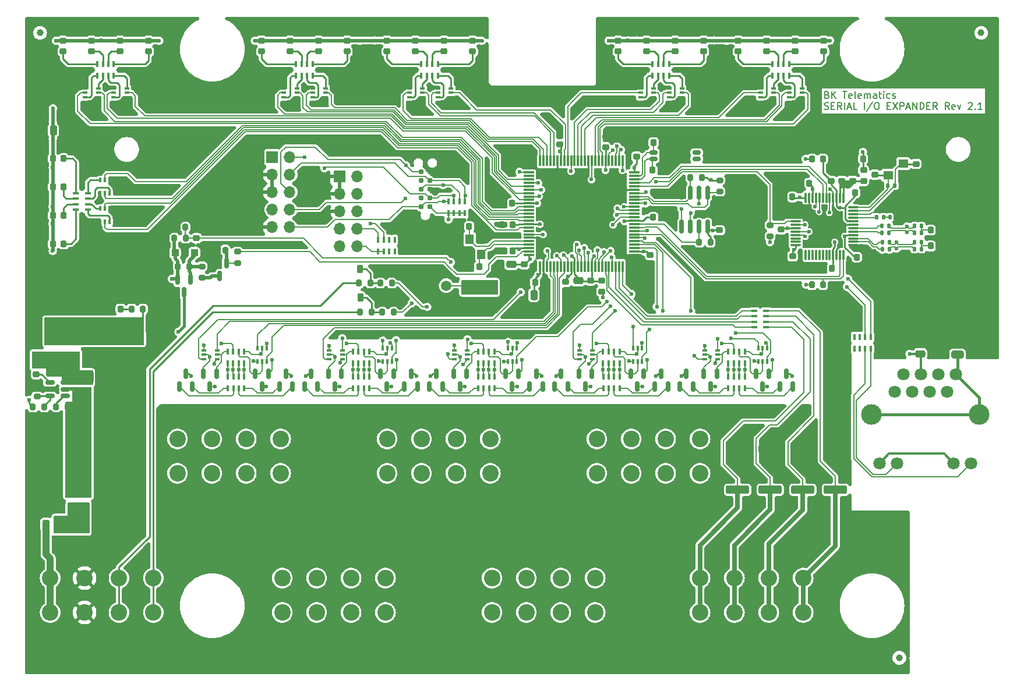
<source format=gbr>
%TF.GenerationSoftware,KiCad,Pcbnew,7.0.8*%
%TF.CreationDate,2024-01-08T11:21:26+02:00*%
%TF.ProjectId,serial_io_expander,73657269-616c-45f6-996f-5f657870616e,R2.1*%
%TF.SameCoordinates,Original*%
%TF.FileFunction,Copper,L1,Top*%
%TF.FilePolarity,Positive*%
%FSLAX46Y46*%
G04 Gerber Fmt 4.6, Leading zero omitted, Abs format (unit mm)*
G04 Created by KiCad (PCBNEW 7.0.8) date 2024-01-08 11:21:26*
%MOMM*%
%LPD*%
G01*
G04 APERTURE LIST*
G04 Aperture macros list*
%AMRoundRect*
0 Rectangle with rounded corners*
0 $1 Rounding radius*
0 $2 $3 $4 $5 $6 $7 $8 $9 X,Y pos of 4 corners*
0 Add a 4 corners polygon primitive as box body*
4,1,4,$2,$3,$4,$5,$6,$7,$8,$9,$2,$3,0*
0 Add four circle primitives for the rounded corners*
1,1,$1+$1,$2,$3*
1,1,$1+$1,$4,$5*
1,1,$1+$1,$6,$7*
1,1,$1+$1,$8,$9*
0 Add four rect primitives between the rounded corners*
20,1,$1+$1,$2,$3,$4,$5,0*
20,1,$1+$1,$4,$5,$6,$7,0*
20,1,$1+$1,$6,$7,$8,$9,0*
20,1,$1+$1,$8,$9,$2,$3,0*%
G04 Aperture macros list end*
%ADD10C,0.200000*%
%TA.AperFunction,NonConductor*%
%ADD11C,0.200000*%
%TD*%
%TA.AperFunction,SMDPad,CuDef*%
%ADD12RoundRect,0.200000X-0.275000X0.200000X-0.275000X-0.200000X0.275000X-0.200000X0.275000X0.200000X0*%
%TD*%
%TA.AperFunction,SMDPad,CuDef*%
%ADD13R,1.400000X1.200000*%
%TD*%
%TA.AperFunction,ComponentPad*%
%ADD14C,2.400000*%
%TD*%
%TA.AperFunction,SMDPad,CuDef*%
%ADD15RoundRect,0.218750X0.256250X-0.218750X0.256250X0.218750X-0.256250X0.218750X-0.256250X-0.218750X0*%
%TD*%
%TA.AperFunction,SMDPad,CuDef*%
%ADD16RoundRect,0.135000X-0.135000X-0.185000X0.135000X-0.185000X0.135000X0.185000X-0.135000X0.185000X0*%
%TD*%
%TA.AperFunction,SMDPad,CuDef*%
%ADD17RoundRect,0.225000X0.225000X0.250000X-0.225000X0.250000X-0.225000X-0.250000X0.225000X-0.250000X0*%
%TD*%
%TA.AperFunction,SMDPad,CuDef*%
%ADD18RoundRect,0.150000X0.150000X-0.587500X0.150000X0.587500X-0.150000X0.587500X-0.150000X-0.587500X0*%
%TD*%
%TA.AperFunction,SMDPad,CuDef*%
%ADD19R,0.400000X0.900000*%
%TD*%
%TA.AperFunction,SMDPad,CuDef*%
%ADD20R,0.400000X0.650000*%
%TD*%
%TA.AperFunction,SMDPad,CuDef*%
%ADD21R,0.650000X0.400000*%
%TD*%
%TA.AperFunction,SMDPad,CuDef*%
%ADD22RoundRect,0.150000X-0.150000X0.825000X-0.150000X-0.825000X0.150000X-0.825000X0.150000X0.825000X0*%
%TD*%
%TA.AperFunction,SMDPad,CuDef*%
%ADD23RoundRect,0.225000X0.250000X-0.225000X0.250000X0.225000X-0.250000X0.225000X-0.250000X-0.225000X0*%
%TD*%
%TA.AperFunction,SMDPad,CuDef*%
%ADD24RoundRect,0.225000X-0.225000X-0.250000X0.225000X-0.250000X0.225000X0.250000X-0.225000X0.250000X0*%
%TD*%
%TA.AperFunction,SMDPad,CuDef*%
%ADD25RoundRect,0.150000X0.850000X0.150000X-0.850000X0.150000X-0.850000X-0.150000X0.850000X-0.150000X0*%
%TD*%
%TA.AperFunction,SMDPad,CuDef*%
%ADD26RoundRect,0.218750X0.218750X0.256250X-0.218750X0.256250X-0.218750X-0.256250X0.218750X-0.256250X0*%
%TD*%
%TA.AperFunction,SMDPad,CuDef*%
%ADD27RoundRect,0.200000X-0.200000X-0.275000X0.200000X-0.275000X0.200000X0.275000X-0.200000X0.275000X0*%
%TD*%
%TA.AperFunction,SMDPad,CuDef*%
%ADD28RoundRect,0.250000X0.650000X-0.325000X0.650000X0.325000X-0.650000X0.325000X-0.650000X-0.325000X0*%
%TD*%
%TA.AperFunction,ComponentPad*%
%ADD29C,1.800000*%
%TD*%
%TA.AperFunction,ComponentPad*%
%ADD30C,3.000000*%
%TD*%
%TA.AperFunction,SMDPad,CuDef*%
%ADD31RoundRect,0.135000X0.135000X0.185000X-0.135000X0.185000X-0.135000X-0.185000X0.135000X-0.185000X0*%
%TD*%
%TA.AperFunction,SMDPad,CuDef*%
%ADD32RoundRect,0.225000X-0.225000X-0.375000X0.225000X-0.375000X0.225000X0.375000X-0.225000X0.375000X0*%
%TD*%
%TA.AperFunction,SMDPad,CuDef*%
%ADD33RoundRect,0.200000X0.200000X0.275000X-0.200000X0.275000X-0.200000X-0.275000X0.200000X-0.275000X0*%
%TD*%
%TA.AperFunction,SMDPad,CuDef*%
%ADD34RoundRect,0.250000X-0.475000X0.250000X-0.475000X-0.250000X0.475000X-0.250000X0.475000X0.250000X0*%
%TD*%
%TA.AperFunction,SMDPad,CuDef*%
%ADD35RoundRect,0.225000X-0.250000X0.225000X-0.250000X-0.225000X0.250000X-0.225000X0.250000X0.225000X0*%
%TD*%
%TA.AperFunction,ComponentPad*%
%ADD36R,1.700000X1.700000*%
%TD*%
%TA.AperFunction,ComponentPad*%
%ADD37O,1.700000X1.700000*%
%TD*%
%TA.AperFunction,SMDPad,CuDef*%
%ADD38RoundRect,0.150000X-0.150000X0.587500X-0.150000X-0.587500X0.150000X-0.587500X0.150000X0.587500X0*%
%TD*%
%TA.AperFunction,SMDPad,CuDef*%
%ADD39C,1.000000*%
%TD*%
%TA.AperFunction,SMDPad,CuDef*%
%ADD40RoundRect,0.250000X-0.950000X-0.500000X0.950000X-0.500000X0.950000X0.500000X-0.950000X0.500000X0*%
%TD*%
%TA.AperFunction,SMDPad,CuDef*%
%ADD41RoundRect,0.250000X-0.275000X-0.500000X0.275000X-0.500000X0.275000X0.500000X-0.275000X0.500000X0*%
%TD*%
%TA.AperFunction,SMDPad,CuDef*%
%ADD42RoundRect,0.250000X0.950000X0.500000X-0.950000X0.500000X-0.950000X-0.500000X0.950000X-0.500000X0*%
%TD*%
%TA.AperFunction,SMDPad,CuDef*%
%ADD43RoundRect,0.250000X0.275000X0.500000X-0.275000X0.500000X-0.275000X-0.500000X0.275000X-0.500000X0*%
%TD*%
%TA.AperFunction,SMDPad,CuDef*%
%ADD44RoundRect,0.200000X0.275000X-0.200000X0.275000X0.200000X-0.275000X0.200000X-0.275000X-0.200000X0*%
%TD*%
%TA.AperFunction,SMDPad,CuDef*%
%ADD45RoundRect,0.250000X-1.100000X0.325000X-1.100000X-0.325000X1.100000X-0.325000X1.100000X0.325000X0*%
%TD*%
%TA.AperFunction,SMDPad,CuDef*%
%ADD46RoundRect,0.250000X1.425000X-0.362500X1.425000X0.362500X-1.425000X0.362500X-1.425000X-0.362500X0*%
%TD*%
%TA.AperFunction,SMDPad,CuDef*%
%ADD47RoundRect,0.250000X-0.300000X-0.300000X0.300000X-0.300000X0.300000X0.300000X-0.300000X0.300000X0*%
%TD*%
%TA.AperFunction,SMDPad,CuDef*%
%ADD48RoundRect,0.250000X0.475000X-0.250000X0.475000X0.250000X-0.475000X0.250000X-0.475000X-0.250000X0*%
%TD*%
%TA.AperFunction,SMDPad,CuDef*%
%ADD49RoundRect,0.250000X-1.000000X-0.650000X1.000000X-0.650000X1.000000X0.650000X-1.000000X0.650000X0*%
%TD*%
%TA.AperFunction,SMDPad,CuDef*%
%ADD50RoundRect,0.250000X-1.250000X-0.550000X1.250000X-0.550000X1.250000X0.550000X-1.250000X0.550000X0*%
%TD*%
%TA.AperFunction,SMDPad,CuDef*%
%ADD51R,1.200000X1.400000*%
%TD*%
%TA.AperFunction,SMDPad,CuDef*%
%ADD52C,1.500000*%
%TD*%
%TA.AperFunction,SMDPad,CuDef*%
%ADD53RoundRect,0.250000X-0.325000X-1.100000X0.325000X-1.100000X0.325000X1.100000X-0.325000X1.100000X0*%
%TD*%
%TA.AperFunction,SMDPad,CuDef*%
%ADD54RoundRect,0.218750X-0.218750X-0.256250X0.218750X-0.256250X0.218750X0.256250X-0.218750X0.256250X0*%
%TD*%
%TA.AperFunction,SMDPad,CuDef*%
%ADD55RoundRect,0.075000X0.075000X-0.725000X0.075000X0.725000X-0.075000X0.725000X-0.075000X-0.725000X0*%
%TD*%
%TA.AperFunction,SMDPad,CuDef*%
%ADD56RoundRect,0.075000X0.725000X-0.075000X0.725000X0.075000X-0.725000X0.075000X-0.725000X-0.075000X0*%
%TD*%
%TA.AperFunction,SMDPad,CuDef*%
%ADD57RoundRect,0.250000X-0.250000X-0.475000X0.250000X-0.475000X0.250000X0.475000X-0.250000X0.475000X0*%
%TD*%
%TA.AperFunction,SMDPad,CuDef*%
%ADD58R,4.000000X1.500000*%
%TD*%
%TA.AperFunction,ConnectorPad*%
%ADD59C,0.787400*%
%TD*%
%TA.AperFunction,SMDPad,CuDef*%
%ADD60RoundRect,0.150000X-0.450000X-0.150000X0.450000X-0.150000X0.450000X0.150000X-0.450000X0.150000X0*%
%TD*%
%TA.AperFunction,SMDPad,CuDef*%
%ADD61R,0.900000X0.400000*%
%TD*%
%TA.AperFunction,SMDPad,CuDef*%
%ADD62RoundRect,0.075000X0.662500X0.075000X-0.662500X0.075000X-0.662500X-0.075000X0.662500X-0.075000X0*%
%TD*%
%TA.AperFunction,SMDPad,CuDef*%
%ADD63RoundRect,0.075000X0.075000X0.662500X-0.075000X0.662500X-0.075000X-0.662500X0.075000X-0.662500X0*%
%TD*%
%TA.AperFunction,SMDPad,CuDef*%
%ADD64RoundRect,0.150000X-0.512500X-0.150000X0.512500X-0.150000X0.512500X0.150000X-0.512500X0.150000X0*%
%TD*%
%TA.AperFunction,ViaPad*%
%ADD65C,0.600000*%
%TD*%
%TA.AperFunction,Conductor*%
%ADD66C,0.254000*%
%TD*%
%TA.AperFunction,Conductor*%
%ADD67C,0.200000*%
%TD*%
%TA.AperFunction,Conductor*%
%ADD68C,0.150000*%
%TD*%
%TA.AperFunction,Conductor*%
%ADD69C,0.300000*%
%TD*%
%TA.AperFunction,Conductor*%
%ADD70C,0.500000*%
%TD*%
%TA.AperFunction,Conductor*%
%ADD71C,0.400000*%
%TD*%
%TA.AperFunction,Conductor*%
%ADD72C,1.000000*%
%TD*%
%TA.AperFunction,Conductor*%
%ADD73C,0.700000*%
%TD*%
G04 APERTURE END LIST*
D10*
D11*
X176803006Y-60533409D02*
X176945863Y-60581028D01*
X176945863Y-60581028D02*
X176993482Y-60628647D01*
X176993482Y-60628647D02*
X177041101Y-60723885D01*
X177041101Y-60723885D02*
X177041101Y-60866742D01*
X177041101Y-60866742D02*
X176993482Y-60961980D01*
X176993482Y-60961980D02*
X176945863Y-61009600D01*
X176945863Y-61009600D02*
X176850625Y-61057219D01*
X176850625Y-61057219D02*
X176469673Y-61057219D01*
X176469673Y-61057219D02*
X176469673Y-60057219D01*
X176469673Y-60057219D02*
X176803006Y-60057219D01*
X176803006Y-60057219D02*
X176898244Y-60104838D01*
X176898244Y-60104838D02*
X176945863Y-60152457D01*
X176945863Y-60152457D02*
X176993482Y-60247695D01*
X176993482Y-60247695D02*
X176993482Y-60342933D01*
X176993482Y-60342933D02*
X176945863Y-60438171D01*
X176945863Y-60438171D02*
X176898244Y-60485790D01*
X176898244Y-60485790D02*
X176803006Y-60533409D01*
X176803006Y-60533409D02*
X176469673Y-60533409D01*
X177469673Y-61057219D02*
X177469673Y-60057219D01*
X178041101Y-61057219D02*
X177612530Y-60485790D01*
X178041101Y-60057219D02*
X177469673Y-60628647D01*
X179088721Y-60057219D02*
X179660149Y-60057219D01*
X179374435Y-61057219D02*
X179374435Y-60057219D01*
X180374435Y-61009600D02*
X180279197Y-61057219D01*
X180279197Y-61057219D02*
X180088721Y-61057219D01*
X180088721Y-61057219D02*
X179993483Y-61009600D01*
X179993483Y-61009600D02*
X179945864Y-60914361D01*
X179945864Y-60914361D02*
X179945864Y-60533409D01*
X179945864Y-60533409D02*
X179993483Y-60438171D01*
X179993483Y-60438171D02*
X180088721Y-60390552D01*
X180088721Y-60390552D02*
X180279197Y-60390552D01*
X180279197Y-60390552D02*
X180374435Y-60438171D01*
X180374435Y-60438171D02*
X180422054Y-60533409D01*
X180422054Y-60533409D02*
X180422054Y-60628647D01*
X180422054Y-60628647D02*
X179945864Y-60723885D01*
X180993483Y-61057219D02*
X180898245Y-61009600D01*
X180898245Y-61009600D02*
X180850626Y-60914361D01*
X180850626Y-60914361D02*
X180850626Y-60057219D01*
X181755388Y-61009600D02*
X181660150Y-61057219D01*
X181660150Y-61057219D02*
X181469674Y-61057219D01*
X181469674Y-61057219D02*
X181374436Y-61009600D01*
X181374436Y-61009600D02*
X181326817Y-60914361D01*
X181326817Y-60914361D02*
X181326817Y-60533409D01*
X181326817Y-60533409D02*
X181374436Y-60438171D01*
X181374436Y-60438171D02*
X181469674Y-60390552D01*
X181469674Y-60390552D02*
X181660150Y-60390552D01*
X181660150Y-60390552D02*
X181755388Y-60438171D01*
X181755388Y-60438171D02*
X181803007Y-60533409D01*
X181803007Y-60533409D02*
X181803007Y-60628647D01*
X181803007Y-60628647D02*
X181326817Y-60723885D01*
X182231579Y-61057219D02*
X182231579Y-60390552D01*
X182231579Y-60485790D02*
X182279198Y-60438171D01*
X182279198Y-60438171D02*
X182374436Y-60390552D01*
X182374436Y-60390552D02*
X182517293Y-60390552D01*
X182517293Y-60390552D02*
X182612531Y-60438171D01*
X182612531Y-60438171D02*
X182660150Y-60533409D01*
X182660150Y-60533409D02*
X182660150Y-61057219D01*
X182660150Y-60533409D02*
X182707769Y-60438171D01*
X182707769Y-60438171D02*
X182803007Y-60390552D01*
X182803007Y-60390552D02*
X182945864Y-60390552D01*
X182945864Y-60390552D02*
X183041103Y-60438171D01*
X183041103Y-60438171D02*
X183088722Y-60533409D01*
X183088722Y-60533409D02*
X183088722Y-61057219D01*
X183993483Y-61057219D02*
X183993483Y-60533409D01*
X183993483Y-60533409D02*
X183945864Y-60438171D01*
X183945864Y-60438171D02*
X183850626Y-60390552D01*
X183850626Y-60390552D02*
X183660150Y-60390552D01*
X183660150Y-60390552D02*
X183564912Y-60438171D01*
X183993483Y-61009600D02*
X183898245Y-61057219D01*
X183898245Y-61057219D02*
X183660150Y-61057219D01*
X183660150Y-61057219D02*
X183564912Y-61009600D01*
X183564912Y-61009600D02*
X183517293Y-60914361D01*
X183517293Y-60914361D02*
X183517293Y-60819123D01*
X183517293Y-60819123D02*
X183564912Y-60723885D01*
X183564912Y-60723885D02*
X183660150Y-60676266D01*
X183660150Y-60676266D02*
X183898245Y-60676266D01*
X183898245Y-60676266D02*
X183993483Y-60628647D01*
X184326817Y-60390552D02*
X184707769Y-60390552D01*
X184469674Y-60057219D02*
X184469674Y-60914361D01*
X184469674Y-60914361D02*
X184517293Y-61009600D01*
X184517293Y-61009600D02*
X184612531Y-61057219D01*
X184612531Y-61057219D02*
X184707769Y-61057219D01*
X185041103Y-61057219D02*
X185041103Y-60390552D01*
X185041103Y-60057219D02*
X184993484Y-60104838D01*
X184993484Y-60104838D02*
X185041103Y-60152457D01*
X185041103Y-60152457D02*
X185088722Y-60104838D01*
X185088722Y-60104838D02*
X185041103Y-60057219D01*
X185041103Y-60057219D02*
X185041103Y-60152457D01*
X185945864Y-61009600D02*
X185850626Y-61057219D01*
X185850626Y-61057219D02*
X185660150Y-61057219D01*
X185660150Y-61057219D02*
X185564912Y-61009600D01*
X185564912Y-61009600D02*
X185517293Y-60961980D01*
X185517293Y-60961980D02*
X185469674Y-60866742D01*
X185469674Y-60866742D02*
X185469674Y-60581028D01*
X185469674Y-60581028D02*
X185517293Y-60485790D01*
X185517293Y-60485790D02*
X185564912Y-60438171D01*
X185564912Y-60438171D02*
X185660150Y-60390552D01*
X185660150Y-60390552D02*
X185850626Y-60390552D01*
X185850626Y-60390552D02*
X185945864Y-60438171D01*
X186326817Y-61009600D02*
X186422055Y-61057219D01*
X186422055Y-61057219D02*
X186612531Y-61057219D01*
X186612531Y-61057219D02*
X186707769Y-61009600D01*
X186707769Y-61009600D02*
X186755388Y-60914361D01*
X186755388Y-60914361D02*
X186755388Y-60866742D01*
X186755388Y-60866742D02*
X186707769Y-60771504D01*
X186707769Y-60771504D02*
X186612531Y-60723885D01*
X186612531Y-60723885D02*
X186469674Y-60723885D01*
X186469674Y-60723885D02*
X186374436Y-60676266D01*
X186374436Y-60676266D02*
X186326817Y-60581028D01*
X186326817Y-60581028D02*
X186326817Y-60533409D01*
X186326817Y-60533409D02*
X186374436Y-60438171D01*
X186374436Y-60438171D02*
X186469674Y-60390552D01*
X186469674Y-60390552D02*
X186612531Y-60390552D01*
X186612531Y-60390552D02*
X186707769Y-60438171D01*
X176422054Y-62619600D02*
X176564911Y-62667219D01*
X176564911Y-62667219D02*
X176803006Y-62667219D01*
X176803006Y-62667219D02*
X176898244Y-62619600D01*
X176898244Y-62619600D02*
X176945863Y-62571980D01*
X176945863Y-62571980D02*
X176993482Y-62476742D01*
X176993482Y-62476742D02*
X176993482Y-62381504D01*
X176993482Y-62381504D02*
X176945863Y-62286266D01*
X176945863Y-62286266D02*
X176898244Y-62238647D01*
X176898244Y-62238647D02*
X176803006Y-62191028D01*
X176803006Y-62191028D02*
X176612530Y-62143409D01*
X176612530Y-62143409D02*
X176517292Y-62095790D01*
X176517292Y-62095790D02*
X176469673Y-62048171D01*
X176469673Y-62048171D02*
X176422054Y-61952933D01*
X176422054Y-61952933D02*
X176422054Y-61857695D01*
X176422054Y-61857695D02*
X176469673Y-61762457D01*
X176469673Y-61762457D02*
X176517292Y-61714838D01*
X176517292Y-61714838D02*
X176612530Y-61667219D01*
X176612530Y-61667219D02*
X176850625Y-61667219D01*
X176850625Y-61667219D02*
X176993482Y-61714838D01*
X177422054Y-62143409D02*
X177755387Y-62143409D01*
X177898244Y-62667219D02*
X177422054Y-62667219D01*
X177422054Y-62667219D02*
X177422054Y-61667219D01*
X177422054Y-61667219D02*
X177898244Y-61667219D01*
X178898244Y-62667219D02*
X178564911Y-62191028D01*
X178326816Y-62667219D02*
X178326816Y-61667219D01*
X178326816Y-61667219D02*
X178707768Y-61667219D01*
X178707768Y-61667219D02*
X178803006Y-61714838D01*
X178803006Y-61714838D02*
X178850625Y-61762457D01*
X178850625Y-61762457D02*
X178898244Y-61857695D01*
X178898244Y-61857695D02*
X178898244Y-62000552D01*
X178898244Y-62000552D02*
X178850625Y-62095790D01*
X178850625Y-62095790D02*
X178803006Y-62143409D01*
X178803006Y-62143409D02*
X178707768Y-62191028D01*
X178707768Y-62191028D02*
X178326816Y-62191028D01*
X179326816Y-62667219D02*
X179326816Y-61667219D01*
X179755387Y-62381504D02*
X180231577Y-62381504D01*
X179660149Y-62667219D02*
X179993482Y-61667219D01*
X179993482Y-61667219D02*
X180326815Y-62667219D01*
X181136339Y-62667219D02*
X180660149Y-62667219D01*
X180660149Y-62667219D02*
X180660149Y-61667219D01*
X182231578Y-62667219D02*
X182231578Y-61667219D01*
X183422053Y-61619600D02*
X182564911Y-62905314D01*
X183945863Y-61667219D02*
X184136339Y-61667219D01*
X184136339Y-61667219D02*
X184231577Y-61714838D01*
X184231577Y-61714838D02*
X184326815Y-61810076D01*
X184326815Y-61810076D02*
X184374434Y-62000552D01*
X184374434Y-62000552D02*
X184374434Y-62333885D01*
X184374434Y-62333885D02*
X184326815Y-62524361D01*
X184326815Y-62524361D02*
X184231577Y-62619600D01*
X184231577Y-62619600D02*
X184136339Y-62667219D01*
X184136339Y-62667219D02*
X183945863Y-62667219D01*
X183945863Y-62667219D02*
X183850625Y-62619600D01*
X183850625Y-62619600D02*
X183755387Y-62524361D01*
X183755387Y-62524361D02*
X183707768Y-62333885D01*
X183707768Y-62333885D02*
X183707768Y-62000552D01*
X183707768Y-62000552D02*
X183755387Y-61810076D01*
X183755387Y-61810076D02*
X183850625Y-61714838D01*
X183850625Y-61714838D02*
X183945863Y-61667219D01*
X185564911Y-62143409D02*
X185898244Y-62143409D01*
X186041101Y-62667219D02*
X185564911Y-62667219D01*
X185564911Y-62667219D02*
X185564911Y-61667219D01*
X185564911Y-61667219D02*
X186041101Y-61667219D01*
X186374435Y-61667219D02*
X187041101Y-62667219D01*
X187041101Y-61667219D02*
X186374435Y-62667219D01*
X187422054Y-62667219D02*
X187422054Y-61667219D01*
X187422054Y-61667219D02*
X187803006Y-61667219D01*
X187803006Y-61667219D02*
X187898244Y-61714838D01*
X187898244Y-61714838D02*
X187945863Y-61762457D01*
X187945863Y-61762457D02*
X187993482Y-61857695D01*
X187993482Y-61857695D02*
X187993482Y-62000552D01*
X187993482Y-62000552D02*
X187945863Y-62095790D01*
X187945863Y-62095790D02*
X187898244Y-62143409D01*
X187898244Y-62143409D02*
X187803006Y-62191028D01*
X187803006Y-62191028D02*
X187422054Y-62191028D01*
X188374435Y-62381504D02*
X188850625Y-62381504D01*
X188279197Y-62667219D02*
X188612530Y-61667219D01*
X188612530Y-61667219D02*
X188945863Y-62667219D01*
X189279197Y-62667219D02*
X189279197Y-61667219D01*
X189279197Y-61667219D02*
X189850625Y-62667219D01*
X189850625Y-62667219D02*
X189850625Y-61667219D01*
X190326816Y-62667219D02*
X190326816Y-61667219D01*
X190326816Y-61667219D02*
X190564911Y-61667219D01*
X190564911Y-61667219D02*
X190707768Y-61714838D01*
X190707768Y-61714838D02*
X190803006Y-61810076D01*
X190803006Y-61810076D02*
X190850625Y-61905314D01*
X190850625Y-61905314D02*
X190898244Y-62095790D01*
X190898244Y-62095790D02*
X190898244Y-62238647D01*
X190898244Y-62238647D02*
X190850625Y-62429123D01*
X190850625Y-62429123D02*
X190803006Y-62524361D01*
X190803006Y-62524361D02*
X190707768Y-62619600D01*
X190707768Y-62619600D02*
X190564911Y-62667219D01*
X190564911Y-62667219D02*
X190326816Y-62667219D01*
X191326816Y-62143409D02*
X191660149Y-62143409D01*
X191803006Y-62667219D02*
X191326816Y-62667219D01*
X191326816Y-62667219D02*
X191326816Y-61667219D01*
X191326816Y-61667219D02*
X191803006Y-61667219D01*
X192803006Y-62667219D02*
X192469673Y-62191028D01*
X192231578Y-62667219D02*
X192231578Y-61667219D01*
X192231578Y-61667219D02*
X192612530Y-61667219D01*
X192612530Y-61667219D02*
X192707768Y-61714838D01*
X192707768Y-61714838D02*
X192755387Y-61762457D01*
X192755387Y-61762457D02*
X192803006Y-61857695D01*
X192803006Y-61857695D02*
X192803006Y-62000552D01*
X192803006Y-62000552D02*
X192755387Y-62095790D01*
X192755387Y-62095790D02*
X192707768Y-62143409D01*
X192707768Y-62143409D02*
X192612530Y-62191028D01*
X192612530Y-62191028D02*
X192231578Y-62191028D01*
X194564911Y-62667219D02*
X194231578Y-62191028D01*
X193993483Y-62667219D02*
X193993483Y-61667219D01*
X193993483Y-61667219D02*
X194374435Y-61667219D01*
X194374435Y-61667219D02*
X194469673Y-61714838D01*
X194469673Y-61714838D02*
X194517292Y-61762457D01*
X194517292Y-61762457D02*
X194564911Y-61857695D01*
X194564911Y-61857695D02*
X194564911Y-62000552D01*
X194564911Y-62000552D02*
X194517292Y-62095790D01*
X194517292Y-62095790D02*
X194469673Y-62143409D01*
X194469673Y-62143409D02*
X194374435Y-62191028D01*
X194374435Y-62191028D02*
X193993483Y-62191028D01*
X195374435Y-62619600D02*
X195279197Y-62667219D01*
X195279197Y-62667219D02*
X195088721Y-62667219D01*
X195088721Y-62667219D02*
X194993483Y-62619600D01*
X194993483Y-62619600D02*
X194945864Y-62524361D01*
X194945864Y-62524361D02*
X194945864Y-62143409D01*
X194945864Y-62143409D02*
X194993483Y-62048171D01*
X194993483Y-62048171D02*
X195088721Y-62000552D01*
X195088721Y-62000552D02*
X195279197Y-62000552D01*
X195279197Y-62000552D02*
X195374435Y-62048171D01*
X195374435Y-62048171D02*
X195422054Y-62143409D01*
X195422054Y-62143409D02*
X195422054Y-62238647D01*
X195422054Y-62238647D02*
X194945864Y-62333885D01*
X195755388Y-62000552D02*
X195993483Y-62667219D01*
X195993483Y-62667219D02*
X196231578Y-62000552D01*
X197326817Y-61762457D02*
X197374436Y-61714838D01*
X197374436Y-61714838D02*
X197469674Y-61667219D01*
X197469674Y-61667219D02*
X197707769Y-61667219D01*
X197707769Y-61667219D02*
X197803007Y-61714838D01*
X197803007Y-61714838D02*
X197850626Y-61762457D01*
X197850626Y-61762457D02*
X197898245Y-61857695D01*
X197898245Y-61857695D02*
X197898245Y-61952933D01*
X197898245Y-61952933D02*
X197850626Y-62095790D01*
X197850626Y-62095790D02*
X197279198Y-62667219D01*
X197279198Y-62667219D02*
X197898245Y-62667219D01*
X198326817Y-62571980D02*
X198374436Y-62619600D01*
X198374436Y-62619600D02*
X198326817Y-62667219D01*
X198326817Y-62667219D02*
X198279198Y-62619600D01*
X198279198Y-62619600D02*
X198326817Y-62571980D01*
X198326817Y-62571980D02*
X198326817Y-62667219D01*
X199326816Y-62667219D02*
X198755388Y-62667219D01*
X199041102Y-62667219D02*
X199041102Y-61667219D01*
X199041102Y-61667219D02*
X198945864Y-61810076D01*
X198945864Y-61810076D02*
X198850626Y-61905314D01*
X198850626Y-61905314D02*
X198755388Y-61952933D01*
D12*
%TO.P,R5,1*%
%TO.N,+3.3V*%
X161190000Y-72975000D03*
%TO.P,R5,2*%
%TO.N,/NOR Flash/FLASH_MEM_CS*%
X161190000Y-74625000D03*
%TD*%
D13*
%TO.P,Y3,1,1*%
%TO.N,Net-(U4-XSCO)*%
X187876250Y-70558750D03*
%TO.P,Y3,2,2*%
%TO.N,GND*%
X185676250Y-70558750D03*
%TO.P,Y3,3,3*%
%TO.N,Net-(U4-XSCI)*%
X185676250Y-72258750D03*
%TO.P,Y3,4,4*%
%TO.N,GND*%
X187876250Y-72258750D03*
%TD*%
D14*
%TO.P,J12,1,Pin_1*%
%TO.N,/digital_inputs/IN20*%
X143330000Y-110600000D03*
X143330000Y-115600000D03*
%TO.P,J12,2,Pin_2*%
%TO.N,/digital_inputs/IN19*%
X148330000Y-110600000D03*
X148330000Y-115600000D03*
%TO.P,J12,3,Pin_3*%
%TO.N,/digital_inputs/IN18*%
X153330000Y-110600000D03*
X153330000Y-115600000D03*
%TO.P,J12,4,Pin_4*%
%TO.N,/digital_inputs/IN17*%
X158330000Y-110600000D03*
X158330000Y-115600000D03*
%TD*%
D15*
%TO.P,D33,1,K*%
%TO.N,Net-(D33-K)*%
X102905000Y-54260000D03*
%TO.P,D33,2,A*%
%TO.N,+3.3V*%
X102905000Y-52685000D03*
%TD*%
D16*
%TO.P,R79,1*%
%TO.N,Net-(U4-XSCI)*%
X185641250Y-73758750D03*
%TO.P,R79,2*%
%TO.N,Net-(U4-XSCO)*%
X186661250Y-73758750D03*
%TD*%
D17*
%TO.P,C16,1*%
%TO.N,+3.3V*%
X131105000Y-79490000D03*
%TO.P,C16,2*%
%TO.N,GND*%
X129555000Y-79490000D03*
%TD*%
D18*
%TO.P,D11,1,K*%
%TO.N,Net-(RN15-R2.1)*%
X155392500Y-102972500D03*
%TO.P,D11,2,K*%
%TO.N,Net-(RN15-R1.1)*%
X157292500Y-102972500D03*
%TO.P,D11,3,A*%
%TO.N,/digital_inputs/quad_input1/+PULLUP*%
X156342500Y-101097500D03*
%TD*%
D19*
%TO.P,RN11,1,R1.1*%
%TO.N,Net-(RN11-R1.1)*%
X107880001Y-103222500D03*
%TO.P,RN11,2,R2.1*%
%TO.N,Net-(RN11-R2.1)*%
X108680001Y-103222500D03*
%TO.P,RN11,3,R3.1*%
%TO.N,Net-(RN11-R3.1)*%
X109480001Y-103222500D03*
%TO.P,RN11,4,R4.1*%
%TO.N,Net-(RN11-R4.1)*%
X110280001Y-103222500D03*
%TO.P,RN11,5,R4.2*%
%TO.N,/digital_inputs/IN5*%
X110280001Y-101522500D03*
%TO.P,RN11,6,R3.2*%
%TO.N,/digital_inputs/IN6*%
X109480001Y-101522500D03*
%TO.P,RN11,7,R2.2*%
%TO.N,/digital_inputs/IN7*%
X108680001Y-101522500D03*
%TO.P,RN11,8,R1.2*%
%TO.N,/digital_inputs/IN8*%
X107880001Y-101522500D03*
%TD*%
D20*
%TO.P,U27,1*%
%TO.N,GND*%
X166792500Y-99322500D03*
%TO.P,U27,2*%
%TO.N,Net-(RN16-R2.1)*%
X167442500Y-99322500D03*
%TO.P,U27,3*%
%TO.N,/digital_inputs/COLLECTOR20*%
X168092500Y-99322500D03*
%TO.P,U27,4*%
%TO.N,GND*%
X168092500Y-97422500D03*
%TO.P,U27,5*%
%TO.N,Net-(RN16-R1.1)*%
X167442500Y-97422500D03*
%TO.P,U27,6*%
%TO.N,/digital_inputs/COLLECTOR19*%
X166792500Y-97422500D03*
%TD*%
D21*
%TO.P,U9,1*%
%TO.N,GND*%
X68980000Y-59610000D03*
%TO.P,U9,2*%
%TO.N,/LED indicators/LED7*%
X68980000Y-60260000D03*
%TO.P,U9,3*%
%TO.N,Net-(RN19D-R4.2)*%
X68980000Y-60910000D03*
%TO.P,U9,4*%
%TO.N,GND*%
X70880000Y-60910000D03*
%TO.P,U9,5*%
%TO.N,/LED indicators/LED8*%
X70880000Y-60260000D03*
%TO.P,U9,6*%
%TO.N,Net-(RN19C-R3.2)*%
X70880000Y-59610000D03*
%TD*%
D22*
%TO.P,U3,1,~{CS}*%
%TO.N,/NOR Flash/FLASH_MEM_CS*%
X159460000Y-74775000D03*
%TO.P,U3,2,SO/IO1*%
%TO.N,/Ethernet/WIZ_MISO*%
X158190000Y-74775000D03*
%TO.P,U3,3,~{WP}/IO2*%
%TO.N,/NOR Flash/FLASH_MEM_WP*%
X156920000Y-74775000D03*
%TO.P,U3,4,GND*%
%TO.N,GND*%
X155650000Y-74775000D03*
%TO.P,U3,5,SI/IO0*%
%TO.N,/Ethernet/WIZ_MOSI*%
X155650000Y-79725000D03*
%TO.P,U3,6,SCK*%
%TO.N,/Ethernet/WIZ_CLK*%
X156920000Y-79725000D03*
%TO.P,U3,7,~{HOLD}/IO3*%
%TO.N,/NOR Flash/FLASH_MEM_HOLD*%
X158190000Y-79725000D03*
%TO.P,U3,8,VCC*%
%TO.N,+3.3V*%
X159460000Y-79725000D03*
%TD*%
D19*
%TO.P,RN17,1,R1.1*%
%TO.N,Net-(RN17-R1.1)*%
X144255001Y-103222500D03*
%TO.P,RN17,2,R2.1*%
%TO.N,Net-(RN17-R2.1)*%
X145055001Y-103222500D03*
%TO.P,RN17,3,R3.1*%
%TO.N,Net-(RN17-R3.1)*%
X145855001Y-103222500D03*
%TO.P,RN17,4,R4.1*%
%TO.N,Net-(RN17-R4.1)*%
X146655001Y-103222500D03*
%TO.P,RN17,5,R4.2*%
%TO.N,/digital_inputs/IN13*%
X146655001Y-101522500D03*
%TO.P,RN17,6,R3.2*%
%TO.N,/digital_inputs/IN14*%
X145855001Y-101522500D03*
%TO.P,RN17,7,R2.2*%
%TO.N,/digital_inputs/IN15*%
X145055001Y-101522500D03*
%TO.P,RN17,8,R1.2*%
%TO.N,/digital_inputs/IN16*%
X144255001Y-101522500D03*
%TD*%
%TO.P,RN18,1,R1.1*%
%TO.N,Net-(RN18-R1.1)*%
X146645000Y-97872500D03*
%TO.P,RN18,2,R2.1*%
%TO.N,Net-(RN18-R2.1)*%
X145845000Y-97872500D03*
%TO.P,RN18,3,R3.1*%
%TO.N,Net-(RN18-R3.1)*%
X145045000Y-97872500D03*
%TO.P,RN18,4,R4.1*%
%TO.N,Net-(RN18-R4.1)*%
X144245000Y-97872500D03*
%TO.P,RN18,5,R4.2*%
%TO.N,/digital_inputs/IN16*%
X144245000Y-99572500D03*
%TO.P,RN18,6,R3.2*%
%TO.N,/digital_inputs/IN15*%
X145045000Y-99572500D03*
%TO.P,RN18,7,R2.2*%
%TO.N,/digital_inputs/IN14*%
X145845000Y-99572500D03*
%TO.P,RN18,8,R1.2*%
%TO.N,/digital_inputs/IN13*%
X146645000Y-99572500D03*
%TD*%
D23*
%TO.P,C8,1*%
%TO.N,Net-(U2-CB)*%
X61860000Y-101195000D03*
%TO.P,C8,2*%
%TO.N,/power supply/SW*%
X61860000Y-99645000D03*
%TD*%
D15*
%TO.P,D34,1,K*%
%TO.N,Net-(D34-K)*%
X98755000Y-54260000D03*
%TO.P,D34,2,A*%
%TO.N,+3.3V*%
X98755000Y-52685000D03*
%TD*%
D24*
%TO.P,C2,1*%
%TO.N,/mcu/XOUT32*%
X151400000Y-71500000D03*
%TO.P,C2,2*%
%TO.N,GND*%
X152950000Y-71500000D03*
%TD*%
D25*
%TO.P,L5,1*%
%TO.N,+VIN*%
X67600000Y-120450000D03*
%TO.P,L5,2*%
%TO.N,/power supply/+VIN_PROTECTED*%
X67600000Y-118550000D03*
%TD*%
D26*
%TO.P,D49,1,K*%
%TO.N,Net-(D49-K)*%
X65830000Y-78110002D03*
%TO.P,D49,2,A*%
%TO.N,+3.3V*%
X64255000Y-78110002D03*
%TD*%
D27*
%TO.P,R75,1*%
%TO.N,Net-(D45-K)*%
X111875000Y-87925000D03*
%TO.P,R75,2*%
%TO.N,/mcu/MCU_TX*%
X113525000Y-87925000D03*
%TD*%
D28*
%TO.P,C47,1*%
%TO.N,Net-(J5-SHIELD)*%
X195750000Y-98355000D03*
%TO.P,C47,2*%
%TO.N,GND*%
X195750000Y-95405000D03*
%TD*%
D21*
%TO.P,U7,1*%
%TO.N,GND*%
X120230001Y-59610000D03*
%TO.P,U7,2*%
%TO.N,/LED indicators/LED13*%
X120230001Y-60260000D03*
%TO.P,U7,3*%
%TO.N,Net-(RN3B-R2.2)*%
X120230001Y-60910000D03*
%TO.P,U7,4*%
%TO.N,GND*%
X122130001Y-60910000D03*
%TO.P,U7,5*%
%TO.N,/LED indicators/LED14*%
X122130001Y-60260000D03*
%TO.P,U7,6*%
%TO.N,Net-(RN3A-R1.2)*%
X122130001Y-59610000D03*
%TD*%
D18*
%TO.P,D12,1,K*%
%TO.N,Net-(RN17-R2.1)*%
X137205000Y-102972500D03*
%TO.P,D12,2,K*%
%TO.N,Net-(RN17-R1.1)*%
X139105000Y-102972500D03*
%TO.P,D12,3,A*%
%TO.N,/digital_inputs/quad_input1/+PULLUP*%
X138155000Y-101097500D03*
%TD*%
D19*
%TO.P,RN6,1,R1.1*%
%TO.N,Net-(D40-K)*%
X171280000Y-56060000D03*
%TO.P,RN6,2,R2.1*%
%TO.N,Net-(D41-K)*%
X170480000Y-56060000D03*
%TO.P,RN6,3,R3.1*%
%TO.N,Net-(D42-K)*%
X169680000Y-56060000D03*
%TO.P,RN6,4,R4.1*%
%TO.N,Net-(D43-K)*%
X168880000Y-56060000D03*
%TO.P,RN6,5,R4.2*%
%TO.N,Net-(RN6D-R4.2)*%
X168880000Y-57760000D03*
%TO.P,RN6,6,R3.2*%
%TO.N,Net-(RN6C-R3.2)*%
X169680000Y-57760000D03*
%TO.P,RN6,7,R2.2*%
%TO.N,Net-(RN6B-R2.2)*%
X170480000Y-57760000D03*
%TO.P,RN6,8,R1.2*%
%TO.N,Net-(RN6A-R1.2)*%
X171280000Y-57760000D03*
%TD*%
D18*
%TO.P,D7,1,K*%
%TO.N,Net-(RN17-R4.1)*%
X151755000Y-102972499D03*
%TO.P,D7,2,K*%
%TO.N,Net-(RN17-R3.1)*%
X153655000Y-102972499D03*
%TO.P,D7,3,A*%
%TO.N,/digital_inputs/quad_input1/+PULLUP*%
X152705000Y-101097499D03*
%TD*%
D29*
%TO.P,J5,1,TD+*%
%TO.N,/Ethernet/TX_P*%
X186630000Y-103750000D03*
%TO.P,J5,2,TD-*%
%TO.N,/Ethernet/TX_N*%
X187900000Y-101210000D03*
%TO.P,J5,3,RD+*%
%TO.N,/Ethernet/RX_P*%
X189170000Y-103750000D03*
%TO.P,J5,4,CT*%
%TO.N,/Ethernet/+W6100_3V3_A*%
X190440000Y-101210000D03*
%TO.P,J5,5,CT*%
X191710000Y-103750000D03*
%TO.P,J5,6,RD-*%
%TO.N,/Ethernet/RX_N*%
X192980000Y-101210000D03*
%TO.P,J5,7,NC*%
%TO.N,unconnected-(J5-NC-Pad7)*%
X194250000Y-103750000D03*
D30*
%TO.P,J5,8,SHIELD*%
%TO.N,Net-(J5-SHIELD)*%
X183225000Y-107050000D03*
D29*
X195520000Y-101210000D03*
D30*
X198925000Y-107050000D03*
D29*
%TO.P,J5,9*%
%TO.N,+3.3V*%
X184400000Y-114160000D03*
%TO.P,J5,10*%
%TO.N,Net-(RN8-R4.1)*%
X186940000Y-114160000D03*
%TO.P,J5,11*%
%TO.N,+3.3V*%
X195210000Y-114160000D03*
%TO.P,J5,12*%
%TO.N,Net-(RN8-R3.1)*%
X197750000Y-114160000D03*
%TD*%
D31*
%TO.P,R83,1*%
%TO.N,/Ethernet/TX_P*%
X185831250Y-81983750D03*
%TO.P,R83,2*%
%TO.N,Net-(U4-TXOP)*%
X184811250Y-81983750D03*
%TD*%
D15*
%TO.P,D24,1,K*%
%TO.N,Net-(D24-K)*%
X78180000Y-54260000D03*
%TO.P,D24,2,A*%
%TO.N,+3.3V*%
X78180000Y-52685000D03*
%TD*%
D31*
%TO.P,R89,1*%
%TO.N,Net-(C45-Pad1)*%
X190530000Y-79610000D03*
%TO.P,R89,2*%
%TO.N,/Ethernet/RX_P*%
X189510000Y-79610000D03*
%TD*%
D23*
%TO.P,C19,1*%
%TO.N,+3.3V*%
X149100000Y-69525000D03*
%TO.P,C19,2*%
%TO.N,GND*%
X149100000Y-67975000D03*
%TD*%
D17*
%TO.P,C37,1*%
%TO.N,/Ethernet/+W6100_1V2_D*%
X177526250Y-85808750D03*
%TO.P,C37,2*%
%TO.N,GND*%
X175976250Y-85808750D03*
%TD*%
D32*
%TO.P,D44,1,K*%
%TO.N,Net-(D44-K)*%
X108952500Y-90035000D03*
%TO.P,D44,2,A*%
%TO.N,GND*%
X112252500Y-90035000D03*
%TD*%
D31*
%TO.P,R87,1*%
%TO.N,Net-(C44-Pad1)*%
X190530000Y-81970000D03*
%TO.P,R87,2*%
%TO.N,/Ethernet/TX_P*%
X189510000Y-81970000D03*
%TD*%
D20*
%TO.P,U21,1*%
%TO.N,GND*%
X130417500Y-99322500D03*
%TO.P,U21,2*%
%TO.N,Net-(RN14-R2.1)*%
X131067500Y-99322500D03*
%TO.P,U21,3*%
%TO.N,/digital_inputs/COLLECTOR12*%
X131717500Y-99322500D03*
%TO.P,U21,4*%
%TO.N,GND*%
X131717500Y-97422500D03*
%TO.P,U21,5*%
%TO.N,Net-(RN14-R1.1)*%
X131067500Y-97422500D03*
%TO.P,U21,6*%
%TO.N,/digital_inputs/COLLECTOR11*%
X130417500Y-97422500D03*
%TD*%
D33*
%TO.P,R6,1*%
%TO.N,+3.3V*%
X159865000Y-82000000D03*
%TO.P,R6,2*%
%TO.N,/NOR Flash/FLASH_MEM_HOLD*%
X158215000Y-82000000D03*
%TD*%
D14*
%TO.P,J11,1,Pin_1*%
%TO.N,/digital_inputs/IN4*%
X82370000Y-110600000D03*
X82370000Y-115600000D03*
%TO.P,J11,2,Pin_2*%
%TO.N,/digital_inputs/IN3*%
X87370000Y-110600000D03*
X87370000Y-115600000D03*
%TO.P,J11,3,Pin_3*%
%TO.N,/digital_inputs/IN2*%
X92370000Y-110600000D03*
X92370000Y-115600000D03*
%TO.P,J11,4,Pin_4*%
%TO.N,/digital_inputs/IN1*%
X97370000Y-110600000D03*
X97370000Y-115600000D03*
%TD*%
D34*
%TO.P,C18,1*%
%TO.N,+3.3V*%
X125245000Y-89100000D03*
%TO.P,C18,2*%
%TO.N,GND*%
X125245000Y-91000000D03*
%TD*%
D35*
%TO.P,C38,1*%
%TO.N,/Ethernet/+W6100_1V2_D*%
X170130000Y-80135000D03*
%TO.P,C38,2*%
%TO.N,GND*%
X170130000Y-81685000D03*
%TD*%
D36*
%TO.P,J14,1,Pin_1*%
%TO.N,GND*%
X105940000Y-72400000D03*
D37*
%TO.P,J14,2,Pin_2*%
%TO.N,/DEBUG_TX*%
X108480000Y-72400000D03*
%TO.P,J14,3,Pin_3*%
%TO.N,GND*%
X105940000Y-74940000D03*
%TO.P,J14,4,Pin_4*%
%TO.N,/DEBUG_RX*%
X108480000Y-74940000D03*
%TO.P,J14,5,Pin_5*%
%TO.N,GND*%
X105940000Y-77480000D03*
%TO.P,J14,6,Pin_6*%
%TO.N,/TWI_SCL*%
X108480000Y-77480000D03*
%TO.P,J14,7,Pin_7*%
%TO.N,GND*%
X105940000Y-80020000D03*
%TO.P,J14,8,Pin_8*%
%TO.N,/TWI_SDA*%
X108480000Y-80020000D03*
%TO.P,J14,9,Pin_9*%
%TO.N,+3.3V*%
X105940000Y-82560000D03*
%TO.P,J14,10,Pin_10*%
X108480000Y-82560000D03*
%TD*%
D18*
%TO.P,D9,1,K*%
%TO.N,Net-(RN11-R2.1)*%
X100830000Y-102972500D03*
%TO.P,D9,2,K*%
%TO.N,Net-(RN11-R1.1)*%
X102730000Y-102972500D03*
%TO.P,D9,3,A*%
%TO.N,/digital_inputs/quad_input1/+PULLUP*%
X101780000Y-101097500D03*
%TD*%
D31*
%TO.P,R90,1*%
%TO.N,Net-(C45-Pad1)*%
X190530000Y-80640000D03*
%TO.P,R90,2*%
%TO.N,/Ethernet/RX_N*%
X189510000Y-80640000D03*
%TD*%
D38*
%TO.P,D23,1,K*%
%TO.N,Net-(RN9-R1.1)*%
X95592501Y-101097500D03*
%TO.P,D23,2,K*%
%TO.N,Net-(RN9-R2.1)*%
X93692501Y-101097500D03*
%TO.P,D23,3,A*%
%TO.N,GND*%
X94642501Y-102972500D03*
%TD*%
D39*
%TO.P,FID3,*%
%TO.N,*%
X187300000Y-142450000D03*
%TD*%
D19*
%TO.P,RN9,1,R1.1*%
%TO.N,Net-(RN9-R1.1)*%
X92082500Y-97872500D03*
%TO.P,RN9,2,R2.1*%
%TO.N,Net-(RN9-R2.1)*%
X91282500Y-97872500D03*
%TO.P,RN9,3,R3.1*%
%TO.N,Net-(RN9-R3.1)*%
X90482500Y-97872500D03*
%TO.P,RN9,4,R4.1*%
%TO.N,Net-(RN9-R4.1)*%
X89682500Y-97872500D03*
%TO.P,RN9,5,R4.2*%
%TO.N,/digital_inputs/IN4*%
X89682500Y-99572500D03*
%TO.P,RN9,6,R3.2*%
%TO.N,/digital_inputs/IN3*%
X90482500Y-99572500D03*
%TO.P,RN9,7,R2.2*%
%TO.N,/digital_inputs/IN2*%
X91282500Y-99572500D03*
%TO.P,RN9,8,R1.2*%
%TO.N,/digital_inputs/IN1*%
X92082500Y-99572500D03*
%TD*%
D27*
%TO.P,R74,1*%
%TO.N,Net-(D44-K)*%
X112150000Y-92175000D03*
%TO.P,R74,2*%
%TO.N,/mcu/MCU_RX*%
X113800000Y-92175000D03*
%TD*%
D38*
%TO.P,D22,1,K*%
%TO.N,Net-(RN18-R1.1)*%
X150155001Y-101097500D03*
%TO.P,D22,2,K*%
%TO.N,Net-(RN18-R2.1)*%
X148255001Y-101097500D03*
%TO.P,D22,3,A*%
%TO.N,GND*%
X149205001Y-102972500D03*
%TD*%
D40*
%TO.P,D1,1,K*%
%TO.N,+VIN*%
X65650000Y-123100000D03*
D41*
%TO.P,D1,2,A*%
%TO.N,/+PWR*%
X63275000Y-123100000D03*
%TD*%
D19*
%TO.P,RN16,1,R1.1*%
%TO.N,Net-(RN16-R1.1)*%
X164832500Y-97872500D03*
%TO.P,RN16,2,R2.1*%
%TO.N,Net-(RN16-R2.1)*%
X164032500Y-97872500D03*
%TO.P,RN16,3,R3.1*%
%TO.N,Net-(RN16-R3.1)*%
X163232500Y-97872500D03*
%TO.P,RN16,4,R4.1*%
%TO.N,Net-(RN16-R4.1)*%
X162432500Y-97872500D03*
%TO.P,RN16,5,R4.2*%
%TO.N,/digital_inputs/IN20*%
X162432500Y-99572500D03*
%TO.P,RN16,6,R3.2*%
%TO.N,/digital_inputs/IN19*%
X163232500Y-99572500D03*
%TO.P,RN16,7,R2.2*%
%TO.N,/digital_inputs/IN18*%
X164032500Y-99572500D03*
%TO.P,RN16,8,R1.2*%
%TO.N,/digital_inputs/IN17*%
X164832500Y-99572500D03*
%TD*%
D34*
%TO.P,C28,1*%
%TO.N,/mcu/MCU Supply/+VDDPLL*%
X130900000Y-85250000D03*
%TO.P,C28,2*%
%TO.N,GND*%
X130900000Y-87150000D03*
%TD*%
D42*
%TO.P,D46,1,K*%
%TO.N,/power supply/SW*%
X69010000Y-101620000D03*
D43*
%TO.P,D46,2,A*%
%TO.N,GND*%
X71385000Y-101620000D03*
%TD*%
D20*
%TO.P,U15,1*%
%TO.N,GND*%
X112230000Y-99322500D03*
%TO.P,U15,2*%
%TO.N,Net-(RN12-R2.1)*%
X112880000Y-99322500D03*
%TO.P,U15,3*%
%TO.N,/digital_inputs/COLLECTOR8*%
X113530000Y-99322500D03*
%TO.P,U15,4*%
%TO.N,GND*%
X113530000Y-97422500D03*
%TO.P,U15,5*%
%TO.N,Net-(RN12-R1.1)*%
X112880000Y-97422500D03*
%TO.P,U15,6*%
%TO.N,/digital_inputs/COLLECTOR7*%
X112230000Y-97422500D03*
%TD*%
D44*
%TO.P,R4,1*%
%TO.N,+3.3V*%
X168510000Y-81145000D03*
%TO.P,R4,2*%
%TO.N,/Ethernet/WIZ_CS*%
X168510000Y-79495000D03*
%TD*%
D38*
%TO.P,D14,1,K*%
%TO.N,Net-(RN12-R4.1)*%
X106230000Y-101097500D03*
%TO.P,D14,2,K*%
%TO.N,Net-(RN12-R3.1)*%
X104330000Y-101097500D03*
%TO.P,D14,3,A*%
%TO.N,GND*%
X105280000Y-102972500D03*
%TD*%
D15*
%TO.P,D28,1,K*%
%TO.N,Net-(D28-K)*%
X125280000Y-54260000D03*
%TO.P,D28,2,A*%
%TO.N,+3.3V*%
X125280000Y-52685000D03*
%TD*%
D19*
%TO.P,RN2,1,R1.1*%
%TO.N,/mcu/SWCLK{slash}TCK*%
X124175000Y-76075000D03*
%TO.P,RN2,2,R2.1*%
%TO.N,/mcu/TDI*%
X123375000Y-76075000D03*
%TO.P,RN2,3,R3.1*%
%TO.N,/mcu/SWDIO{slash}TMS*%
X122575000Y-76075000D03*
%TO.P,RN2,4,R4.1*%
%TO.N,/mcu/RESET*%
X121775000Y-76075000D03*
%TO.P,RN2,5,R4.2*%
%TO.N,+3.3V*%
X121775000Y-77775000D03*
%TO.P,RN2,6,R3.2*%
X122575000Y-77775000D03*
%TO.P,RN2,7,R2.2*%
X123375000Y-77775000D03*
%TO.P,RN2,8,R1.2*%
X124175000Y-77775000D03*
%TD*%
D14*
%TO.P,J9,1,Pin_1*%
%TO.N,/digital_inputs/IN8*%
X97610000Y-130840000D03*
X97610000Y-135840000D03*
%TO.P,J9,2,Pin_2*%
%TO.N,/digital_inputs/IN7*%
X102610000Y-130840000D03*
X102610000Y-135840000D03*
%TO.P,J9,3,Pin_3*%
%TO.N,/digital_inputs/IN6*%
X107610000Y-130840000D03*
X107610000Y-135840000D03*
%TO.P,J9,4,Pin_4*%
%TO.N,/digital_inputs/IN5*%
X112610000Y-130840000D03*
X112610000Y-135840000D03*
%TD*%
D27*
%TO.P,R3,1*%
%TO.N,Net-(D2-A)*%
X75712500Y-91700000D03*
%TO.P,R3,2*%
%TO.N,+3.3V*%
X77362500Y-91700000D03*
%TD*%
%TO.P,R1,1*%
%TO.N,+VIN*%
X81930000Y-81410000D03*
%TO.P,R1,2*%
%TO.N,/VIN_MEAS*%
X83580000Y-81410000D03*
%TD*%
D45*
%TO.P,C9,1*%
%TO.N,+3.3V*%
X74060000Y-96045000D03*
%TO.P,C9,2*%
%TO.N,GND*%
X74060000Y-98995000D03*
%TD*%
D35*
%TO.P,C11,1*%
%TO.N,+3.3V*%
X76900000Y-96495000D03*
%TO.P,C11,2*%
%TO.N,GND*%
X76900000Y-98045000D03*
%TD*%
D14*
%TO.P,J8,1,Pin_1*%
%TO.N,/digital_inputs/IN16*%
X128090000Y-130840000D03*
X128090000Y-135840000D03*
%TO.P,J8,2,Pin_2*%
%TO.N,/digital_inputs/IN15*%
X133090000Y-130840000D03*
X133090000Y-135840000D03*
%TO.P,J8,3,Pin_3*%
%TO.N,/digital_inputs/IN14*%
X138090000Y-130840000D03*
X138090000Y-135840000D03*
%TO.P,J8,4,Pin_4*%
%TO.N,/digital_inputs/IN13*%
X143090000Y-130840000D03*
X143090000Y-135840000D03*
%TD*%
D26*
%TO.P,L4,1*%
%TO.N,/Ethernet/+W6100_3V3_A*%
X176197500Y-69880000D03*
%TO.P,L4,2*%
%TO.N,+3.3V*%
X174622500Y-69880000D03*
%TD*%
D31*
%TO.P,R82,1*%
%TO.N,GND*%
X186941250Y-78353750D03*
%TO.P,R82,2*%
%TO.N,Net-(R81-Pad1)*%
X185921250Y-78353750D03*
%TD*%
D21*
%TO.P,U18,1*%
%TO.N,GND*%
X167130000Y-59610000D03*
%TO.P,U18,2*%
%TO.N,/LED indicators/LED23*%
X167130000Y-60260000D03*
%TO.P,U18,3*%
%TO.N,Net-(RN6D-R4.2)*%
X167130000Y-60910000D03*
%TO.P,U18,4*%
%TO.N,GND*%
X169030000Y-60910000D03*
%TO.P,U18,5*%
%TO.N,/LED indicators/LED24*%
X169030000Y-60260000D03*
%TO.P,U18,6*%
%TO.N,Net-(RN6C-R3.2)*%
X169030000Y-59610000D03*
%TD*%
D15*
%TO.P,D29,1,K*%
%TO.N,Net-(D29-K)*%
X121130000Y-54260000D03*
%TO.P,D29,2,A*%
%TO.N,+3.3V*%
X121130000Y-52685000D03*
%TD*%
D20*
%TO.P,U33,1*%
%TO.N,GND*%
X148605000Y-99322500D03*
%TO.P,U33,2*%
%TO.N,Net-(RN18-R2.1)*%
X149255000Y-99322500D03*
%TO.P,U33,3*%
%TO.N,/digital_inputs/COLLECTOR16*%
X149905000Y-99322500D03*
%TO.P,U33,4*%
%TO.N,GND*%
X149905000Y-97422500D03*
%TO.P,U33,5*%
%TO.N,Net-(RN18-R1.1)*%
X149255000Y-97422500D03*
%TO.P,U33,6*%
%TO.N,/digital_inputs/COLLECTOR15*%
X148605000Y-97422500D03*
%TD*%
D19*
%TO.P,RN14,1,R1.1*%
%TO.N,Net-(RN14-R1.1)*%
X128457500Y-97872500D03*
%TO.P,RN14,2,R2.1*%
%TO.N,Net-(RN14-R2.1)*%
X127657500Y-97872500D03*
%TO.P,RN14,3,R3.1*%
%TO.N,Net-(RN14-R3.1)*%
X126857500Y-97872500D03*
%TO.P,RN14,4,R4.1*%
%TO.N,Net-(RN14-R4.1)*%
X126057500Y-97872500D03*
%TO.P,RN14,5,R4.2*%
%TO.N,/digital_inputs/IN12*%
X126057500Y-99572500D03*
%TO.P,RN14,6,R3.2*%
%TO.N,/digital_inputs/IN11*%
X126857500Y-99572500D03*
%TO.P,RN14,7,R2.2*%
%TO.N,/digital_inputs/IN10*%
X127657500Y-99572500D03*
%TO.P,RN14,8,R1.2*%
%TO.N,/digital_inputs/IN9*%
X128457500Y-99572500D03*
%TD*%
D18*
%TO.P,D10,1,K*%
%TO.N,Net-(RN13-R2.1)*%
X119017500Y-102972500D03*
%TO.P,D10,2,K*%
%TO.N,Net-(RN13-R1.1)*%
X120917500Y-102972500D03*
%TO.P,D10,3,A*%
%TO.N,/digital_inputs/quad_input1/+PULLUP*%
X119967500Y-101097500D03*
%TD*%
D26*
%TO.P,D47,1,K*%
%TO.N,Net-(D47-K)*%
X65830000Y-69810002D03*
%TO.P,D47,2,A*%
%TO.N,+3.3V*%
X64255000Y-69810002D03*
%TD*%
D46*
%TO.P,R8,1*%
%TO.N,/analog_signal_conditioning/AN_D*%
X163800000Y-118000000D03*
%TO.P,R8,2*%
%TO.N,GND*%
X163800000Y-112075000D03*
%TD*%
D21*
%TO.P,U28,1*%
%TO.N,GND*%
X158992500Y-97722500D03*
%TO.P,U28,2*%
%TO.N,Net-(RN16-R3.1)*%
X158992500Y-98372500D03*
%TO.P,U28,3*%
%TO.N,/digital_inputs/COLLECTOR17*%
X158992500Y-99022500D03*
%TO.P,U28,4*%
%TO.N,GND*%
X160892500Y-99022500D03*
%TO.P,U28,5*%
%TO.N,Net-(RN16-R4.1)*%
X160892500Y-98372500D03*
%TO.P,U28,6*%
%TO.N,/digital_inputs/COLLECTOR18*%
X160892500Y-97722500D03*
%TD*%
D15*
%TO.P,D35,1,K*%
%TO.N,Net-(D35-K)*%
X94605000Y-54260000D03*
%TO.P,D35,2,A*%
%TO.N,+3.3V*%
X94605000Y-52685000D03*
%TD*%
D14*
%TO.P,J1,1,Pin_1*%
%TO.N,/+PWR*%
X63880000Y-130840000D03*
X63880000Y-135840000D03*
%TO.P,J1,2,Pin_2*%
%TO.N,GND*%
X68880000Y-130840000D03*
X68880000Y-135840000D03*
%TO.P,J1,3,Pin_3*%
%TO.N,/SERIAL_TX*%
X73880000Y-130840000D03*
X73880000Y-135840000D03*
%TO.P,J1,4,Pin_4*%
%TO.N,/SERIAL_RX*%
X78880000Y-130840000D03*
X78880000Y-135840000D03*
%TD*%
D23*
%TO.P,C35,1*%
%TO.N,/Ethernet/+W6100_1V2_D*%
X180501250Y-73058750D03*
%TO.P,C35,2*%
%TO.N,GND*%
X180501250Y-71508750D03*
%TD*%
D31*
%TO.P,R84,1*%
%TO.N,/Ethernet/TX_N*%
X185841250Y-83023750D03*
%TO.P,R84,2*%
%TO.N,Net-(U4-TXON)*%
X184821250Y-83023750D03*
%TD*%
D20*
%TO.P,U19,1*%
%TO.N,GND*%
X71180000Y-74860000D03*
%TO.P,U19,2*%
%TO.N,/LED indicators/LED1*%
X71830000Y-74860000D03*
%TO.P,U19,3*%
%TO.N,Net-(RN7B-R2.2)*%
X72480000Y-74860000D03*
%TO.P,U19,4*%
%TO.N,GND*%
X72480000Y-72960000D03*
%TO.P,U19,5*%
%TO.N,/LED indicators/LED2*%
X71830000Y-72960000D03*
%TO.P,U19,6*%
%TO.N,Net-(RN7A-R1.2)*%
X71180000Y-72960000D03*
%TD*%
D47*
%TO.P,D5,1,K*%
%TO.N,+VIN*%
X82030000Y-83510000D03*
%TO.P,D5,2,A*%
%TO.N,Net-(D5-A)*%
X84830000Y-83510000D03*
%TD*%
D15*
%TO.P,D30,1,K*%
%TO.N,Net-(D30-K)*%
X116980000Y-54260000D03*
%TO.P,D30,2,A*%
%TO.N,+3.3V*%
X116980000Y-52685000D03*
%TD*%
%TO.P,D43,1,K*%
%TO.N,Net-(D43-K)*%
X163880000Y-54260000D03*
%TO.P,D43,2,A*%
%TO.N,+3.3V*%
X163880000Y-52685000D03*
%TD*%
D48*
%TO.P,C46,1*%
%TO.N,/Ethernet/+W6100_3V3_A*%
X190340000Y-98210000D03*
%TO.P,C46,2*%
%TO.N,GND*%
X190340000Y-96310000D03*
%TD*%
D19*
%TO.P,RN12,1,R1.1*%
%TO.N,Net-(RN12-R1.1)*%
X110270000Y-97872500D03*
%TO.P,RN12,2,R2.1*%
%TO.N,Net-(RN12-R2.1)*%
X109470000Y-97872500D03*
%TO.P,RN12,3,R3.1*%
%TO.N,Net-(RN12-R3.1)*%
X108670000Y-97872500D03*
%TO.P,RN12,4,R4.1*%
%TO.N,Net-(RN12-R4.1)*%
X107870000Y-97872500D03*
%TO.P,RN12,5,R4.2*%
%TO.N,/digital_inputs/IN8*%
X107870000Y-99572500D03*
%TO.P,RN12,6,R3.2*%
%TO.N,/digital_inputs/IN7*%
X108670000Y-99572500D03*
%TO.P,RN12,7,R2.2*%
%TO.N,/digital_inputs/IN6*%
X109470000Y-99572500D03*
%TO.P,RN12,8,R1.2*%
%TO.N,/digital_inputs/IN5*%
X110270000Y-99572500D03*
%TD*%
D31*
%TO.P,R81,1*%
%TO.N,Net-(R81-Pad1)*%
X184991250Y-78353750D03*
%TO.P,R81,2*%
%TO.N,Net-(U4-RSET_BG)*%
X183971250Y-78353750D03*
%TD*%
D49*
%TO.P,D51,1,K*%
%TO.N,/power supply/+VIN_PROTECTED*%
X67600000Y-115650000D03*
%TO.P,D51,2,A*%
%TO.N,GND*%
X71600000Y-115650000D03*
%TD*%
D50*
%TO.P,C6,1*%
%TO.N,/power supply/+VIN_PROTECTED*%
X68150000Y-110120000D03*
%TO.P,C6,2*%
%TO.N,GND*%
X72550000Y-110120000D03*
%TD*%
D24*
%TO.P,C45,1*%
%TO.N,Net-(C45-Pad1)*%
X191845000Y-80240000D03*
%TO.P,C45,2*%
%TO.N,GND*%
X193395000Y-80240000D03*
%TD*%
D32*
%TO.P,D45,1,K*%
%TO.N,Net-(D45-K)*%
X108925000Y-85925000D03*
%TO.P,D45,2,A*%
%TO.N,GND*%
X112225000Y-85925000D03*
%TD*%
D14*
%TO.P,J10,1,Pin_1*%
%TO.N,/digital_inputs/IN12*%
X112850000Y-110600000D03*
X112850000Y-115600000D03*
%TO.P,J10,2,Pin_2*%
%TO.N,/digital_inputs/IN11*%
X117850000Y-110600000D03*
X117850000Y-115600000D03*
%TO.P,J10,3,Pin_3*%
%TO.N,/digital_inputs/IN10*%
X122850000Y-110600000D03*
X122850000Y-115600000D03*
%TO.P,J10,4,Pin_4*%
%TO.N,/digital_inputs/IN9*%
X127850000Y-110600000D03*
X127850000Y-115600000D03*
%TD*%
D39*
%TO.P,FID1,*%
%TO.N,*%
X62400000Y-51550000D03*
%TD*%
D24*
%TO.P,C40,1*%
%TO.N,/Ethernet/+W6100_3V3_A*%
X180881250Y-74828750D03*
%TO.P,C40,2*%
%TO.N,GND*%
X182431250Y-74828750D03*
%TD*%
D38*
%TO.P,Q2,1,B*%
%TO.N,Net-(Q2-B)*%
X89480000Y-85035000D03*
%TO.P,Q2,2,E*%
%TO.N,GND*%
X87580000Y-85035000D03*
%TO.P,Q2,3,C*%
%TO.N,Net-(Q2-C)*%
X88530000Y-86910000D03*
%TD*%
%TO.P,D21,1,K*%
%TO.N,Net-(RN16-R1.1)*%
X168342501Y-101097500D03*
%TO.P,D21,2,K*%
%TO.N,Net-(RN16-R2.1)*%
X166442501Y-101097500D03*
%TO.P,D21,3,A*%
%TO.N,GND*%
X167392501Y-102972500D03*
%TD*%
D19*
%TO.P,RN8,1,R1.1*%
%TO.N,unconnected-(RN8-R1.1-Pad1)*%
X180750000Y-97475000D03*
%TO.P,RN8,2,R2.1*%
%TO.N,unconnected-(RN8-R2.1-Pad2)*%
X181550000Y-97475000D03*
%TO.P,RN8,3,R3.1*%
%TO.N,Net-(RN8-R3.1)*%
X182350000Y-97475000D03*
%TO.P,RN8,4,R4.1*%
%TO.N,Net-(RN8-R4.1)*%
X183150000Y-97475000D03*
%TO.P,RN8,5,R4.2*%
%TO.N,/Ethernet/ETH_LNK*%
X183150000Y-95775000D03*
%TO.P,RN8,6,R3.2*%
%TO.N,/Ethernet/ETH_ACT*%
X182350000Y-95775000D03*
%TO.P,RN8,7,R2.2*%
%TO.N,unconnected-(RN8-R2.2-Pad7)*%
X181550000Y-95775000D03*
%TO.P,RN8,8,R1.2*%
%TO.N,unconnected-(RN8-R1.2-Pad8)*%
X180750000Y-95775000D03*
%TD*%
D34*
%TO.P,C14,1*%
%TO.N,+3.3V*%
X127325000Y-89100000D03*
%TO.P,C14,2*%
%TO.N,GND*%
X127325000Y-91000000D03*
%TD*%
D27*
%TO.P,R76,1*%
%TO.N,Net-(U2-~{SHDN})*%
X64735000Y-105920000D03*
%TO.P,R76,2*%
%TO.N,/power supply/+VIN_PROTECTED*%
X66385000Y-105920000D03*
%TD*%
D24*
%TO.P,C3,1*%
%TO.N,/mcu/XOUT*%
X124775000Y-79700000D03*
%TO.P,C3,2*%
%TO.N,GND*%
X126325000Y-79700000D03*
%TD*%
D27*
%TO.P,R72,1*%
%TO.N,/SERIAL_RX*%
X108925000Y-92175000D03*
%TO.P,R72,2*%
%TO.N,Net-(D44-K)*%
X110575000Y-92175000D03*
%TD*%
D51*
%TO.P,Y2,1,1*%
%TO.N,/mcu/XOUT*%
X124850000Y-81550000D03*
%TO.P,Y2,2,2*%
%TO.N,GND*%
X124850000Y-83750000D03*
%TO.P,Y2,3,3*%
%TO.N,/mcu/XIN*%
X126550000Y-83750000D03*
%TO.P,Y2,4,4*%
%TO.N,GND*%
X126550000Y-81550000D03*
%TD*%
D17*
%TO.P,C5,1*%
%TO.N,/mcu/XIN*%
X126225000Y-85575000D03*
%TO.P,C5,2*%
%TO.N,GND*%
X124675000Y-85575000D03*
%TD*%
D33*
%TO.P,R77,1*%
%TO.N,Net-(U2-FB)*%
X63010000Y-105970000D03*
%TO.P,R77,2*%
%TO.N,+3.3V*%
X61360000Y-105970000D03*
%TD*%
D17*
%TO.P,C34,1*%
%TO.N,/Ethernet/+W6100_1V2_D*%
X174225000Y-73420000D03*
%TO.P,C34,2*%
%TO.N,GND*%
X172675000Y-73420000D03*
%TD*%
D31*
%TO.P,R88,1*%
%TO.N,Net-(C44-Pad1)*%
X190530000Y-83010000D03*
%TO.P,R88,2*%
%TO.N,/Ethernet/TX_N*%
X189510000Y-83010000D03*
%TD*%
D15*
%TO.P,D42,1,K*%
%TO.N,Net-(D42-K)*%
X168030000Y-54260000D03*
%TO.P,D42,2,A*%
%TO.N,+3.3V*%
X168030000Y-52685000D03*
%TD*%
%TO.P,D25,1,K*%
%TO.N,Net-(D25-K)*%
X74030000Y-54260000D03*
%TO.P,D25,2,A*%
%TO.N,+3.3V*%
X74030000Y-52685000D03*
%TD*%
%TO.P,D26,1,K*%
%TO.N,Net-(D26-K)*%
X69880000Y-54260000D03*
%TO.P,D26,2,A*%
%TO.N,+3.3V*%
X69880000Y-52685000D03*
%TD*%
D17*
%TO.P,C24,1*%
%TO.N,/mcu/MCU Supply/+VDDCORE*%
X131045000Y-76360000D03*
%TO.P,C24,2*%
%TO.N,GND*%
X129495000Y-76360000D03*
%TD*%
D23*
%TO.P,C39,1*%
%TO.N,/Ethernet/+W6100_1V2_D*%
X178931250Y-73058750D03*
%TO.P,C39,2*%
%TO.N,GND*%
X178931250Y-71508750D03*
%TD*%
D38*
%TO.P,D20,1,K*%
%TO.N,Net-(RN14-R1.1)*%
X131967501Y-101097500D03*
%TO.P,D20,2,K*%
%TO.N,Net-(RN14-R2.1)*%
X130067501Y-101097500D03*
%TO.P,D20,3,A*%
%TO.N,GND*%
X131017501Y-102972500D03*
%TD*%
D52*
%TO.P,TP2,1,1*%
%TO.N,+3.3V*%
X121430000Y-88310000D03*
%TD*%
D33*
%TO.P,R2,1*%
%TO.N,/VIN_MEAS*%
X83530000Y-79810000D03*
%TO.P,R2,2*%
%TO.N,GND*%
X81880000Y-79810000D03*
%TD*%
D21*
%TO.P,U22,1*%
%TO.N,GND*%
X122617500Y-97722500D03*
%TO.P,U22,2*%
%TO.N,Net-(RN14-R3.1)*%
X122617500Y-98372500D03*
%TO.P,U22,3*%
%TO.N,/digital_inputs/COLLECTOR9*%
X122617500Y-99022500D03*
%TO.P,U22,4*%
%TO.N,GND*%
X124517500Y-99022500D03*
%TO.P,U22,5*%
%TO.N,Net-(RN14-R4.1)*%
X124517500Y-98372500D03*
%TO.P,U22,6*%
%TO.N,/digital_inputs/COLLECTOR10*%
X124517500Y-97722500D03*
%TD*%
D38*
%TO.P,Q3,1,G*%
%TO.N,Net-(D5-A)*%
X84280000Y-87435000D03*
%TO.P,Q3,2,S*%
%TO.N,+VIN*%
X82380000Y-87435000D03*
%TO.P,Q3,3,D*%
%TO.N,/digital_inputs/quad_input1/+PULLUP*%
X83330000Y-89310000D03*
%TD*%
D31*
%TO.P,R85,1*%
%TO.N,/Ethernet/RX_P*%
X185811250Y-79623750D03*
%TO.P,R85,2*%
%TO.N,Net-(U4-RXIP)*%
X184791250Y-79623750D03*
%TD*%
D21*
%TO.P,U11,1*%
%TO.N,GND*%
X102005001Y-59610000D03*
%TO.P,U11,2*%
%TO.N,/LED indicators/LED9*%
X102005001Y-60260000D03*
%TO.P,U11,3*%
%TO.N,Net-(RN4B-R2.2)*%
X102005001Y-60910000D03*
%TO.P,U11,4*%
%TO.N,GND*%
X103905001Y-60910000D03*
%TO.P,U11,5*%
%TO.N,/LED indicators/LED10*%
X103905001Y-60260000D03*
%TO.P,U11,6*%
%TO.N,Net-(RN4A-R1.2)*%
X103905001Y-59610000D03*
%TD*%
D24*
%TO.P,C44,1*%
%TO.N,Net-(C44-Pad1)*%
X191845000Y-82540000D03*
%TO.P,C44,2*%
%TO.N,GND*%
X193395000Y-82540000D03*
%TD*%
D53*
%TO.P,C7,1*%
%TO.N,/power supply/+VIN_PROTECTED*%
X68685000Y-104720000D03*
%TO.P,C7,2*%
%TO.N,GND*%
X71635000Y-104720000D03*
%TD*%
D23*
%TO.P,C27,1*%
%TO.N,/mcu/MCU Supply/+VDDCORE*%
X144600000Y-68175000D03*
%TO.P,C27,2*%
%TO.N,GND*%
X144600000Y-66625000D03*
%TD*%
%TO.P,C41,1*%
%TO.N,/Ethernet/+W6100_3V3_A*%
X177361250Y-73058750D03*
%TO.P,C41,2*%
%TO.N,GND*%
X177361250Y-71508750D03*
%TD*%
D21*
%TO.P,U17,1*%
%TO.N,GND*%
X171280001Y-59610000D03*
%TO.P,U17,2*%
%TO.N,/LED indicators/LED21*%
X171280001Y-60260000D03*
%TO.P,U17,3*%
%TO.N,Net-(RN6B-R2.2)*%
X171280001Y-60910000D03*
%TO.P,U17,4*%
%TO.N,GND*%
X173180001Y-60910000D03*
%TO.P,U17,5*%
%TO.N,/LED indicators/LED22*%
X173180001Y-60260000D03*
%TO.P,U17,6*%
%TO.N,Net-(RN6A-R1.2)*%
X173180001Y-59610000D03*
%TD*%
D54*
%TO.P,D2,1,K*%
%TO.N,GND*%
X72550000Y-91700000D03*
%TO.P,D2,2,A*%
%TO.N,Net-(D2-A)*%
X74125000Y-91700000D03*
%TD*%
D15*
%TO.P,D41,1,K*%
%TO.N,Net-(D41-K)*%
X172180000Y-54260000D03*
%TO.P,D41,2,A*%
%TO.N,+3.3V*%
X172180000Y-52685000D03*
%TD*%
D34*
%TO.P,C26,1*%
%TO.N,/mcu/MCU Supply/+VDDCORE*%
X140630000Y-87620000D03*
%TO.P,C26,2*%
%TO.N,GND*%
X140630000Y-89520000D03*
%TD*%
D19*
%TO.P,RN3,1,R1.1*%
%TO.N,Net-(D28-K)*%
X120230000Y-56060000D03*
%TO.P,RN3,2,R2.1*%
%TO.N,Net-(D29-K)*%
X119430000Y-56060000D03*
%TO.P,RN3,3,R3.1*%
%TO.N,Net-(D30-K)*%
X118630000Y-56060000D03*
%TO.P,RN3,4,R4.1*%
%TO.N,Net-(D31-K)*%
X117830000Y-56060000D03*
%TO.P,RN3,5,R4.2*%
%TO.N,Net-(RN3D-R4.2)*%
X117830000Y-57760000D03*
%TO.P,RN3,6,R3.2*%
%TO.N,Net-(RN3C-R3.2)*%
X118630000Y-57760000D03*
%TO.P,RN3,7,R2.2*%
%TO.N,Net-(RN3B-R2.2)*%
X119430000Y-57760000D03*
%TO.P,RN3,8,R1.2*%
%TO.N,Net-(RN3A-R1.2)*%
X120230000Y-57760000D03*
%TD*%
D15*
%TO.P,D40,1,K*%
%TO.N,Net-(D40-K)*%
X176330000Y-54260000D03*
%TO.P,D40,2,A*%
%TO.N,+3.3V*%
X176330000Y-52685000D03*
%TD*%
D18*
%TO.P,D4,1,K*%
%TO.N,Net-(RN13-R4.1)*%
X133567500Y-102972499D03*
%TO.P,D4,2,K*%
%TO.N,Net-(RN13-R3.1)*%
X135467500Y-102972499D03*
%TO.P,D4,3,A*%
%TO.N,/digital_inputs/quad_input1/+PULLUP*%
X134517500Y-101097499D03*
%TD*%
D38*
%TO.P,D15,1,K*%
%TO.N,Net-(RN14-R4.1)*%
X124417500Y-101097500D03*
%TO.P,D15,2,K*%
%TO.N,Net-(RN14-R3.1)*%
X122517500Y-101097500D03*
%TO.P,D15,3,A*%
%TO.N,GND*%
X123467500Y-102972500D03*
%TD*%
D21*
%TO.P,U12,1*%
%TO.N,GND*%
X97855000Y-59610000D03*
%TO.P,U12,2*%
%TO.N,/LED indicators/LED11*%
X97855000Y-60260000D03*
%TO.P,U12,3*%
%TO.N,Net-(RN4D-R4.2)*%
X97855000Y-60910000D03*
%TO.P,U12,4*%
%TO.N,GND*%
X99755000Y-60910000D03*
%TO.P,U12,5*%
%TO.N,/LED indicators/LED12*%
X99755000Y-60260000D03*
%TO.P,U12,6*%
%TO.N,Net-(RN4C-R3.2)*%
X99755000Y-59610000D03*
%TD*%
D19*
%TO.P,RN15,1,R1.1*%
%TO.N,Net-(RN15-R1.1)*%
X162442501Y-103222500D03*
%TO.P,RN15,2,R2.1*%
%TO.N,Net-(RN15-R2.1)*%
X163242501Y-103222500D03*
%TO.P,RN15,3,R3.1*%
%TO.N,Net-(RN15-R3.1)*%
X164042501Y-103222500D03*
%TO.P,RN15,4,R4.1*%
%TO.N,Net-(RN15-R4.1)*%
X164842501Y-103222500D03*
%TO.P,RN15,5,R4.2*%
%TO.N,/digital_inputs/IN17*%
X164842501Y-101522500D03*
%TO.P,RN15,6,R3.2*%
%TO.N,/digital_inputs/IN18*%
X164042501Y-101522500D03*
%TO.P,RN15,7,R2.2*%
%TO.N,/digital_inputs/IN19*%
X163242501Y-101522500D03*
%TO.P,RN15,8,R1.2*%
%TO.N,/digital_inputs/IN20*%
X162442501Y-101522500D03*
%TD*%
D17*
%TO.P,C32,1*%
%TO.N,/Ethernet/+W6100_1V2_A*%
X182026250Y-69858750D03*
%TO.P,C32,2*%
%TO.N,GND*%
X180476250Y-69858750D03*
%TD*%
D21*
%TO.P,U13,1*%
%TO.N,GND*%
X153830001Y-59610000D03*
%TO.P,U13,2*%
%TO.N,/LED indicators/LED17*%
X153830001Y-60260000D03*
%TO.P,U13,3*%
%TO.N,Net-(RN5B-R2.2)*%
X153830001Y-60910000D03*
%TO.P,U13,4*%
%TO.N,GND*%
X155730001Y-60910000D03*
%TO.P,U13,5*%
%TO.N,/LED indicators/LED18*%
X155730001Y-60260000D03*
%TO.P,U13,6*%
%TO.N,Net-(RN5A-R1.2)*%
X155730001Y-59610000D03*
%TD*%
D20*
%TO.P,U20,1*%
%TO.N,GND*%
X71180000Y-79010002D03*
%TO.P,U20,2*%
%TO.N,/LED indicators/LED3*%
X71830000Y-79010002D03*
%TO.P,U20,3*%
%TO.N,Net-(RN7D-R4.2)*%
X72480000Y-79010002D03*
%TO.P,U20,4*%
%TO.N,GND*%
X72480000Y-77110002D03*
%TO.P,U20,5*%
%TO.N,/LED indicators/LED4*%
X71830000Y-77110002D03*
%TO.P,U20,6*%
%TO.N,Net-(RN7C-R3.2)*%
X71180000Y-77110002D03*
%TD*%
D38*
%TO.P,D18,1,K*%
%TO.N,Net-(RN9-R4.1)*%
X88042500Y-101097500D03*
%TO.P,D18,2,K*%
%TO.N,Net-(RN9-R3.1)*%
X86142500Y-101097500D03*
%TO.P,D18,3,A*%
%TO.N,GND*%
X87092500Y-102972500D03*
%TD*%
D35*
%TO.P,C25,1*%
%TO.N,/mcu/MCU Supply/+VDDPLL*%
X132800000Y-85225000D03*
%TO.P,C25,2*%
%TO.N,GND*%
X132800000Y-86775000D03*
%TD*%
D15*
%TO.P,L2,1*%
%TO.N,/mcu/MCU Supply/+VDDPLL*%
X144030000Y-89157500D03*
%TO.P,L2,2*%
%TO.N,/mcu/MCU Supply/+VDDCORE*%
X144030000Y-87582500D03*
%TD*%
D23*
%TO.P,C1,1*%
%TO.N,/VIN_MEAS*%
X85140000Y-81420000D03*
%TO.P,C1,2*%
%TO.N,GND*%
X85140000Y-79870000D03*
%TD*%
D55*
%TO.P,U1,1,ADVREF*%
%TO.N,+3.3V*%
X135100000Y-85525000D03*
%TO.P,U1,2,GND*%
%TO.N,GND*%
X135600000Y-85525000D03*
%TO.P,U1,3,PB0/AD4*%
%TO.N,/VIN_MEAS*%
X136100000Y-85525000D03*
%TO.P,U1,4,PC29/AD13*%
%TO.N,/digital_inputs/COLLECTOR2*%
X136600000Y-85525000D03*
%TO.P,U1,5,PB1/AD5*%
%TO.N,/digital_inputs/COLLECTOR3*%
X137100000Y-85525000D03*
%TO.P,U1,6,PC30/AD14*%
%TO.N,/digital_inputs/COLLECTOR4*%
X137600000Y-85525000D03*
%TO.P,U1,7,PB2/AD6*%
%TO.N,/mcu/MCU_RX*%
X138100000Y-85525000D03*
%TO.P,U1,8,PC31*%
%TO.N,/digital_inputs/COLLECTOR5*%
X138600000Y-85525000D03*
%TO.P,U1,9,PB3/AD7*%
%TO.N,/mcu/MCU_TX*%
X139100000Y-85525000D03*
%TO.P,U1,10,VDDIN*%
%TO.N,+3.3V*%
X139600000Y-85525000D03*
%TO.P,U1,11,VDDOUT*%
%TO.N,/mcu/MCU Supply/+VDDCORE*%
X140100000Y-85525000D03*
%TO.P,U1,12,PA17/AD0*%
%TO.N,/digital_inputs/COLLECTOR6*%
X140600000Y-85525000D03*
%TO.P,U1,13,PC26*%
%TO.N,/digital_inputs/COLLECTOR7*%
X141100000Y-85525000D03*
%TO.P,U1,14,PA18/AD1*%
%TO.N,/digital_inputs/COLLECTOR8*%
X141600000Y-85525000D03*
%TO.P,U1,15,PA21/AD8*%
%TO.N,/digital_inputs/COLLECTOR9*%
X142100000Y-85525000D03*
%TO.P,U1,16,VDDCORE*%
%TO.N,/mcu/MCU Supply/+VDDCORE*%
X142600000Y-85525000D03*
%TO.P,U1,17,PC27*%
%TO.N,/digital_inputs/COLLECTOR10*%
X143100000Y-85525000D03*
%TO.P,U1,18,PA19/AD2*%
%TO.N,/digital_inputs/COLLECTOR11*%
X143600000Y-85525000D03*
%TO.P,U1,19,PC15/AD11*%
%TO.N,/digital_inputs/COLLECTOR12*%
X144100000Y-85525000D03*
%TO.P,U1,20,PA22/AD9*%
%TO.N,/mcu/ANALOG1*%
X144600000Y-85525000D03*
%TO.P,U1,21,PC13/AD10*%
%TO.N,/mcu/ANALOG2*%
X145100000Y-85525000D03*
%TO.P,U1,22,PA23*%
%TO.N,/digital_inputs/COLLECTOR13*%
X145600000Y-85525000D03*
%TO.P,U1,23,PC12/AD12*%
%TO.N,/mcu/ANALOG3*%
X146100000Y-85525000D03*
%TO.P,U1,24,PA20/AD3*%
%TO.N,/mcu/ANALOG4*%
X146600000Y-85525000D03*
%TO.P,U1,25,PC0*%
%TO.N,/digital_inputs/COLLECTOR14*%
X147100000Y-85525000D03*
D56*
%TO.P,U1,26,GND*%
%TO.N,GND*%
X148775000Y-83850000D03*
%TO.P,U1,27,VDDIO*%
%TO.N,+3.3V*%
X148775000Y-83350000D03*
%TO.P,U1,28,PA16*%
%TO.N,/digital_inputs/COLLECTOR15*%
X148775000Y-82850000D03*
%TO.P,U1,29,PC7*%
%TO.N,/digital_inputs/COLLECTOR16*%
X148775000Y-82350000D03*
%TO.P,U1,30,PA15*%
%TO.N,/digital_inputs/COLLECTOR17*%
X148775000Y-81850000D03*
%TO.P,U1,31,PA14*%
%TO.N,/Ethernet/WIZ_CLK*%
X148775000Y-81350000D03*
%TO.P,U1,32,PC6*%
%TO.N,/Ethernet/WIZ_RST*%
X148775000Y-80850000D03*
%TO.P,U1,33,PA13*%
%TO.N,/Ethernet/WIZ_MOSI*%
X148775000Y-80350000D03*
%TO.P,U1,34,PA24*%
%TO.N,/Ethernet/WIZ_INT*%
X148775000Y-79850000D03*
%TO.P,U1,35,PC5*%
%TO.N,/NOR Flash/FLASH_MEM_HOLD*%
X148775000Y-79350000D03*
%TO.P,U1,36,VDDCORE*%
%TO.N,/mcu/MCU Supply/+VDDCORE*%
X148775000Y-78850000D03*
%TO.P,U1,37,PC4*%
%TO.N,/digital_inputs/COLLECTOR18*%
X148775000Y-78350000D03*
%TO.P,U1,38,PA25*%
%TO.N,/digital_inputs/COLLECTOR19*%
X148775000Y-77850000D03*
%TO.P,U1,39,PA26*%
%TO.N,/digital_inputs/COLLECTOR20*%
X148775000Y-77350000D03*
%TO.P,U1,40,PC3*%
%TO.N,/Ethernet/WIZ_COL_DET*%
X148775000Y-76850000D03*
%TO.P,U1,41,PA12*%
%TO.N,/Ethernet/WIZ_MISO*%
X148775000Y-76350000D03*
%TO.P,U1,42,PA11*%
%TO.N,/NOR Flash/FLASH_MEM_CS*%
X148775000Y-75850000D03*
%TO.P,U1,43,PC2*%
%TO.N,/NOR Flash/FLASH_MEM_WP*%
X148775000Y-75350000D03*
%TO.P,U1,44,PA10*%
%TO.N,/Ethernet/WIZ_DUPLEX_MODE*%
X148775000Y-74850000D03*
%TO.P,U1,45,GND*%
%TO.N,GND*%
X148775000Y-74350000D03*
%TO.P,U1,46,PA9*%
%TO.N,/Ethernet/WIZ_CS*%
X148775000Y-73850000D03*
%TO.P,U1,47,PC1*%
%TO.N,/Ethernet/WIZ_LNK_SPEED*%
X148775000Y-73350000D03*
%TO.P,U1,48,PA8/XOUT32*%
%TO.N,/mcu/XOUT32*%
X148775000Y-72850000D03*
%TO.P,U1,49,PA7/XIN32*%
%TO.N,/mcu/XIN32*%
X148775000Y-72350000D03*
%TO.P,U1,50,VDDIO*%
%TO.N,+3.3V*%
X148775000Y-71850000D03*
D55*
%TO.P,U1,51,TDI/PB4*%
%TO.N,/mcu/TDI*%
X147100000Y-70175000D03*
%TO.P,U1,52,PA6*%
%TO.N,/DEBUG_TX*%
X146600000Y-70175000D03*
%TO.P,U1,53,PA5*%
%TO.N,/DEBUG_RX*%
X146100000Y-70175000D03*
%TO.P,U1,54,PC28*%
%TO.N,unconnected-(U1B-PC28-Pad54)*%
X145600000Y-70175000D03*
%TO.P,U1,55,PA4*%
%TO.N,/TWI_SCL*%
X145100000Y-70175000D03*
%TO.P,U1,56,VDDCORE*%
%TO.N,/mcu/MCU Supply/+VDDCORE*%
X144600000Y-70175000D03*
%TO.P,U1,57,PA27*%
%TO.N,/LED indicators/LED22*%
X144100000Y-70175000D03*
%TO.P,U1,58,PC8*%
%TO.N,/LED indicators/LED21*%
X143600000Y-70175000D03*
%TO.P,U1,59,PA28*%
%TO.N,/LED indicators/LED24*%
X143100000Y-70175000D03*
%TO.P,U1,60,NRST*%
%TO.N,/mcu/RESET*%
X142600000Y-70175000D03*
%TO.P,U1,61,TST*%
%TO.N,GND*%
X142100000Y-70175000D03*
%TO.P,U1,62,PC9*%
%TO.N,/LED indicators/LED23*%
X141600000Y-70175000D03*
%TO.P,U1,63,PA29*%
%TO.N,/LED indicators/LED18*%
X141100000Y-70175000D03*
%TO.P,U1,64,PA30*%
%TO.N,/LED indicators/LED17*%
X140600000Y-70175000D03*
%TO.P,U1,65,PC10*%
%TO.N,/LED indicators/LED20*%
X140100000Y-70175000D03*
%TO.P,U1,66,PA3*%
%TO.N,/TWI_SDA*%
X139600000Y-70175000D03*
%TO.P,U1,67,PA2*%
%TO.N,/LED indicators/LED19*%
X139100000Y-70175000D03*
%TO.P,U1,68,PC11*%
%TO.N,/LED indicators/LED14*%
X138600000Y-70175000D03*
%TO.P,U1,69,VDDIO*%
%TO.N,+3.3V*%
X138100000Y-70175000D03*
%TO.P,U1,70,GND*%
%TO.N,GND*%
X137600000Y-70175000D03*
%TO.P,U1,71,PC14*%
%TO.N,/LED indicators/LED13*%
X137100000Y-70175000D03*
%TO.P,U1,72,PA1*%
%TO.N,/LED indicators/LED16*%
X136600000Y-70175000D03*
%TO.P,U1,73,PC16*%
%TO.N,/LED indicators/LED15*%
X136100000Y-70175000D03*
%TO.P,U1,74,PA0*%
%TO.N,/LED indicators/LED10*%
X135600000Y-70175000D03*
%TO.P,U1,75,PC17*%
%TO.N,/LED indicators/LED9*%
X135100000Y-70175000D03*
D56*
%TO.P,U1,76,PB5/TDO/TRACESWO*%
%TO.N,/mcu/SWO{slash}TDO*%
X133425000Y-71850000D03*
%TO.P,U1,77,JTAGSEL*%
%TO.N,unconnected-(U1B-JTAGSEL-Pad77)*%
X133425000Y-72350000D03*
%TO.P,U1,78,PC18*%
%TO.N,/LED indicators/LED12*%
X133425000Y-72850000D03*
%TO.P,U1,79,PB6/TMS/SWDIO*%
%TO.N,/mcu/SWDIO{slash}TMS*%
X133425000Y-73350000D03*
%TO.P,U1,80,PC19*%
%TO.N,/LED indicators/LED11*%
X133425000Y-73850000D03*
%TO.P,U1,81,PA31*%
%TO.N,/mcu/ERASE*%
X133425000Y-74350000D03*
%TO.P,U1,82,PC20*%
%TO.N,/LED indicators/LED6*%
X133425000Y-74850000D03*
%TO.P,U1,83,PB7/TCK/SWCLK*%
%TO.N,/mcu/SWCLK{slash}TCK*%
X133425000Y-75350000D03*
%TO.P,U1,84,PC21*%
%TO.N,/LED indicators/LED5*%
X133425000Y-75850000D03*
%TO.P,U1,85,VDDCORE*%
%TO.N,/mcu/MCU Supply/+VDDCORE*%
X133425000Y-76350000D03*
%TO.P,U1,86,PC22*%
%TO.N,/LED indicators/LED8*%
X133425000Y-76850000D03*
%TO.P,U1,87,PB12/ERASE*%
%TO.N,/LED indicators/LED7*%
X133425000Y-77350000D03*
%TO.P,U1,88,PB10/DDM*%
%TO.N,/LED indicators/LED2*%
X133425000Y-77850000D03*
%TO.P,U1,89,PB11/DDP*%
%TO.N,/LED indicators/LED1*%
X133425000Y-78350000D03*
%TO.P,U1,90,PC23*%
%TO.N,/LED indicators/LED4*%
X133425000Y-78850000D03*
%TO.P,U1,91,VDDIO*%
%TO.N,+3.3V*%
X133425000Y-79350000D03*
%TO.P,U1,92,PC24*%
%TO.N,/LED indicators/LED3*%
X133425000Y-79850000D03*
%TO.P,U1,93,PB13/DAC0*%
%TO.N,unconnected-(U1B-PB13{slash}DAC0-Pad93)*%
X133425000Y-80350000D03*
%TO.P,U1,94,PC25*%
%TO.N,/digital_inputs/COLLECTOR1*%
X133425000Y-80850000D03*
%TO.P,U1,95,GND*%
%TO.N,GND*%
X133425000Y-81350000D03*
%TO.P,U1,96,PB8/XOUT*%
%TO.N,/mcu/XOUT*%
X133425000Y-81850000D03*
%TO.P,U1,97,PB9/PGMCK/XIN*%
%TO.N,/mcu/XIN*%
X133425000Y-82350000D03*
%TO.P,U1,98,VDDIO*%
%TO.N,+3.3V*%
X133425000Y-82850000D03*
%TO.P,U1,99,PB14/DAC1*%
%TO.N,/digital_inputs/PULLUP_EN*%
X133425000Y-83350000D03*
%TO.P,U1,100,VDDPLL*%
%TO.N,/mcu/MCU Supply/+VDDPLL*%
X133425000Y-83850000D03*
%TD*%
D21*
%TO.P,U34,1*%
%TO.N,GND*%
X140805000Y-97722500D03*
%TO.P,U34,2*%
%TO.N,Net-(RN18-R3.1)*%
X140805000Y-98372500D03*
%TO.P,U34,3*%
%TO.N,/digital_inputs/COLLECTOR13*%
X140805000Y-99022500D03*
%TO.P,U34,4*%
%TO.N,GND*%
X142705000Y-99022500D03*
%TO.P,U34,5*%
%TO.N,Net-(RN18-R4.1)*%
X142705000Y-98372500D03*
%TO.P,U34,6*%
%TO.N,/digital_inputs/COLLECTOR14*%
X142705000Y-97722500D03*
%TD*%
D57*
%TO.P,C13,1*%
%TO.N,+3.3V*%
X64340000Y-65755000D03*
%TO.P,C13,2*%
%TO.N,GND*%
X66240000Y-65755000D03*
%TD*%
D21*
%TO.P,U6,1*%
%TO.N,GND*%
X86242500Y-97722500D03*
%TO.P,U6,2*%
%TO.N,Net-(RN9-R3.1)*%
X86242500Y-98372500D03*
%TO.P,U6,3*%
%TO.N,/digital_inputs/COLLECTOR1*%
X86242500Y-99022500D03*
%TO.P,U6,4*%
%TO.N,GND*%
X88142500Y-99022500D03*
%TO.P,U6,5*%
%TO.N,Net-(RN9-R4.1)*%
X88142500Y-98372500D03*
%TO.P,U6,6*%
%TO.N,/digital_inputs/COLLECTOR2*%
X88142500Y-97722500D03*
%TD*%
D23*
%TO.P,C17,1*%
%TO.N,+3.3V*%
X137975000Y-67725000D03*
%TO.P,C17,2*%
%TO.N,GND*%
X137975000Y-66175000D03*
%TD*%
D36*
%TO.P,J6,1,VTref*%
%TO.N,+3.3V*%
X96140000Y-69630000D03*
D37*
%TO.P,J6,2,SWDIO/TMS*%
%TO.N,/mcu/SWDIO{slash}TMS*%
X98680000Y-69630000D03*
%TO.P,J6,3,GND*%
%TO.N,GND*%
X96140000Y-72170000D03*
%TO.P,J6,4,SWCLK/TCK*%
%TO.N,/mcu/SWCLK{slash}TCK*%
X98680000Y-72170000D03*
%TO.P,J6,5,GND*%
%TO.N,GND*%
X96140000Y-74710000D03*
%TO.P,J6,6,SWO/TDO*%
%TO.N,/mcu/SWO{slash}TDO*%
X98680000Y-74710000D03*
%TO.P,J6,7,KEY*%
%TO.N,unconnected-(J6-KEY-Pad7)*%
X96140000Y-77250000D03*
%TO.P,J6,8,NC/TDI*%
%TO.N,/mcu/TDI*%
X98680000Y-77250000D03*
%TO.P,J6,9,GNDDetect*%
%TO.N,GND*%
X96140000Y-79790000D03*
%TO.P,J6,10,~{RESET}*%
%TO.N,/mcu/RESET*%
X98680000Y-79790000D03*
%TD*%
D17*
%TO.P,C15,1*%
%TO.N,+3.3V*%
X131100000Y-83275000D03*
%TO.P,C15,2*%
%TO.N,GND*%
X129550000Y-83275000D03*
%TD*%
D15*
%TO.P,D31,1,K*%
%TO.N,Net-(D31-K)*%
X112830000Y-54260000D03*
%TO.P,D31,2,A*%
%TO.N,+3.3V*%
X112830000Y-52685000D03*
%TD*%
D27*
%TO.P,R12,1*%
%TO.N,GND*%
X87680000Y-83135000D03*
%TO.P,R12,2*%
%TO.N,Net-(Q2-B)*%
X89330000Y-83135000D03*
%TD*%
D21*
%TO.P,U16,1*%
%TO.N,GND*%
X104430000Y-97722500D03*
%TO.P,U16,2*%
%TO.N,Net-(RN12-R3.1)*%
X104430000Y-98372500D03*
%TO.P,U16,3*%
%TO.N,/digital_inputs/COLLECTOR5*%
X104430000Y-99022500D03*
%TO.P,U16,4*%
%TO.N,GND*%
X106330000Y-99022500D03*
%TO.P,U16,5*%
%TO.N,Net-(RN12-R4.1)*%
X106330000Y-98372500D03*
%TO.P,U16,6*%
%TO.N,/digital_inputs/COLLECTOR6*%
X106330000Y-97722500D03*
%TD*%
D17*
%TO.P,C43,1*%
%TO.N,+3.3V*%
X171766250Y-75423750D03*
%TO.P,C43,2*%
%TO.N,GND*%
X170216250Y-75423750D03*
%TD*%
D35*
%TO.P,C30,1*%
%TO.N,/mcu/MCU Supply/+VDDCORE*%
X142430000Y-87585000D03*
%TO.P,C30,2*%
%TO.N,GND*%
X142430000Y-89135000D03*
%TD*%
D44*
%TO.P,R11,1*%
%TO.N,Net-(Q2-B)*%
X91090000Y-85020000D03*
%TO.P,R11,2*%
%TO.N,/digital_inputs/PULLUP_EN*%
X91090000Y-83370000D03*
%TD*%
D20*
%TO.P,U5,1*%
%TO.N,GND*%
X94042500Y-99322500D03*
%TO.P,U5,2*%
%TO.N,Net-(RN9-R2.1)*%
X94692500Y-99322500D03*
%TO.P,U5,3*%
%TO.N,/digital_inputs/COLLECTOR4*%
X95342500Y-99322500D03*
%TO.P,U5,4*%
%TO.N,GND*%
X95342500Y-97422500D03*
%TO.P,U5,5*%
%TO.N,Net-(RN9-R1.1)*%
X94692500Y-97422500D03*
%TO.P,U5,6*%
%TO.N,/digital_inputs/COLLECTOR3*%
X94042500Y-97422500D03*
%TD*%
D33*
%TO.P,R7,1*%
%TO.N,+3.3V*%
X158590000Y-72600000D03*
%TO.P,R7,2*%
%TO.N,/NOR Flash/FLASH_MEM_WP*%
X156940000Y-72600000D03*
%TD*%
D46*
%TO.P,R10,1*%
%TO.N,/analog_signal_conditioning/AN_B*%
X173266666Y-118000000D03*
%TO.P,R10,2*%
%TO.N,GND*%
X173266666Y-112075000D03*
%TD*%
D18*
%TO.P,D8,1,K*%
%TO.N,Net-(RN10-R4.1)*%
X97192500Y-102972499D03*
%TO.P,D8,2,K*%
%TO.N,Net-(RN10-R3.1)*%
X99092500Y-102972499D03*
%TO.P,D8,3,A*%
%TO.N,/digital_inputs/quad_input1/+PULLUP*%
X98142500Y-101097499D03*
%TD*%
D58*
%TO.P,L1,1*%
%TO.N,/power supply/SW*%
X65760000Y-99120000D03*
%TO.P,L1,2*%
%TO.N,+3.3V*%
X65760000Y-95520000D03*
%TD*%
D15*
%TO.P,D36,1,K*%
%TO.N,Net-(D36-K)*%
X158880000Y-54260000D03*
%TO.P,D36,2,A*%
%TO.N,+3.3V*%
X158880000Y-52685000D03*
%TD*%
D14*
%TO.P,J13,1,Pin_1*%
%TO.N,/analog_signal_conditioning/AN_D*%
X158330000Y-130840000D03*
X158330000Y-135840000D03*
%TO.P,J13,2,Pin_2*%
%TO.N,/analog_signal_conditioning/AN_C*%
X163330000Y-130840000D03*
X163330000Y-135840000D03*
%TO.P,J13,3,Pin_3*%
%TO.N,/analog_signal_conditioning/AN_B*%
X168330000Y-130840000D03*
X168330000Y-135840000D03*
%TO.P,J13,4,Pin_4*%
%TO.N,/analog_signal_conditioning/AN_A*%
X173330000Y-130840000D03*
X173330000Y-135840000D03*
%TD*%
D31*
%TO.P,R86,1*%
%TO.N,/Ethernet/RX_N*%
X185811250Y-80653750D03*
%TO.P,R86,2*%
%TO.N,Net-(U4-RXIN)*%
X184791250Y-80653750D03*
%TD*%
D59*
%TO.P,J7,1,VCC*%
%TO.N,+3.3V*%
X119045000Y-76840000D03*
%TO.P,J7,2,SWDIO/TMS*%
%TO.N,/mcu/SWDIO{slash}TMS*%
X119045000Y-75570000D03*
%TO.P,J7,3,GND*%
%TO.N,GND*%
X119045000Y-74300000D03*
%TO.P,J7,4,SWCLK/TCK*%
%TO.N,/mcu/SWCLK{slash}TCK*%
X119045000Y-73030000D03*
%TO.P,J7,5,GND*%
%TO.N,GND*%
X119045000Y-71760000D03*
%TO.P,J7,6,SWO/TDO*%
%TO.N,/mcu/SWO{slash}TDO*%
X117775000Y-71760000D03*
%TO.P,J7,7,NC*%
%TO.N,unconnected-(J7-NC-Pad7)*%
X117775000Y-73030000D03*
%TO.P,J7,8,TDI*%
%TO.N,/mcu/TDI*%
X117775000Y-74300000D03*
%TO.P,J7,9,NC*%
%TO.N,unconnected-(J7-NC-Pad9)*%
X117775000Y-75570000D03*
%TO.P,J7,10,RST*%
%TO.N,/mcu/RESET*%
X117775000Y-76840000D03*
%TD*%
D45*
%TO.P,C10,1*%
%TO.N,+3.3V*%
X70560000Y-96045000D03*
%TO.P,C10,2*%
%TO.N,GND*%
X70560000Y-98995000D03*
%TD*%
D15*
%TO.P,D37,1,K*%
%TO.N,Net-(D37-K)*%
X154730000Y-54260000D03*
%TO.P,D37,2,A*%
%TO.N,+3.3V*%
X154730000Y-52685000D03*
%TD*%
D60*
%TO.P,Y1,1,1*%
%TO.N,/mcu/XOUT32*%
X151550000Y-69850000D03*
%TO.P,Y1,2,2*%
%TO.N,unconnected-(Y1-Pad2)*%
X157850000Y-69850000D03*
%TO.P,Y1,3,3*%
%TO.N,unconnected-(Y1-Pad3)*%
X157850000Y-68950000D03*
%TO.P,Y1,4,4*%
%TO.N,/mcu/XIN32*%
X151550000Y-68950000D03*
%TD*%
D26*
%TO.P,D48,1,K*%
%TO.N,Net-(D48-K)*%
X65830000Y-73960002D03*
%TO.P,D48,2,A*%
%TO.N,+3.3V*%
X64255000Y-73960002D03*
%TD*%
D19*
%TO.P,RN5,1,R1.1*%
%TO.N,Net-(D36-K)*%
X153830000Y-56060000D03*
%TO.P,RN5,2,R2.1*%
%TO.N,Net-(D37-K)*%
X153030000Y-56060000D03*
%TO.P,RN5,3,R3.1*%
%TO.N,Net-(D38-K)*%
X152230000Y-56060000D03*
%TO.P,RN5,4,R4.1*%
%TO.N,Net-(D39-K)*%
X151430000Y-56060000D03*
%TO.P,RN5,5,R4.2*%
%TO.N,Net-(RN5D-R4.2)*%
X151430000Y-57760000D03*
%TO.P,RN5,6,R3.2*%
%TO.N,Net-(RN5C-R3.2)*%
X152230000Y-57760000D03*
%TO.P,RN5,7,R2.2*%
%TO.N,Net-(RN5B-R2.2)*%
X153030000Y-57760000D03*
%TO.P,RN5,8,R1.2*%
%TO.N,Net-(RN5A-R1.2)*%
X153830000Y-57760000D03*
%TD*%
D39*
%TO.P,FID2,*%
%TO.N,*%
X199200000Y-51550000D03*
%TD*%
D38*
%TO.P,D16,1,K*%
%TO.N,Net-(RN16-R4.1)*%
X160792500Y-101097500D03*
%TO.P,D16,2,K*%
%TO.N,Net-(RN16-R3.1)*%
X158892500Y-101097500D03*
%TO.P,D16,3,A*%
%TO.N,GND*%
X159842500Y-102972500D03*
%TD*%
D21*
%TO.P,U8,1*%
%TO.N,GND*%
X73130001Y-59610000D03*
%TO.P,U8,2*%
%TO.N,/LED indicators/LED5*%
X73130001Y-60260000D03*
%TO.P,U8,3*%
%TO.N,Net-(RN19B-R2.2)*%
X73130001Y-60910000D03*
%TO.P,U8,4*%
%TO.N,GND*%
X75030001Y-60910000D03*
%TO.P,U8,5*%
%TO.N,/LED indicators/LED6*%
X75030001Y-60260000D03*
%TO.P,U8,6*%
%TO.N,Net-(RN19A-R1.2)*%
X75030001Y-59610000D03*
%TD*%
D18*
%TO.P,D3,1,K*%
%TO.N,Net-(RN11-R4.1)*%
X115380000Y-102972499D03*
%TO.P,D3,2,K*%
%TO.N,Net-(RN11-R3.1)*%
X117280000Y-102972499D03*
%TO.P,D3,3,A*%
%TO.N,/digital_inputs/quad_input1/+PULLUP*%
X116330000Y-101097499D03*
%TD*%
D19*
%TO.P,RN4,1,R1.1*%
%TO.N,Net-(D32-K)*%
X102005000Y-56060000D03*
%TO.P,RN4,2,R2.1*%
%TO.N,Net-(D33-K)*%
X101205000Y-56060000D03*
%TO.P,RN4,3,R3.1*%
%TO.N,Net-(D34-K)*%
X100405000Y-56060000D03*
%TO.P,RN4,4,R4.1*%
%TO.N,Net-(D35-K)*%
X99605000Y-56060000D03*
%TO.P,RN4,5,R4.2*%
%TO.N,Net-(RN4D-R4.2)*%
X99605000Y-57760000D03*
%TO.P,RN4,6,R3.2*%
%TO.N,Net-(RN4C-R3.2)*%
X100405000Y-57760000D03*
%TO.P,RN4,7,R2.2*%
%TO.N,Net-(RN4B-R2.2)*%
X101205000Y-57760000D03*
%TO.P,RN4,8,R1.2*%
%TO.N,Net-(RN4A-R1.2)*%
X102005000Y-57760000D03*
%TD*%
D38*
%TO.P,D19,1,K*%
%TO.N,Net-(RN12-R1.1)*%
X113780001Y-101097500D03*
%TO.P,D19,2,K*%
%TO.N,Net-(RN12-R2.1)*%
X111880001Y-101097500D03*
%TO.P,D19,3,A*%
%TO.N,GND*%
X112830001Y-102972500D03*
%TD*%
D15*
%TO.P,L3,1*%
%TO.N,/Ethernet/+W6100_1V2_D*%
X182101250Y-73083750D03*
%TO.P,L3,2*%
%TO.N,/Ethernet/+W6100_1V2_A*%
X182101250Y-71508750D03*
%TD*%
D61*
%TO.P,RN7,1,R1.1*%
%TO.N,Net-(D47-K)*%
X67630000Y-74860002D03*
%TO.P,RN7,2,R2.1*%
%TO.N,Net-(D48-K)*%
X67630000Y-75660002D03*
%TO.P,RN7,3,R3.1*%
%TO.N,Net-(D49-K)*%
X67630000Y-76460002D03*
%TO.P,RN7,4,R4.1*%
%TO.N,Net-(D50-K)*%
X67630000Y-77260002D03*
%TO.P,RN7,5,R4.2*%
%TO.N,Net-(RN7D-R4.2)*%
X69330000Y-77260002D03*
%TO.P,RN7,6,R3.2*%
%TO.N,Net-(RN7C-R3.2)*%
X69330000Y-76460002D03*
%TO.P,RN7,7,R2.2*%
%TO.N,Net-(RN7B-R2.2)*%
X69330000Y-75660002D03*
%TO.P,RN7,8,R1.2*%
%TO.N,Net-(RN7A-R1.2)*%
X69330000Y-74860002D03*
%TD*%
D19*
%TO.P,RN10,1,R1.1*%
%TO.N,Net-(RN10-R1.1)*%
X89692501Y-103222500D03*
%TO.P,RN10,2,R2.1*%
%TO.N,Net-(RN10-R2.1)*%
X90492501Y-103222500D03*
%TO.P,RN10,3,R3.1*%
%TO.N,Net-(RN10-R3.1)*%
X91292501Y-103222500D03*
%TO.P,RN10,4,R4.1*%
%TO.N,Net-(RN10-R4.1)*%
X92092501Y-103222500D03*
%TO.P,RN10,5,R4.2*%
%TO.N,/digital_inputs/IN1*%
X92092501Y-101522500D03*
%TO.P,RN10,6,R3.2*%
%TO.N,/digital_inputs/IN2*%
X91292501Y-101522500D03*
%TO.P,RN10,7,R2.2*%
%TO.N,/digital_inputs/IN3*%
X90492501Y-101522500D03*
%TO.P,RN10,8,R1.2*%
%TO.N,/digital_inputs/IN4*%
X89692501Y-101522500D03*
%TD*%
D46*
%TO.P,R9,1*%
%TO.N,/analog_signal_conditioning/AN_C*%
X168533333Y-118000000D03*
%TO.P,R9,2*%
%TO.N,GND*%
X168533333Y-112075000D03*
%TD*%
D21*
%TO.P,U14,1*%
%TO.N,GND*%
X149680000Y-59610000D03*
%TO.P,U14,2*%
%TO.N,/LED indicators/LED19*%
X149680000Y-60260000D03*
%TO.P,U14,3*%
%TO.N,Net-(RN5D-R4.2)*%
X149680000Y-60910000D03*
%TO.P,U14,4*%
%TO.N,GND*%
X151580000Y-60910000D03*
%TO.P,U14,5*%
%TO.N,/LED indicators/LED20*%
X151580000Y-60260000D03*
%TO.P,U14,6*%
%TO.N,Net-(RN5C-R3.2)*%
X151580000Y-59610000D03*
%TD*%
D62*
%TO.P,U4,1,GNDA*%
%TO.N,GND*%
X180593750Y-82441250D03*
%TO.P,U4,2,TXON*%
%TO.N,Net-(U4-TXON)*%
X180593750Y-81941250D03*
%TO.P,U4,3,TXOP*%
%TO.N,Net-(U4-TXOP)*%
X180593750Y-81441250D03*
%TO.P,U4,4,1V2A*%
%TO.N,/Ethernet/+W6100_1V2_A*%
X180593750Y-80941250D03*
%TO.P,U4,5,RXIN*%
%TO.N,Net-(U4-RXIN)*%
X180593750Y-80441250D03*
%TO.P,U4,6,RXIP*%
%TO.N,Net-(U4-RXIP)*%
X180593750Y-79941250D03*
%TO.P,U4,7,GNDA*%
%TO.N,GND*%
X180593750Y-79441250D03*
%TO.P,U4,8,3V3A*%
%TO.N,/Ethernet/+W6100_3V3_A*%
X180593750Y-78941250D03*
%TO.P,U4,9,RSET_BG*%
%TO.N,Net-(U4-RSET_BG)*%
X180593750Y-78441250D03*
%TO.P,U4,10,GND*%
%TO.N,GND*%
X180593750Y-77941250D03*
%TO.P,U4,11,XSCO*%
%TO.N,Net-(U4-XSCO)*%
X180593750Y-77441250D03*
%TO.P,U4,12,XSCI*%
%TO.N,Net-(U4-XSCI)*%
X180593750Y-76941250D03*
D63*
%TO.P,U4,13,1V2D*%
%TO.N,/Ethernet/+W6100_1V2_D*%
X179181250Y-75528750D03*
%TO.P,U4,14,1V2O*%
X178681250Y-75528750D03*
%TO.P,U4,15,3V3A*%
%TO.N,/Ethernet/+W6100_3V3_A*%
X178181250Y-75528750D03*
%TO.P,U4,16,GNDA*%
%TO.N,GND*%
X177681250Y-75528750D03*
%TO.P,U4,17,LNKn*%
%TO.N,/Ethernet/ETH_LNK*%
X177181250Y-75528750D03*
%TO.P,U4,18,SPDn*%
%TO.N,/Ethernet/WIZ_LNK_SPEED*%
X176681250Y-75528750D03*
%TO.P,U4,19,DPXn*%
%TO.N,/Ethernet/WIZ_DUPLEX_MODE*%
X176181250Y-75528750D03*
%TO.P,U4,20,ACTn*%
%TO.N,/Ethernet/ETH_ACT*%
X175681250Y-75528750D03*
%TO.P,U4,21,COLn*%
%TO.N,/Ethernet/WIZ_COL_DET*%
X175181250Y-75528750D03*
%TO.P,U4,22,1V2D*%
%TO.N,/Ethernet/+W6100_1V2_D*%
X174681250Y-75528750D03*
%TO.P,U4,23,GND*%
%TO.N,GND*%
X174181250Y-75528750D03*
%TO.P,U4,24,3V3D*%
%TO.N,+3.3V*%
X173681250Y-75528750D03*
D62*
%TO.P,U4,25,MOD[0]*%
%TO.N,GND*%
X172268750Y-76941250D03*
%TO.P,U4,26,MOD[1]*%
X172268750Y-77441250D03*
%TO.P,U4,27,MOD[2]*%
X172268750Y-77941250D03*
%TO.P,U4,28,MOD[3]*%
X172268750Y-78441250D03*
%TO.P,U4,29,CSn*%
%TO.N,/Ethernet/WIZ_CS*%
X172268750Y-78941250D03*
%TO.P,U4,30,SCLK*%
%TO.N,/Ethernet/WIZ_CLK*%
X172268750Y-79441250D03*
%TO.P,U4,31,1V2D*%
%TO.N,/Ethernet/+W6100_1V2_D*%
X172268750Y-79941250D03*
%TO.P,U4,32,MOSI/ADDR0*%
%TO.N,/Ethernet/WIZ_MOSI*%
X172268750Y-80441250D03*
%TO.P,U4,33,MISO/ADDR1*%
%TO.N,/Ethernet/WIZ_MISO*%
X172268750Y-80941250D03*
%TO.P,U4,34,RDn*%
%TO.N,unconnected-(U4-RDn-Pad34)*%
X172268750Y-81441250D03*
%TO.P,U4,35,WRn*%
%TO.N,unconnected-(U4-WRn-Pad35)*%
X172268750Y-81941250D03*
%TO.P,U4,36,3V3D*%
%TO.N,+3.3V*%
X172268750Y-82441250D03*
D63*
%TO.P,U4,37,DAT0*%
%TO.N,unconnected-(U4-DAT0-Pad37)*%
X173681250Y-83853750D03*
%TO.P,U4,38,DAT1*%
%TO.N,unconnected-(U4-DAT1-Pad38)*%
X174181250Y-83853750D03*
%TO.P,U4,39,DAT2*%
%TO.N,unconnected-(U4-DAT2-Pad39)*%
X174681250Y-83853750D03*
%TO.P,U4,40,DAT3*%
%TO.N,unconnected-(U4-DAT3-Pad40)*%
X175181250Y-83853750D03*
%TO.P,U4,41,DAT4*%
%TO.N,unconnected-(U4-DAT4-Pad41)*%
X175681250Y-83853750D03*
%TO.P,U4,42,DAT5*%
%TO.N,unconnected-(U4-DAT5-Pad42)*%
X176181250Y-83853750D03*
%TO.P,U4,43,DAT6*%
%TO.N,unconnected-(U4-DAT6-Pad43)*%
X176681250Y-83853750D03*
%TO.P,U4,44,DAT7*%
%TO.N,unconnected-(U4-DAT7-Pad44)*%
X177181250Y-83853750D03*
%TO.P,U4,45,1V2D*%
%TO.N,/Ethernet/+W6100_1V2_D*%
X177681250Y-83853750D03*
%TO.P,U4,46,GND*%
%TO.N,GND*%
X178181250Y-83853750D03*
%TO.P,U4,47,INTn*%
%TO.N,/Ethernet/WIZ_INT*%
X178681250Y-83853750D03*
%TO.P,U4,48,RSTn*%
%TO.N,/Ethernet/WIZ_RST*%
X179181250Y-83853750D03*
%TD*%
D33*
%TO.P,R80,1*%
%TO.N,/Ethernet/WIZ_RST*%
X176215000Y-88190000D03*
%TO.P,R80,2*%
%TO.N,+3.3V*%
X174565000Y-88190000D03*
%TD*%
D18*
%TO.P,D6,1,K*%
%TO.N,Net-(RN15-R4.1)*%
X169942500Y-102972499D03*
%TO.P,D6,2,K*%
%TO.N,Net-(RN15-R3.1)*%
X171842500Y-102972499D03*
%TO.P,D6,3,A*%
%TO.N,/digital_inputs/quad_input1/+PULLUP*%
X170892500Y-101097499D03*
%TD*%
%TO.P,D13,1,K*%
%TO.N,Net-(RN10-R2.1)*%
X82642500Y-102972500D03*
%TO.P,D13,2,K*%
%TO.N,Net-(RN10-R1.1)*%
X84542500Y-102972500D03*
%TO.P,D13,3,A*%
%TO.N,/digital_inputs/quad_input1/+PULLUP*%
X83592500Y-101097500D03*
%TD*%
D35*
%TO.P,C21,1*%
%TO.N,+3.3V*%
X138830000Y-87785000D03*
%TO.P,C21,2*%
%TO.N,GND*%
X138830000Y-89335000D03*
%TD*%
D23*
%TO.P,C36,1*%
%TO.N,Net-(U4-XSCI)*%
X183776250Y-72183750D03*
%TO.P,C36,2*%
%TO.N,GND*%
X183776250Y-70633750D03*
%TD*%
D24*
%TO.P,C23,1*%
%TO.N,+3.3V*%
X134355000Y-87860000D03*
%TO.P,C23,2*%
%TO.N,GND*%
X135905000Y-87860000D03*
%TD*%
D57*
%TO.P,C20,1*%
%TO.N,+3.3V*%
X134180000Y-89660000D03*
%TO.P,C20,2*%
%TO.N,GND*%
X136080000Y-89660000D03*
%TD*%
D26*
%TO.P,D50,1,K*%
%TO.N,Net-(D50-K)*%
X65830000Y-82260002D03*
%TO.P,D50,2,A*%
%TO.N,+3.3V*%
X64255000Y-82260002D03*
%TD*%
D15*
%TO.P,D32,1,K*%
%TO.N,Net-(D32-K)*%
X107055000Y-54260000D03*
%TO.P,D32,2,A*%
%TO.N,+3.3V*%
X107055000Y-52685000D03*
%TD*%
D19*
%TO.P,RN19,1,R1.1*%
%TO.N,Net-(D24-K)*%
X73130000Y-56060000D03*
%TO.P,RN19,2,R2.1*%
%TO.N,Net-(D25-K)*%
X72330000Y-56060000D03*
%TO.P,RN19,3,R3.1*%
%TO.N,Net-(D26-K)*%
X71530000Y-56060000D03*
%TO.P,RN19,4,R4.1*%
%TO.N,Net-(D27-K)*%
X70730000Y-56060000D03*
%TO.P,RN19,5,R4.2*%
%TO.N,Net-(RN19D-R4.2)*%
X70730000Y-57760000D03*
%TO.P,RN19,6,R3.2*%
%TO.N,Net-(RN19C-R3.2)*%
X71530000Y-57760000D03*
%TO.P,RN19,7,R2.2*%
%TO.N,Net-(RN19B-R2.2)*%
X72330000Y-57760000D03*
%TO.P,RN19,8,R1.2*%
%TO.N,Net-(RN19A-R1.2)*%
X73130000Y-57760000D03*
%TD*%
D44*
%TO.P,R14,1*%
%TO.N,Net-(Q2-C)*%
X85930000Y-87160000D03*
%TO.P,R14,2*%
%TO.N,Net-(D5-A)*%
X85930000Y-85510000D03*
%TD*%
D12*
%TO.P,R78,1*%
%TO.N,GND*%
X61960000Y-102770000D03*
%TO.P,R78,2*%
%TO.N,Net-(U2-FB)*%
X61960000Y-104420000D03*
%TD*%
D61*
%TO.P,RN20,1,R1.1*%
%TO.N,/mcu/ANALOG4*%
X166250000Y-91950000D03*
%TO.P,RN20,2,R2.1*%
%TO.N,/mcu/ANALOG3*%
X166250000Y-92750000D03*
%TO.P,RN20,3,R3.1*%
%TO.N,/mcu/ANALOG2*%
X166250000Y-93550000D03*
%TO.P,RN20,4,R4.1*%
%TO.N,/mcu/ANALOG1*%
X166250000Y-94350000D03*
%TO.P,RN20,5,R4.2*%
%TO.N,/analog_signal_conditioning/AN_D*%
X167950000Y-94350000D03*
%TO.P,RN20,6,R3.2*%
%TO.N,/analog_signal_conditioning/AN_C*%
X167950000Y-93550000D03*
%TO.P,RN20,7,R2.2*%
%TO.N,/analog_signal_conditioning/AN_B*%
X167950000Y-92750000D03*
%TO.P,RN20,8,R1.2*%
%TO.N,/analog_signal_conditioning/AN_A*%
X167950000Y-91950000D03*
%TD*%
D27*
%TO.P,R73,1*%
%TO.N,/SERIAL_TX*%
X108775000Y-87925000D03*
%TO.P,R73,2*%
%TO.N,Net-(D45-K)*%
X110425000Y-87925000D03*
%TD*%
D24*
%TO.P,C4,1*%
%TO.N,/mcu/XIN32*%
X151565000Y-67500000D03*
%TO.P,C4,2*%
%TO.N,GND*%
X153115000Y-67500000D03*
%TD*%
D15*
%TO.P,D27,1,K*%
%TO.N,Net-(D27-K)*%
X65730000Y-54260000D03*
%TO.P,D27,2,A*%
%TO.N,+3.3V*%
X65730000Y-52685000D03*
%TD*%
D24*
%TO.P,C29,1*%
%TO.N,/mcu/MCU Supply/+VDDCORE*%
X151525000Y-78350000D03*
%TO.P,C29,2*%
%TO.N,GND*%
X153075000Y-78350000D03*
%TD*%
D19*
%TO.P,RN13,1,R1.1*%
%TO.N,Net-(RN13-R1.1)*%
X126067501Y-103222500D03*
%TO.P,RN13,2,R2.1*%
%TO.N,Net-(RN13-R2.1)*%
X126867501Y-103222500D03*
%TO.P,RN13,3,R3.1*%
%TO.N,Net-(RN13-R3.1)*%
X127667501Y-103222500D03*
%TO.P,RN13,4,R4.1*%
%TO.N,Net-(RN13-R4.1)*%
X128467501Y-103222500D03*
%TO.P,RN13,5,R4.2*%
%TO.N,/digital_inputs/IN9*%
X128467501Y-101522500D03*
%TO.P,RN13,6,R3.2*%
%TO.N,/digital_inputs/IN10*%
X127667501Y-101522500D03*
%TO.P,RN13,7,R2.2*%
%TO.N,/digital_inputs/IN11*%
X126867501Y-101522500D03*
%TO.P,RN13,8,R1.2*%
%TO.N,/digital_inputs/IN12*%
X126067501Y-101522500D03*
%TD*%
D15*
%TO.P,D39,1,K*%
%TO.N,Net-(D39-K)*%
X146430000Y-54260000D03*
%TO.P,D39,2,A*%
%TO.N,+3.3V*%
X146430000Y-52685000D03*
%TD*%
D35*
%TO.P,C42,1*%
%TO.N,+3.3V*%
X171801250Y-84058750D03*
%TO.P,C42,2*%
%TO.N,GND*%
X171801250Y-85608750D03*
%TD*%
D19*
%TO.P,RN1,1,R1.1*%
%TO.N,unconnected-(RN1-R1.1-Pad1)*%
X113950000Y-81675000D03*
%TO.P,RN1,2,R2.1*%
%TO.N,unconnected-(RN1-R2.1-Pad2)*%
X113150000Y-81675000D03*
%TO.P,RN1,3,R3.1*%
%TO.N,/TWI_SCL*%
X112350000Y-81675000D03*
%TO.P,RN1,4,R4.1*%
%TO.N,/TWI_SDA*%
X111550000Y-81675000D03*
%TO.P,RN1,5,R4.2*%
%TO.N,+3.3V*%
X111550000Y-83375000D03*
%TO.P,RN1,6,R3.2*%
X112350000Y-83375000D03*
%TO.P,RN1,7,R2.2*%
%TO.N,unconnected-(RN1-R2.2-Pad7)*%
X113150000Y-83375000D03*
%TO.P,RN1,8,R1.2*%
%TO.N,unconnected-(RN1-R1.2-Pad8)*%
X113950000Y-83375000D03*
%TD*%
D35*
%TO.P,C33,1*%
%TO.N,Net-(U4-XSCO)*%
X189750000Y-70605000D03*
%TO.P,C33,2*%
%TO.N,GND*%
X189750000Y-72155000D03*
%TD*%
D23*
%TO.P,C12,1*%
%TO.N,+3.3V*%
X161180000Y-80250000D03*
%TO.P,C12,2*%
%TO.N,GND*%
X161180000Y-78700000D03*
%TD*%
D15*
%TO.P,D38,1,K*%
%TO.N,Net-(D38-K)*%
X150580000Y-54260000D03*
%TO.P,D38,2,A*%
%TO.N,+3.3V*%
X150580000Y-52685000D03*
%TD*%
D33*
%TO.P,R13,1*%
%TO.N,Net-(D5-A)*%
X84080000Y-85535000D03*
%TO.P,R13,2*%
%TO.N,+VIN*%
X82430000Y-85535000D03*
%TD*%
D24*
%TO.P,C31,1*%
%TO.N,/Ethernet/+W6100_1V2_A*%
X181106250Y-84178750D03*
%TO.P,C31,2*%
%TO.N,GND*%
X182656250Y-84178750D03*
%TD*%
D21*
%TO.P,U10,1*%
%TO.N,GND*%
X116080000Y-59610000D03*
%TO.P,U10,2*%
%TO.N,/LED indicators/LED15*%
X116080000Y-60260000D03*
%TO.P,U10,3*%
%TO.N,Net-(RN3D-R4.2)*%
X116080000Y-60910000D03*
%TO.P,U10,4*%
%TO.N,GND*%
X117980000Y-60910000D03*
%TO.P,U10,5*%
%TO.N,/LED indicators/LED16*%
X117980000Y-60260000D03*
%TO.P,U10,6*%
%TO.N,Net-(RN3C-R3.2)*%
X117980000Y-59610000D03*
%TD*%
D38*
%TO.P,D17,1,K*%
%TO.N,Net-(RN18-R4.1)*%
X142605000Y-101097500D03*
%TO.P,D17,2,K*%
%TO.N,Net-(RN18-R3.1)*%
X140705000Y-101097500D03*
%TO.P,D17,3,A*%
%TO.N,GND*%
X141655000Y-102972500D03*
%TD*%
D35*
%TO.P,C22,1*%
%TO.N,+3.3V*%
X151095000Y-83850000D03*
%TO.P,C22,2*%
%TO.N,GND*%
X151095000Y-85400000D03*
%TD*%
D46*
%TO.P,R15,1*%
%TO.N,/analog_signal_conditioning/AN_A*%
X178000000Y-118000000D03*
%TO.P,R15,2*%
%TO.N,GND*%
X178000000Y-112075000D03*
%TD*%
D64*
%TO.P,U2,1,CB*%
%TO.N,Net-(U2-CB)*%
X63822500Y-102420000D03*
%TO.P,U2,2,GND*%
%TO.N,GND*%
X63822500Y-103370000D03*
%TO.P,U2,3,FB*%
%TO.N,Net-(U2-FB)*%
X63822500Y-104320000D03*
%TO.P,U2,4,~{SHDN}*%
%TO.N,Net-(U2-~{SHDN})*%
X66097500Y-104320000D03*
%TO.P,U2,5,VIN*%
%TO.N,/power supply/+VIN_PROTECTED*%
X66097500Y-103370000D03*
%TO.P,U2,6,SW*%
%TO.N,/power supply/SW*%
X66097500Y-102420000D03*
%TD*%
D65*
%TO.N,GND*%
X175500000Y-121350000D03*
X157180000Y-83260000D03*
X185000000Y-144000000D03*
X83000000Y-126000000D03*
X134325000Y-112025000D03*
X143050000Y-74450000D03*
X164800000Y-89000000D03*
X103100000Y-50000000D03*
X169800000Y-113100000D03*
X161450000Y-91875000D03*
X131750000Y-96650000D03*
X64300000Y-109500000D03*
X110400000Y-56200000D03*
X145400000Y-59000000D03*
X155725000Y-61500000D03*
X173625000Y-57125000D03*
X61100000Y-64500000D03*
X172100000Y-113100000D03*
X76100000Y-50000000D03*
X149980000Y-68010000D03*
X180490000Y-69000000D03*
X182600000Y-83190000D03*
X110700000Y-95425000D03*
X164205000Y-70310000D03*
X169800000Y-111000000D03*
X171300000Y-66000000D03*
X158000000Y-144000000D03*
X173930000Y-68810000D03*
X136850000Y-115950000D03*
X156000000Y-123000000D03*
X64100000Y-50000000D03*
X88200000Y-61900000D03*
X85800000Y-75000000D03*
X122000000Y-144000000D03*
X146000000Y-123000000D03*
X153000000Y-134000000D03*
X147880000Y-68535000D03*
X104100000Y-106400000D03*
X135630000Y-84040000D03*
X97850000Y-59025000D03*
X176325000Y-125525000D03*
X146000000Y-126000000D03*
X61100000Y-109500000D03*
X200800000Y-68300000D03*
X150030000Y-84660000D03*
X107000000Y-144000000D03*
X137700000Y-79000000D03*
X71175000Y-75525000D03*
X161300000Y-55400000D03*
X72600000Y-105610000D03*
X149950000Y-102950000D03*
X86885000Y-83120000D03*
X71750000Y-108900000D03*
X179300000Y-111000000D03*
X77000000Y-144000000D03*
X172100000Y-50000000D03*
X61100000Y-73500000D03*
X61200000Y-117500000D03*
X98000000Y-144000000D03*
X178940000Y-70670000D03*
X190340000Y-95290000D03*
X122000000Y-123000000D03*
X92000000Y-123000000D03*
X168200000Y-113100000D03*
X117000000Y-126000000D03*
X76880000Y-98930000D03*
X186630000Y-77650000D03*
X119000000Y-131000000D03*
X155000000Y-144000000D03*
X130860000Y-88020000D03*
X99750000Y-61500000D03*
X192130000Y-75785000D03*
X167100000Y-124350000D03*
X170650000Y-119975000D03*
X173575000Y-106100000D03*
X70875000Y-61525000D03*
X128740000Y-83270000D03*
X177760000Y-77200000D03*
X176000000Y-144000000D03*
X113100000Y-90025000D03*
X164400000Y-111000000D03*
X176430000Y-79385000D03*
X165200000Y-111000000D03*
X159305000Y-70210000D03*
X86250000Y-97000000D03*
X93500000Y-79900000D03*
X85300000Y-107500000D03*
X160550000Y-99600000D03*
X67115000Y-65740000D03*
X196100000Y-50000000D03*
X125225000Y-91925000D03*
X133800000Y-59600000D03*
X177370000Y-70610000D03*
X156000000Y-126000000D03*
X92000000Y-120000000D03*
X194730000Y-86410000D03*
X165630000Y-86010000D03*
X170525000Y-59600000D03*
X97000000Y-126000000D03*
X111800000Y-60300000D03*
X162330000Y-80410000D03*
X200800000Y-89300000D03*
X127000000Y-120000000D03*
X137955000Y-82585000D03*
X124050000Y-90975000D03*
X163500000Y-113100000D03*
X177500000Y-90725000D03*
X112100000Y-50000000D03*
X120120000Y-74580000D03*
X106900000Y-60600000D03*
X103000000Y-116000000D03*
X194290000Y-80260000D03*
X118100000Y-50000000D03*
X130800000Y-59600000D03*
X167400000Y-111000000D03*
X93700000Y-61800000D03*
X86000000Y-144000000D03*
X116925000Y-95250000D03*
X61100000Y-79500000D03*
X200800000Y-77300000D03*
X105075000Y-95550000D03*
X200800000Y-80300000D03*
X157100000Y-50000000D03*
X129850000Y-99350000D03*
X193100000Y-50000000D03*
X79700000Y-61600000D03*
X102000000Y-75000000D03*
X157000000Y-65900000D03*
X71300000Y-114300000D03*
X169000000Y-113100000D03*
X61100000Y-70500000D03*
X71750000Y-111300000D03*
X134800000Y-81390000D03*
X170830000Y-89135000D03*
X183330000Y-74870000D03*
X200800000Y-53300000D03*
X103000000Y-110000000D03*
X72300000Y-114350000D03*
X136900000Y-106500000D03*
X196000000Y-54800000D03*
X179200000Y-113100000D03*
X71750000Y-91700000D03*
X173600000Y-82480000D03*
X88200000Y-80000000D03*
X167000000Y-144000000D03*
X110000000Y-144000000D03*
X178400000Y-113100000D03*
X114500000Y-57300000D03*
X74450000Y-110700000D03*
X92000000Y-144000000D03*
X73200000Y-86600000D03*
X114100000Y-79600000D03*
X119700000Y-95300000D03*
X68225000Y-59625000D03*
X77800000Y-86600000D03*
X153080000Y-69085000D03*
X127000000Y-126000000D03*
X145100000Y-50000000D03*
X170580000Y-85660000D03*
X74000000Y-144000000D03*
X134905000Y-71635000D03*
X177790000Y-80890000D03*
X68000000Y-144000000D03*
X93450000Y-99300000D03*
X200800000Y-92300000D03*
X167950000Y-96600000D03*
X65500000Y-90500000D03*
X76000000Y-82900000D03*
X87750000Y-99650000D03*
X170148750Y-82571250D03*
X191900000Y-54800000D03*
X200800000Y-95300000D03*
X142400000Y-102972500D03*
X115600000Y-78000000D03*
X149630000Y-66760000D03*
X71660000Y-99940000D03*
X150000000Y-134000000D03*
X127150000Y-56775000D03*
X92000000Y-126000000D03*
X154840000Y-74740000D03*
X146000000Y-120000000D03*
X123655000Y-83710000D03*
X151600000Y-107300000D03*
X61100000Y-88500000D03*
X61100000Y-82500000D03*
X111650000Y-99300000D03*
X65700000Y-86700000D03*
X179500000Y-100300000D03*
X61100000Y-50000000D03*
X168100000Y-102950000D03*
X61100000Y-61500000D03*
X164300000Y-113100000D03*
X64500000Y-117400000D03*
X131755000Y-81210000D03*
X117975000Y-61450000D03*
X164300000Y-122575000D03*
X117000000Y-120000000D03*
X61100000Y-52500000D03*
X170000000Y-144000000D03*
X138530000Y-80535000D03*
X70600000Y-79025000D03*
X91100000Y-50000000D03*
X113000000Y-123000000D03*
X155755000Y-70235000D03*
X200800000Y-83300000D03*
X179980000Y-84660000D03*
X61100000Y-76500000D03*
X64400000Y-113500000D03*
X173700000Y-113100000D03*
X145000000Y-55400000D03*
X127280000Y-79810000D03*
X173175000Y-61500000D03*
X149650000Y-59000000D03*
X70100000Y-50000000D03*
X89500000Y-76500000D03*
X79100000Y-50000000D03*
X64960000Y-103370000D03*
X184200000Y-125500000D03*
X172740000Y-85640000D03*
X73100000Y-50000000D03*
X171700000Y-73420000D03*
X106100000Y-50000000D03*
X101900000Y-72800000D03*
X171450000Y-124725000D03*
X146955000Y-73035000D03*
X138970000Y-90260000D03*
X122600000Y-97000000D03*
X158300000Y-88500000D03*
X104000000Y-144000000D03*
X169025000Y-61525000D03*
X75025000Y-61550000D03*
X123900000Y-99750000D03*
X87000000Y-123000000D03*
X130300000Y-106400000D03*
X97100000Y-50000000D03*
X149900000Y-96650000D03*
X153000000Y-131000000D03*
X115100000Y-50000000D03*
X140000000Y-144000000D03*
X62000000Y-144000000D03*
X147800000Y-107800000D03*
X187880000Y-73310000D03*
X140600000Y-62400000D03*
X159000000Y-97100000D03*
X172900000Y-113100000D03*
X147400000Y-57600000D03*
X180030000Y-86285000D03*
X127100000Y-50000000D03*
X179555000Y-66235000D03*
X156000000Y-120000000D03*
X138650000Y-77500000D03*
X199100000Y-50000000D03*
X126030000Y-78510000D03*
X61100000Y-55500000D03*
X139800000Y-59600000D03*
X133800000Y-106400000D03*
X164880000Y-79310000D03*
X137000000Y-144000000D03*
X123625000Y-95525000D03*
X177950000Y-78620000D03*
X122000000Y-126000000D03*
X176800000Y-113100000D03*
X144350000Y-76450000D03*
X187100000Y-50000000D03*
X140600000Y-77400000D03*
X164000000Y-144000000D03*
X161000000Y-144000000D03*
X167400000Y-113100000D03*
X71000000Y-144000000D03*
X72600000Y-103750000D03*
X67100000Y-50000000D03*
X136900000Y-109975000D03*
X165825000Y-127575000D03*
X140800000Y-97000000D03*
X160100000Y-50000000D03*
X127000000Y-123000000D03*
X134855000Y-78285000D03*
X176775000Y-95175000D03*
X162050000Y-124775000D03*
X160550000Y-102950000D03*
X124150000Y-102950000D03*
X186080000Y-66435000D03*
X135000000Y-110000000D03*
X106000000Y-110000000D03*
X125000000Y-144000000D03*
X169500000Y-122275000D03*
X181200000Y-122075000D03*
X200800000Y-50300000D03*
X101000000Y-144000000D03*
X70520000Y-99920000D03*
X162000000Y-60300000D03*
X103000000Y-113000000D03*
X173000000Y-144000000D03*
X139900000Y-106500000D03*
X151000000Y-123000000D03*
X170305000Y-78335000D03*
X163900000Y-65800000D03*
X180455000Y-70685000D03*
X154100000Y-50000000D03*
X128475000Y-91075000D03*
X200800000Y-74300000D03*
X178500000Y-111000000D03*
X162580000Y-74860000D03*
X82100000Y-50000000D03*
X97000000Y-120000000D03*
X174500000Y-111000000D03*
X152330000Y-81535000D03*
X176900000Y-111000000D03*
X179000000Y-144000000D03*
X177236102Y-74303898D03*
X122200000Y-70500000D03*
X193900000Y-56900000D03*
X122000000Y-120000000D03*
X127350000Y-91975000D03*
X183680000Y-84185000D03*
X113150000Y-85950000D03*
X190100000Y-50000000D03*
X153075000Y-59550000D03*
X150000000Y-137000000D03*
X71100000Y-82900000D03*
X149000000Y-144000000D03*
X146400000Y-65800000D03*
X61200000Y-113500000D03*
X74450000Y-109850000D03*
X61100000Y-94500000D03*
X162800000Y-111000000D03*
X177820000Y-79890000D03*
X122000000Y-131000000D03*
X95000000Y-144000000D03*
X147420000Y-74330000D03*
X174500000Y-113100000D03*
X200800000Y-98300000D03*
X148050000Y-99300000D03*
X80000000Y-144000000D03*
X157400000Y-57600000D03*
X71600000Y-127100000D03*
X83000000Y-123000000D03*
X124100000Y-50000000D03*
X151100000Y-50000000D03*
X145400000Y-61400000D03*
X166400000Y-59575000D03*
X172100000Y-111000000D03*
X72450000Y-59600000D03*
X72320000Y-101070000D03*
X139675000Y-112550000D03*
X163600000Y-111000000D03*
X195770000Y-94380000D03*
X174275000Y-91900000D03*
X61100000Y-58500000D03*
X89000000Y-144000000D03*
X154555000Y-79710000D03*
X113500000Y-102950000D03*
X150000000Y-131000000D03*
X80960000Y-79795000D03*
X106200000Y-57100000D03*
X109100000Y-50000000D03*
X69100000Y-90500000D03*
X101225000Y-59625000D03*
X73020000Y-99960000D03*
X92300000Y-77200000D03*
X119000000Y-144000000D03*
X146000000Y-144000000D03*
X113000000Y-144000000D03*
X119200000Y-83000000D03*
X181400000Y-127700000D03*
X162700000Y-113100000D03*
X163100000Y-50000000D03*
X177700000Y-111000000D03*
X187625000Y-124275000D03*
X122230000Y-83910000D03*
X113400000Y-95350000D03*
X142000000Y-126000000D03*
X175100000Y-85780000D03*
X167380000Y-74910000D03*
X142000000Y-120000000D03*
X175100000Y-50000000D03*
X150530000Y-77360000D03*
X176440000Y-76900000D03*
X100100000Y-50000000D03*
X182000000Y-144000000D03*
X71200000Y-116950000D03*
X118100000Y-80700000D03*
X176380000Y-82380000D03*
X85160000Y-79045000D03*
X127680000Y-81485000D03*
X162580000Y-72810000D03*
X113350000Y-96650000D03*
X180600000Y-91425000D03*
X72590000Y-104600000D03*
X176875000Y-100300000D03*
X177600000Y-113100000D03*
X123530000Y-85110000D03*
X140955000Y-80710000D03*
X136800000Y-59600000D03*
X166100000Y-50000000D03*
X183830000Y-69670000D03*
X106500000Y-106400000D03*
X61100000Y-67500000D03*
X128000000Y-144000000D03*
X139725000Y-115950000D03*
X131750000Y-103000000D03*
X164730000Y-82710000D03*
X87800000Y-102950000D03*
X117000000Y-123000000D03*
X67600000Y-127100000D03*
X189750000Y-73140000D03*
X116000000Y-83000000D03*
X73100000Y-77125000D03*
X154000000Y-67400000D03*
X101600000Y-78600000D03*
X120460000Y-71730000D03*
X168975000Y-106050000D03*
X66250000Y-64625000D03*
X169000000Y-111000000D03*
X170200000Y-74590000D03*
X169280000Y-78385000D03*
X142250000Y-78450000D03*
X72300000Y-116950000D03*
X143000000Y-144000000D03*
X128000000Y-74300000D03*
X101200000Y-106400000D03*
X132810000Y-87640000D03*
X144600000Y-65750000D03*
X116000000Y-144000000D03*
X98800000Y-106300000D03*
X162090000Y-78680000D03*
X87000000Y-126000000D03*
X148100000Y-50000000D03*
X183680000Y-87610000D03*
X135000000Y-116000000D03*
X122000000Y-137000000D03*
X83000000Y-144000000D03*
X151000000Y-120000000D03*
X173700000Y-111000000D03*
X74050000Y-99950000D03*
X95300000Y-102950000D03*
X128690000Y-76320000D03*
X83460000Y-82795000D03*
X187100000Y-122175000D03*
X129550000Y-95525000D03*
X176925000Y-104325000D03*
X193355000Y-79085000D03*
X183875000Y-122150000D03*
X200800000Y-62300000D03*
X61200000Y-120900000D03*
X61100000Y-85500000D03*
X116075000Y-59075000D03*
X151375000Y-61475000D03*
X78300000Y-57900000D03*
X119000000Y-137000000D03*
X174720000Y-82570000D03*
X190630000Y-72185000D03*
X156800000Y-108100000D03*
X62650000Y-103380000D03*
X65000000Y-144000000D03*
X153970000Y-78340000D03*
X135630000Y-86760000D03*
X176420000Y-78430000D03*
X61100000Y-91500000D03*
X136775000Y-94725000D03*
X185630000Y-69510000D03*
X152000000Y-144000000D03*
X169100000Y-50000000D03*
X92300000Y-73200000D03*
X153900000Y-71400000D03*
X194270000Y-82530000D03*
X127125000Y-95450000D03*
X142800000Y-59600000D03*
X191205000Y-66135000D03*
X95350000Y-96700000D03*
X97000000Y-123000000D03*
X119000000Y-134000000D03*
X69400000Y-86700000D03*
X88610000Y-85070000D03*
X193405000Y-83735000D03*
X200800000Y-65300000D03*
X113000000Y-120000000D03*
X142650000Y-90110000D03*
X137980000Y-65310000D03*
X187775000Y-128450000D03*
X188000000Y-144000000D03*
X72800000Y-111300000D03*
X182630000Y-85210000D03*
X160100000Y-58900000D03*
X66200000Y-66850000D03*
X157900000Y-62800000D03*
X142000000Y-71525000D03*
X72750000Y-108900000D03*
X179575000Y-104475000D03*
X151000000Y-126000000D03*
X94100000Y-50000000D03*
X160875000Y-127500000D03*
X140810000Y-90510000D03*
X122125000Y-61500000D03*
X88600000Y-72300000D03*
X181840000Y-82540000D03*
X73050000Y-72950000D03*
X113000000Y-126000000D03*
X72310000Y-101950000D03*
X87000000Y-120000000D03*
X104450000Y-97100000D03*
X160200000Y-62700000D03*
X92900000Y-107300000D03*
X120100000Y-78800000D03*
X200800000Y-86300000D03*
X106000000Y-113000000D03*
X122000000Y-134000000D03*
X105950000Y-102950000D03*
X140400000Y-75400000D03*
X89700000Y-107000000D03*
X131000000Y-144000000D03*
X166025000Y-120400000D03*
X179725000Y-95100000D03*
X167780000Y-70210000D03*
X127800000Y-59600000D03*
X200800000Y-71300000D03*
X108075000Y-95350000D03*
X69540000Y-99910000D03*
X64700000Y-120800000D03*
X172900000Y-111000000D03*
X83000000Y-120000000D03*
X165100000Y-113100000D03*
X142200000Y-99650000D03*
X179655000Y-69810000D03*
X106000000Y-116000000D03*
X200800000Y-59300000D03*
X171850000Y-128250000D03*
X86485000Y-84545000D03*
X171580000Y-70210000D03*
X119550000Y-59600000D03*
X106000000Y-99550000D03*
X128680000Y-79460000D03*
X92300000Y-68200000D03*
X168200000Y-111000000D03*
X134000000Y-144000000D03*
X137590000Y-71510000D03*
X142000000Y-123000000D03*
X121100000Y-50000000D03*
X103900000Y-61525000D03*
X178100000Y-50000000D03*
X166200000Y-99300000D03*
X153000000Y-137000000D03*
X200800000Y-56300000D03*
%TO.N,+3.3V*%
X60830000Y-104920000D03*
X101510000Y-52700000D03*
X68610000Y-52700000D03*
X135060000Y-79380000D03*
X93625000Y-52675000D03*
X159920000Y-72930000D03*
X76100000Y-93550000D03*
X168500000Y-81970000D03*
X157520000Y-52670000D03*
X74085000Y-95070000D03*
X123970000Y-52680000D03*
X64250000Y-67025000D03*
X122490000Y-52690000D03*
X79730000Y-52680000D03*
X105720000Y-52680000D03*
X100000000Y-52700000D03*
X75250000Y-93550000D03*
X170810000Y-52690000D03*
X149140000Y-52660000D03*
X64250000Y-64500000D03*
X73210000Y-95070000D03*
X64240000Y-83270000D03*
X174750000Y-52700000D03*
X74960000Y-95070000D03*
X153360000Y-52700000D03*
X64260000Y-62540000D03*
X124005000Y-89060000D03*
X64725000Y-52675000D03*
X148770000Y-71140000D03*
X115590000Y-52680000D03*
X72560000Y-52670000D03*
X165220000Y-52710000D03*
X114200000Y-52680000D03*
X108890000Y-52690000D03*
X70585000Y-95070000D03*
X71330000Y-52650000D03*
X76780000Y-52690000D03*
X147830000Y-52650000D03*
X121750000Y-78700000D03*
X111040000Y-52660000D03*
X169270000Y-52690000D03*
X171990000Y-83100000D03*
X128605000Y-89110000D03*
X134830000Y-86760000D03*
X95920000Y-52680000D03*
X139160000Y-87000000D03*
X162190000Y-52700000D03*
X166560000Y-52710000D03*
X172860000Y-75430000D03*
X69710000Y-95070000D03*
X76950000Y-93550000D03*
X160240000Y-80280000D03*
X160380000Y-52660000D03*
X71460000Y-95070000D03*
X173730000Y-88160000D03*
X177250000Y-52660000D03*
X64230000Y-79280000D03*
X126625000Y-52675000D03*
X119820000Y-52670000D03*
X173700000Y-69860000D03*
X64240000Y-71160000D03*
X67030000Y-52690000D03*
X127345000Y-88150000D03*
X151870000Y-52690000D03*
X118420000Y-52700000D03*
X137980000Y-68770000D03*
X64260000Y-81020000D03*
X76960000Y-95520000D03*
X132050000Y-82980000D03*
X150130000Y-83350000D03*
X75410000Y-52680000D03*
X104320000Y-52680000D03*
X74400000Y-93500000D03*
X64260000Y-72710000D03*
X145040000Y-52670000D03*
X64270000Y-75250000D03*
X64230000Y-76790000D03*
X156100000Y-52670000D03*
X97390000Y-52690000D03*
X125265000Y-88130000D03*
%TO.N,+VIN*%
X69100000Y-123275000D03*
X81540000Y-87315000D03*
%TO.N,/digital_inputs/COLLECTOR14*%
X148380000Y-89560000D03*
X145980000Y-91960000D03*
%TO.N,/mcu/TDI*%
X120975000Y-73675000D03*
X115500000Y-75650000D03*
X147070000Y-71550000D03*
%TO.N,/mcu/SWO{slash}TDO*%
X132090000Y-71735500D03*
X115572710Y-70786528D03*
%TO.N,/mcu/SWDIO{slash}TMS*%
X134850000Y-73370000D03*
X122525000Y-75200000D03*
X103725000Y-71225000D03*
X100850000Y-69650000D03*
%TO.N,/mcu/SWCLK{slash}TCK*%
X134950000Y-75320000D03*
X124200000Y-75225000D03*
%TO.N,/mcu/RESET*%
X142550000Y-72875000D03*
X121100000Y-76050000D03*
%TO.N,/mcu/MCU_TX*%
X138510000Y-83870000D03*
X118675000Y-91400000D03*
%TO.N,/mcu/MCU_RX*%
X137520000Y-83970000D03*
X116425000Y-90850000D03*
%TO.N,/mcu/MCU Supply/+VDDPLL*%
X133600000Y-84480000D03*
X144220000Y-90070000D03*
%TO.N,/mcu/MCU Supply/+VDDCORE*%
X134675000Y-76350000D03*
X144600000Y-71525000D03*
X139700000Y-84000000D03*
X142900000Y-84025000D03*
X147330000Y-78960000D03*
%TO.N,/mcu/ERASE*%
X135270000Y-74360000D03*
%TO.N,/digital_inputs/IN9*%
X128455000Y-100510000D03*
%TO.N,/digital_inputs/IN8*%
X107867500Y-100510000D03*
%TO.N,/digital_inputs/IN7*%
X108667500Y-100510000D03*
%TO.N,/digital_inputs/IN6*%
X109467500Y-100510000D03*
%TO.N,/digital_inputs/IN5*%
X110267500Y-100510000D03*
%TO.N,/digital_inputs/IN4*%
X89680000Y-100510000D03*
%TO.N,/digital_inputs/IN3*%
X90480000Y-100510000D03*
%TO.N,/digital_inputs/IN20*%
X162430000Y-100510000D03*
%TO.N,/digital_inputs/IN2*%
X91280000Y-100510000D03*
%TO.N,/digital_inputs/IN19*%
X163230000Y-100510000D03*
%TO.N,/digital_inputs/IN18*%
X164030000Y-100510000D03*
%TO.N,/digital_inputs/IN17*%
X164830000Y-100510000D03*
%TO.N,/digital_inputs/IN16*%
X144242500Y-100510000D03*
%TO.N,/digital_inputs/IN15*%
X145042500Y-100510000D03*
%TO.N,/digital_inputs/IN14*%
X145842500Y-100510000D03*
%TO.N,/digital_inputs/IN13*%
X146642500Y-100510000D03*
%TO.N,/digital_inputs/IN12*%
X126055000Y-100510000D03*
%TO.N,/digital_inputs/IN11*%
X126855000Y-100510000D03*
%TO.N,/digital_inputs/IN10*%
X127655000Y-100510000D03*
%TO.N,/digital_inputs/IN1*%
X92080000Y-100510000D03*
%TO.N,/digital_inputs/COLLECTOR9*%
X121650000Y-98275000D03*
X142080000Y-83490000D03*
%TO.N,/digital_inputs/COLLECTOR8*%
X141510000Y-82820000D03*
X114130000Y-96260000D03*
%TO.N,/digital_inputs/COLLECTOR7*%
X112230000Y-96310000D03*
X140775000Y-83200000D03*
%TO.N,/digital_inputs/COLLECTOR6*%
X106330000Y-95960000D03*
X140430000Y-82335000D03*
%TO.N,/digital_inputs/COLLECTOR20*%
X163500000Y-95200000D03*
X146330000Y-77060000D03*
%TO.N,/digital_inputs/COLLECTOR19*%
X146230000Y-78010000D03*
X162800000Y-96000000D03*
%TO.N,/digital_inputs/COLLECTOR18*%
X160880000Y-96060000D03*
X145680000Y-79460000D03*
%TO.N,/digital_inputs/COLLECTOR17*%
X157030000Y-92010000D03*
X157480000Y-98510000D03*
%TO.N,/digital_inputs/COLLECTOR16*%
X150980000Y-94710000D03*
X152900000Y-92000000D03*
%TO.N,/digital_inputs/COLLECTOR15*%
X152050000Y-91350000D03*
X148580000Y-94260000D03*
%TO.N,/digital_inputs/COLLECTOR13*%
X145330000Y-91310000D03*
X145480000Y-84160000D03*
%TO.N,/digital_inputs/COLLECTOR12*%
X144830000Y-90660000D03*
X145350000Y-83240000D03*
%TO.N,/digital_inputs/COLLECTOR11*%
X144370000Y-83400000D03*
X130430000Y-96510000D03*
%TO.N,/digital_inputs/COLLECTOR10*%
X124530000Y-96110000D03*
X143425000Y-83150000D03*
%TO.N,/digital_inputs/COLLECTOR1*%
X135530000Y-80860000D03*
X132280000Y-89260000D03*
%TO.N,/VIN_MEAS*%
X136130000Y-83260000D03*
X122090000Y-84890000D03*
%TO.N,/Ethernet/WIZ_MOSI*%
X155655000Y-77150000D03*
X150650000Y-80300000D03*
X174201250Y-80453750D03*
%TO.N,/Ethernet/WIZ_MISO*%
X158205000Y-76400000D03*
X173631250Y-81163750D03*
X150420000Y-76350000D03*
%TO.N,/Ethernet/WIZ_DUPLEX_MODE*%
X151950000Y-73200000D03*
X150450000Y-74700000D03*
%TO.N,/Ethernet/WIZ_COL_DET*%
X175051250Y-76808750D03*
X147300000Y-76850000D03*
%TO.N,/Ethernet/WIZ_CLK*%
X173611250Y-79443750D03*
X150300000Y-81400000D03*
X156955000Y-77750000D03*
%TO.N,/Ethernet/TX_P*%
X186860000Y-82030000D03*
%TO.N,/Ethernet/TX_N*%
X186860000Y-82940000D03*
%TO.N,/Ethernet/RX_P*%
X188400000Y-79680000D03*
%TO.N,/Ethernet/RX_N*%
X188410000Y-80560000D03*
%TO.N,/Ethernet/ETH_LNK*%
X179826250Y-87308750D03*
X177120000Y-77690000D03*
%TO.N,/Ethernet/ETH_ACT*%
X175660000Y-77570000D03*
X179675000Y-88475000D03*
%TO.N,/Ethernet/+W6100_3V3_A*%
X178670000Y-77000000D03*
X188790000Y-98240000D03*
%TO.N,/Ethernet/+W6100_1V2_D*%
X179880000Y-73910000D03*
X171020000Y-79950000D03*
X174690000Y-74280000D03*
X178840000Y-73910000D03*
X177930000Y-81950000D03*
%TO.N,/Ethernet/+W6100_1V2_A*%
X182010000Y-68890000D03*
X179381250Y-81128750D03*
%TO.N,/digital_inputs/quad_input1/+PULLUP*%
X98925000Y-101450000D03*
X84350000Y-101450000D03*
X155600000Y-101450000D03*
X117125000Y-101450000D03*
X151925000Y-101450000D03*
X137425000Y-101450000D03*
X171700000Y-101450000D03*
X119175000Y-101450000D03*
X101000000Y-101450000D03*
X82525000Y-95025000D03*
X135300000Y-101450000D03*
%TO.N,Net-(RN9-R1.1)*%
X96080000Y-99060000D03*
X94530000Y-98260000D03*
%TO.N,Net-(RN9-R3.1)*%
X88730000Y-96760000D03*
X87080000Y-98660000D03*
%TO.N,Net-(RN12-R1.1)*%
X114267500Y-99060000D03*
X112717500Y-98260000D03*
%TO.N,Net-(RN12-R3.1)*%
X106917500Y-96760000D03*
X105267500Y-98660000D03*
%TO.N,Net-(RN14-R1.1)*%
X130905000Y-98260000D03*
X132455000Y-99060000D03*
%TO.N,Net-(RN14-R3.1)*%
X125105000Y-96760000D03*
X123455000Y-98660000D03*
%TO.N,Net-(RN16-R1.1)*%
X167280000Y-98260000D03*
X168830000Y-99060000D03*
%TO.N,Net-(RN16-R3.1)*%
X161480000Y-96760000D03*
X159830000Y-98660000D03*
%TO.N,Net-(RN18-R1.1)*%
X150642500Y-99060000D03*
X149092500Y-98260000D03*
%TO.N,Net-(RN18-R3.1)*%
X141642500Y-98660000D03*
X143292500Y-96760000D03*
%TO.N,/TWI_SDA*%
X139580000Y-71660000D03*
%TO.N,/TWI_SCL*%
X110400000Y-79300000D03*
X145630000Y-68610000D03*
%TO.N,/DEBUG_TX*%
X146834587Y-68564170D03*
%TO.N,/DEBUG_RX*%
X146280000Y-68060000D03*
%TO.N,/power supply/+VIN_PROTECTED*%
X68600000Y-114250000D03*
X69050000Y-111400000D03*
X67750000Y-114250000D03*
X68100000Y-111400000D03*
X67250000Y-108850000D03*
X66850000Y-114250000D03*
X68200000Y-108850000D03*
X67650000Y-117200000D03*
X66800000Y-117200000D03*
X67550000Y-105900000D03*
X67250000Y-111350000D03*
X68500000Y-117150000D03*
X67600000Y-104100000D03*
X67550000Y-105050000D03*
X69100000Y-108850000D03*
%TD*%
D66*
%TO.N,GND*%
X183830000Y-70580000D02*
X183776250Y-70633750D01*
D67*
X131750000Y-103000000D02*
X131045001Y-103000000D01*
D66*
X171801250Y-85608750D02*
X172708750Y-85608750D01*
X172268750Y-78441250D02*
X173511250Y-78441250D01*
X183776250Y-70633750D02*
X185601250Y-70633750D01*
D67*
X185630000Y-70512500D02*
X185676250Y-70558750D01*
D66*
X148775000Y-83850000D02*
X147826002Y-83850000D01*
D68*
X72450000Y-59600000D02*
X72460000Y-59610000D01*
D66*
X181830000Y-82540000D02*
X181840000Y-82540000D01*
X177681250Y-77168750D02*
X177610000Y-77240000D01*
X154935000Y-74775000D02*
X154970000Y-74740000D01*
D67*
X113095000Y-85925000D02*
X113120000Y-85950000D01*
X86250000Y-97050000D02*
X86250000Y-97000000D01*
D66*
X142140000Y-71520000D02*
X142100000Y-71560000D01*
X179298750Y-79441250D02*
X179280000Y-79460000D01*
D67*
X127615000Y-81550000D02*
X127680000Y-81485000D01*
X173180001Y-61544999D02*
X173175000Y-61550000D01*
D66*
X178705000Y-82510000D02*
X178480000Y-82740000D01*
D68*
X72480000Y-77110002D02*
X73085002Y-77110002D01*
X72480000Y-72960000D02*
X73035000Y-72960000D01*
D66*
X128745000Y-83275000D02*
X128740000Y-83270000D01*
X172268750Y-76941250D02*
X171011250Y-76941250D01*
D68*
X151580000Y-61245000D02*
X151375000Y-61450000D01*
X70875000Y-61500000D02*
X70875000Y-61525000D01*
D67*
X122600000Y-97050000D02*
X122600000Y-97000000D01*
D68*
X70600000Y-79025000D02*
X70620004Y-79010002D01*
D67*
X95400000Y-96700000D02*
X95342500Y-96757500D01*
D68*
X119550000Y-59600000D02*
X119550000Y-59575000D01*
X81880000Y-79810000D02*
X80975000Y-79810000D01*
D66*
X142650000Y-89195000D02*
X142650000Y-90110000D01*
D68*
X152975000Y-66400000D02*
X153850000Y-66400000D01*
D67*
X173175000Y-61500000D02*
X173180001Y-61505001D01*
X105900000Y-102950000D02*
X105950000Y-102950000D01*
D68*
X101240000Y-59610000D02*
X101225000Y-59625000D01*
D67*
X111700000Y-99300000D02*
X111650000Y-99300000D01*
D66*
X178931250Y-71508750D02*
X178931250Y-70678750D01*
D69*
X190340000Y-96310000D02*
X190340000Y-95290000D01*
D70*
X66240000Y-65755000D02*
X67100000Y-65755000D01*
D67*
X140800000Y-97000000D02*
X140805000Y-97005000D01*
D66*
X172268750Y-77941250D02*
X171011250Y-77941250D01*
D67*
X160550000Y-99600000D02*
X160550000Y-99650000D01*
X177681250Y-75528750D02*
X177681250Y-74749046D01*
X168092500Y-96792500D02*
X167950000Y-96650000D01*
D68*
X101210000Y-59610000D02*
X101160000Y-59610000D01*
D66*
X140800000Y-89570000D02*
X140800000Y-90500000D01*
X135630000Y-84050000D02*
X135630000Y-84040000D01*
X189750000Y-72155000D02*
X187980000Y-72155000D01*
D67*
X93500000Y-99300000D02*
X93450000Y-99300000D01*
X160450000Y-102950000D02*
X160550000Y-102950000D01*
X87800000Y-102950000D02*
X87800000Y-103050000D01*
X105280000Y-102972500D02*
X105877500Y-102972500D01*
X186600000Y-77710000D02*
X183320000Y-77710000D01*
X131717500Y-96732500D02*
X131750000Y-96700000D01*
X167950000Y-96650000D02*
X167950000Y-96600000D01*
X167130000Y-59610000D02*
X166435000Y-59610000D01*
D66*
X148775000Y-83850000D02*
X147470000Y-83850000D01*
D68*
X103905001Y-61469999D02*
X103900000Y-61475000D01*
X149650000Y-59025000D02*
X149650000Y-59000000D01*
D67*
X113075000Y-90035000D02*
X113080000Y-90040000D01*
D66*
X132800000Y-87630000D02*
X132810000Y-87640000D01*
D71*
X62560000Y-103370000D02*
X61960000Y-102770000D01*
D67*
X112830001Y-102972500D02*
X113477500Y-102972500D01*
X104430000Y-97170000D02*
X104450000Y-97150000D01*
X122600000Y-97000000D02*
X122550000Y-97000000D01*
D68*
X97855000Y-59610000D02*
X97850000Y-59025000D01*
X70650000Y-79010002D02*
X70600000Y-79025000D01*
X119550000Y-59575000D02*
X119585000Y-59610000D01*
D66*
X150550000Y-85400000D02*
X150260000Y-85110000D01*
D68*
X75030001Y-61530001D02*
X75025000Y-61525000D01*
D67*
X153160000Y-59610000D02*
X153100000Y-59550000D01*
D66*
X134760000Y-81350000D02*
X134800000Y-81390000D01*
D67*
X177681250Y-74749046D02*
X177236102Y-74303898D01*
X87700000Y-102950000D02*
X87800000Y-102950000D01*
D68*
X149625000Y-59000000D02*
X149625000Y-59000000D01*
D66*
X135600000Y-86730000D02*
X135830000Y-86960000D01*
X181731250Y-82441250D02*
X181830000Y-82540000D01*
X149720000Y-83850000D02*
X148775000Y-83850000D01*
D67*
X87722500Y-102972500D02*
X87700000Y-102950000D01*
X170550000Y-59600000D02*
X170550000Y-59600000D01*
D66*
X177681250Y-75528750D02*
X177681250Y-77121250D01*
D67*
X183088750Y-77941250D02*
X180593750Y-77941250D01*
X149905000Y-97422500D02*
X149905000Y-96655000D01*
D66*
X180490000Y-69060000D02*
X180490000Y-69000000D01*
X137590000Y-71510000D02*
X137600000Y-71520000D01*
X142100000Y-71560000D02*
X142100000Y-71660000D01*
D67*
X186941250Y-78353750D02*
X186941250Y-78051250D01*
D66*
X149945000Y-67975000D02*
X149980000Y-68010000D01*
D68*
X73130001Y-59610000D02*
X72450000Y-59600000D01*
X119575000Y-59600000D02*
X119575000Y-59600000D01*
D67*
X142572500Y-102972500D02*
X141655000Y-102972500D01*
X155730001Y-60910000D02*
X155730001Y-61494999D01*
D66*
X175976250Y-85808750D02*
X175128750Y-85808750D01*
D67*
X104430000Y-97722500D02*
X104430000Y-97170000D01*
X187880000Y-73310000D02*
X187880000Y-72262500D01*
X106330000Y-99022500D02*
X106000000Y-99352500D01*
X131750000Y-103000000D02*
X131722500Y-102972500D01*
X186630000Y-77740000D02*
X186630000Y-77650000D01*
D66*
X162070000Y-78700000D02*
X162090000Y-78680000D01*
X129555000Y-79490000D02*
X128710000Y-79490000D01*
X150260000Y-84650000D02*
X150260000Y-84390000D01*
D68*
X194260000Y-82540000D02*
X194270000Y-82530000D01*
D66*
X179280000Y-79460000D02*
X179270000Y-79470000D01*
D67*
X166205000Y-99322500D02*
X166227500Y-99322500D01*
X87092500Y-102972500D02*
X87722500Y-102972500D01*
X131717500Y-97422500D02*
X131717500Y-96732500D01*
D66*
X175128750Y-85808750D02*
X175100000Y-85780000D01*
D67*
X95227500Y-102972500D02*
X95250000Y-102950000D01*
D68*
X183288750Y-74828750D02*
X183330000Y-74870000D01*
D67*
X129850000Y-99350000D02*
X129877500Y-99322500D01*
D66*
X135830000Y-88105000D02*
X135925000Y-88200000D01*
D68*
X70620004Y-79010002D02*
X70635002Y-79010002D01*
D67*
X122617500Y-97722500D02*
X122617500Y-97067500D01*
X95350000Y-96750000D02*
X95350000Y-96700000D01*
X87750000Y-99415000D02*
X87750000Y-99650000D01*
X124127500Y-102972500D02*
X124150000Y-102950000D01*
X131750000Y-96650000D02*
X131800000Y-96650000D01*
D68*
X70880000Y-61495000D02*
X70875000Y-61500000D01*
D67*
X142705000Y-99145000D02*
X142705000Y-99022500D01*
D66*
X133425000Y-81350000D02*
X134760000Y-81350000D01*
X161180000Y-78700000D02*
X162070000Y-78700000D01*
D68*
X116080000Y-59610000D02*
X116075000Y-59075000D01*
D66*
X180476250Y-70663750D02*
X180455000Y-70685000D01*
X128710000Y-79490000D02*
X128680000Y-79460000D01*
X182480000Y-83190000D02*
X182600000Y-83190000D01*
D68*
X80975000Y-79810000D02*
X80960000Y-79795000D01*
D67*
X124850000Y-83750000D02*
X123695000Y-83750000D01*
D66*
X135630000Y-84040000D02*
X135640000Y-84040000D01*
X172708750Y-85608750D02*
X172740000Y-85640000D01*
X130900000Y-87150000D02*
X130900000Y-87980000D01*
D67*
X95300000Y-102900000D02*
X95250000Y-102950000D01*
D68*
X117975000Y-61450000D02*
X117980000Y-61420000D01*
D66*
X147440000Y-74350000D02*
X147420000Y-74330000D01*
D67*
X95350000Y-96700000D02*
X95400000Y-96700000D01*
D68*
X194270000Y-80240000D02*
X194290000Y-80260000D01*
D66*
X177361250Y-70618750D02*
X177370000Y-70610000D01*
D70*
X86900000Y-83135000D02*
X86885000Y-83120000D01*
D67*
X173180001Y-60910000D02*
X173180001Y-61494999D01*
D66*
X150260000Y-84750000D02*
X150210000Y-84700000D01*
X132800000Y-86775000D02*
X132800000Y-87630000D01*
D68*
X122100000Y-61500000D02*
X122125000Y-61475000D01*
D66*
X177361250Y-71508750D02*
X177361250Y-70618750D01*
D67*
X87800000Y-103050000D02*
X87750000Y-103000000D01*
D68*
X75050000Y-61550000D02*
X75050000Y-61550000D01*
D66*
X137600000Y-70175000D02*
X137600000Y-71500000D01*
D67*
X166250000Y-99322500D02*
X166200000Y-99300000D01*
X111650000Y-99350000D02*
X111650000Y-99350000D01*
D68*
X122125000Y-61500000D02*
X122100000Y-61500000D01*
D66*
X62660000Y-103370000D02*
X62650000Y-103380000D01*
D68*
X68335000Y-59610000D02*
X68980000Y-59610000D01*
D66*
X72550000Y-91700000D02*
X71750000Y-91700000D01*
D68*
X122130001Y-61469999D02*
X122125000Y-61475000D01*
D66*
X180476250Y-70706250D02*
X180476250Y-71483750D01*
X180430000Y-69000000D02*
X180470000Y-69040000D01*
D68*
X119840000Y-74300000D02*
X120120000Y-74580000D01*
X151375000Y-61475000D02*
X151350000Y-61475000D01*
D67*
X85140000Y-79065000D02*
X85160000Y-79045000D01*
X189750000Y-72155000D02*
X190600000Y-72155000D01*
D68*
X97850000Y-59025000D02*
X97855000Y-59030000D01*
D67*
X160550000Y-102950000D02*
X160550000Y-102850000D01*
X105877500Y-102972500D02*
X105900000Y-102950000D01*
D66*
X154840000Y-74870000D02*
X154930000Y-74780000D01*
X135600000Y-84080000D02*
X135630000Y-84050000D01*
X180476250Y-69858750D02*
X180476250Y-70663750D01*
D67*
X95300000Y-102950000D02*
X95300000Y-102900000D01*
X93522500Y-99322500D02*
X93500000Y-99300000D01*
X148605000Y-99322500D02*
X148072500Y-99322500D01*
X149950000Y-102950000D02*
X149777500Y-102972500D01*
D66*
X150210000Y-84700000D02*
X150260000Y-84650000D01*
D68*
X71175000Y-75500000D02*
X71175000Y-75525000D01*
D67*
X124517500Y-99022500D02*
X124517500Y-99132500D01*
D66*
X182600000Y-83190000D02*
X182600000Y-83310000D01*
D67*
X173180001Y-61505001D02*
X173180001Y-61544999D01*
D68*
X122125000Y-61475000D02*
X122125000Y-61500000D01*
D66*
X181840000Y-82550000D02*
X182480000Y-83190000D01*
D67*
X94042500Y-99322500D02*
X93522500Y-99322500D01*
X85140000Y-79870000D02*
X85140000Y-79065000D01*
D70*
X67100000Y-65755000D02*
X67115000Y-65740000D01*
D66*
X135925000Y-89030000D02*
X135925000Y-88200000D01*
X185601250Y-70633750D02*
X185676250Y-70558750D01*
D67*
X111650000Y-99300000D02*
X111650000Y-99350000D01*
D66*
X154840000Y-74740000D02*
X154840000Y-74870000D01*
X172268750Y-77441250D02*
X170998750Y-77441250D01*
D68*
X73050000Y-72975000D02*
X73050000Y-72975000D01*
X71180000Y-79010002D02*
X70650000Y-79010002D01*
D66*
X181840000Y-82540000D02*
X181840000Y-82550000D01*
D67*
X112252500Y-90035000D02*
X113075000Y-90035000D01*
X160550000Y-99365000D02*
X160550000Y-99600000D01*
D68*
X103900000Y-61475000D02*
X103900000Y-61525000D01*
D69*
X131275000Y-86775000D02*
X130900000Y-87150000D01*
D66*
X142100000Y-71660000D02*
X142050000Y-71710000D01*
D67*
X166792500Y-99322500D02*
X166250000Y-99322500D01*
D66*
X154970000Y-74740000D02*
X154840000Y-74740000D01*
D71*
X63837500Y-103370000D02*
X62660000Y-103370000D01*
D66*
X182656250Y-83366250D02*
X182656250Y-84178750D01*
D68*
X120230001Y-59610000D02*
X119585000Y-59610000D01*
D67*
X159000000Y-97050000D02*
X158992500Y-97057500D01*
X123695000Y-83750000D02*
X123655000Y-83710000D01*
D66*
X135600000Y-85525000D02*
X135600000Y-84080000D01*
X178931250Y-70678750D02*
X178940000Y-70670000D01*
D67*
X153100000Y-59550000D02*
X153075000Y-59550000D01*
D66*
X62650000Y-103380000D02*
X62640000Y-103370000D01*
D67*
X183320000Y-77710000D02*
X183088750Y-77941250D01*
D69*
X195750000Y-94400000D02*
X195770000Y-94380000D01*
D67*
X122550000Y-97000000D02*
X122600000Y-97050000D01*
X106000000Y-99352500D02*
X106000000Y-99550000D01*
X153830001Y-59610000D02*
X153160000Y-59610000D01*
X111677500Y-99322500D02*
X111700000Y-99300000D01*
D66*
X177361250Y-71508750D02*
X180501250Y-71508750D01*
D67*
X95350000Y-96750000D02*
X95350000Y-96750000D01*
X130417500Y-99322500D02*
X129877500Y-99322500D01*
X131800000Y-96650000D02*
X131750000Y-96700000D01*
D68*
X119575000Y-59600000D02*
X119550000Y-59600000D01*
D67*
X171280001Y-59610000D02*
X170560000Y-59610000D01*
X112225000Y-85925000D02*
X113095000Y-85925000D01*
D68*
X71175000Y-75525000D02*
X71150000Y-75525000D01*
D66*
X180593750Y-82441250D02*
X181731250Y-82441250D01*
D67*
X187880000Y-72262500D02*
X187876250Y-72258750D01*
X185630000Y-69510000D02*
X185630000Y-70512500D01*
X170290000Y-74590000D02*
X170220000Y-74660000D01*
D71*
X63822500Y-103370000D02*
X64960000Y-103370000D01*
D67*
X140805000Y-97722500D02*
X140805000Y-97005000D01*
X167900000Y-96600000D02*
X167900000Y-96600000D01*
D68*
X119045000Y-74300000D02*
X119840000Y-74300000D01*
D66*
X180476250Y-69046250D02*
X180490000Y-69060000D01*
D67*
X173180001Y-61494999D02*
X173175000Y-61500000D01*
D68*
X75025000Y-61525000D02*
X75025000Y-61550000D01*
X73114998Y-77110002D02*
X73139998Y-77110002D01*
D66*
X182431250Y-74828750D02*
X183288750Y-74828750D01*
X153075000Y-78350000D02*
X153960000Y-78350000D01*
X189750000Y-73140000D02*
X189750000Y-72155000D01*
D68*
X99755000Y-60910000D02*
X99750000Y-61500000D01*
D67*
X106000000Y-99550000D02*
X106000000Y-99600000D01*
D66*
X171011250Y-77941250D02*
X170980000Y-77910000D01*
D67*
X86242500Y-97722500D02*
X86242500Y-97057500D01*
X153075000Y-59550000D02*
X153075000Y-59525000D01*
D68*
X149680000Y-59610000D02*
X149680000Y-59055000D01*
D67*
X124675000Y-85575000D02*
X124675000Y-83925000D01*
X104450000Y-97100000D02*
X104500000Y-97100000D01*
X170200000Y-74680000D02*
X170200000Y-74590000D01*
D66*
X170130000Y-82552500D02*
X170148750Y-82571250D01*
D68*
X103850000Y-61525000D02*
X103900000Y-61475000D01*
D66*
X180476250Y-69858750D02*
X180476250Y-69046250D01*
D70*
X87580000Y-85035000D02*
X87580000Y-83235000D01*
D67*
X113350000Y-96650000D02*
X113400000Y-96700000D01*
D66*
X193395000Y-80240000D02*
X194270000Y-80240000D01*
X174181250Y-76841250D02*
X174190000Y-76850000D01*
D67*
X94642501Y-102972500D02*
X95227500Y-102972500D01*
D68*
X75030001Y-60910000D02*
X75030001Y-61530001D01*
D67*
X170200000Y-74590000D02*
X170290000Y-74590000D01*
D68*
X153870000Y-71800000D02*
X153900000Y-71770000D01*
D66*
X62640000Y-103370000D02*
X62560000Y-103370000D01*
D67*
X170216250Y-74663750D02*
X170200000Y-74680000D01*
X170525000Y-59600000D02*
X170525000Y-59575000D01*
X167392501Y-102972500D02*
X168077500Y-102972500D01*
X166435000Y-59610000D02*
X166400000Y-59575000D01*
X142400000Y-102972500D02*
X142572500Y-102972500D01*
X105950000Y-102950000D02*
X105950000Y-102900000D01*
D66*
X136100000Y-89205000D02*
X135925000Y-89030000D01*
D67*
X88142500Y-99022500D02*
X87750000Y-99415000D01*
D66*
X170216250Y-75423750D02*
X170216250Y-74663750D01*
X147420000Y-74330000D02*
X147400000Y-74350000D01*
D69*
X124675000Y-83925000D02*
X124850000Y-83750000D01*
D68*
X68225000Y-59625000D02*
X68335000Y-59610000D01*
D67*
X93450000Y-99300000D02*
X93450000Y-99250000D01*
D66*
X135830000Y-86960000D02*
X135830000Y-87060000D01*
X178181250Y-83853750D02*
X178181250Y-83038750D01*
D67*
X170550000Y-59600000D02*
X170525000Y-59600000D01*
D66*
X150260000Y-84390000D02*
X149720000Y-83850000D01*
X129495000Y-76360000D02*
X128730000Y-76360000D01*
D71*
X195750000Y-95405000D02*
X195750000Y-94400000D01*
D67*
X159000000Y-97100000D02*
X158992500Y-97092500D01*
X126435000Y-79810000D02*
X126325000Y-79700000D01*
D68*
X149650000Y-59000000D02*
X149625000Y-59000000D01*
D67*
X149777500Y-102972500D02*
X149205001Y-102972500D01*
D66*
X130900000Y-87980000D02*
X130860000Y-88020000D01*
D67*
X86300000Y-97000000D02*
X86250000Y-97050000D01*
X167950000Y-96600000D02*
X167900000Y-96600000D01*
X104450000Y-97150000D02*
X104450000Y-97100000D01*
D68*
X151375000Y-61450000D02*
X151375000Y-61475000D01*
D67*
X95342500Y-97422500D02*
X95342500Y-96757500D01*
X126550000Y-81550000D02*
X127615000Y-81550000D01*
D66*
X137600000Y-71610000D02*
X137480000Y-71730000D01*
D67*
X105950000Y-102900000D02*
X105900000Y-102950000D01*
X190600000Y-72155000D02*
X190630000Y-72185000D01*
D68*
X103905001Y-60910000D02*
X103905001Y-61469999D01*
D67*
X160550000Y-102850000D02*
X160450000Y-102950000D01*
X153075000Y-59525000D02*
X153100000Y-59550000D01*
D66*
X170911250Y-78441250D02*
X170880000Y-78410000D01*
D68*
X73050000Y-72950000D02*
X73050000Y-72975000D01*
X151350000Y-61475000D02*
X151400000Y-61425000D01*
D66*
X172268750Y-77941250D02*
X173491250Y-77941250D01*
X144600000Y-65750000D02*
X144600000Y-66625000D01*
D67*
X113530000Y-96830000D02*
X113350000Y-96650000D01*
D66*
X150260000Y-85110000D02*
X150260000Y-84750000D01*
D67*
X131750000Y-96700000D02*
X131750000Y-96650000D01*
X158992500Y-97107500D02*
X159000000Y-97100000D01*
D68*
X73100000Y-77125000D02*
X73114998Y-77110002D01*
X153850000Y-66400000D02*
X153860000Y-66390000D01*
D66*
X172268750Y-78441250D02*
X170911250Y-78441250D01*
D68*
X70875000Y-61525000D02*
X70850000Y-61525000D01*
D67*
X186540000Y-77650000D02*
X186600000Y-77710000D01*
D70*
X87580000Y-83235000D02*
X87680000Y-83135000D01*
D66*
X136100000Y-90050000D02*
X136100000Y-89205000D01*
D67*
X158992500Y-97092500D02*
X158992500Y-97057500D01*
D66*
X142100000Y-70175000D02*
X142100000Y-71480000D01*
D67*
X124517500Y-99132500D02*
X123900000Y-99750000D01*
D66*
X180593750Y-79441250D02*
X179298750Y-79441250D01*
D68*
X71150000Y-75525000D02*
X71175000Y-75500000D01*
D66*
X155650000Y-74775000D02*
X154935000Y-74775000D01*
X151095000Y-85400000D02*
X150550000Y-85400000D01*
D68*
X152950000Y-71800000D02*
X153870000Y-71800000D01*
D66*
X193395000Y-82540000D02*
X194260000Y-82540000D01*
X170130000Y-81685000D02*
X170130000Y-82552500D01*
X137600000Y-71500000D02*
X137590000Y-71510000D01*
D67*
X160427500Y-102972500D02*
X160450000Y-102950000D01*
X93450000Y-99250000D02*
X93500000Y-99300000D01*
X127280000Y-79810000D02*
X126435000Y-79810000D01*
X169030000Y-60910000D02*
X169030000Y-61520000D01*
X122617500Y-97067500D02*
X122600000Y-97050000D01*
D68*
X99750000Y-61500000D02*
X99755000Y-61470000D01*
X126550000Y-79925000D02*
X126550000Y-81550000D01*
D66*
X135640000Y-84040000D02*
X135740000Y-83940000D01*
D67*
X131045001Y-103000000D02*
X131017501Y-102972500D01*
X104500000Y-97100000D02*
X104450000Y-97150000D01*
D68*
X117980000Y-60910000D02*
X117975000Y-61450000D01*
D66*
X178181250Y-83038750D02*
X178705000Y-82510000D01*
D67*
X148072500Y-99322500D02*
X148050000Y-99300000D01*
D66*
X172268750Y-76941250D02*
X173491250Y-76941250D01*
X149100000Y-67975000D02*
X149945000Y-67975000D01*
X153960000Y-78350000D02*
X153970000Y-78340000D01*
X183830000Y-69670000D02*
X183830000Y-70580000D01*
D68*
X116075000Y-59075000D02*
X116080000Y-59080000D01*
D67*
X159842500Y-102972500D02*
X160427500Y-102972500D01*
D68*
X149680000Y-59055000D02*
X149650000Y-59025000D01*
D66*
X137975000Y-66175000D02*
X137975000Y-65315000D01*
X180455000Y-70685000D02*
X180476250Y-70706250D01*
D68*
X70880000Y-60910000D02*
X70880000Y-61495000D01*
D69*
X132800000Y-86775000D02*
X131275000Y-86775000D01*
D66*
X138970000Y-89325000D02*
X138970000Y-90260000D01*
D68*
X101225000Y-59625000D02*
X101210000Y-59610000D01*
D66*
X137600000Y-71520000D02*
X137600000Y-71610000D01*
D67*
X158992500Y-97722500D02*
X158992500Y-97107500D01*
X112230000Y-99322500D02*
X111677500Y-99322500D01*
D68*
X102005001Y-59610000D02*
X101240000Y-59610000D01*
D66*
X135830000Y-87060000D02*
X135830000Y-88105000D01*
D68*
X122130001Y-60910000D02*
X122130001Y-61469999D01*
X120430000Y-71760000D02*
X120460000Y-71730000D01*
D67*
X113500000Y-102950000D02*
X113477500Y-102972500D01*
D68*
X71180000Y-75495000D02*
X71175000Y-75500000D01*
X73035000Y-72960000D02*
X73025000Y-72950000D01*
D67*
X123467500Y-102972500D02*
X124127500Y-102972500D01*
D66*
X128730000Y-76360000D02*
X128690000Y-76320000D01*
D68*
X70850000Y-61525000D02*
X70875000Y-61500000D01*
D67*
X186941250Y-78051250D02*
X186630000Y-77740000D01*
X155730001Y-61494999D02*
X155725000Y-61500000D01*
D66*
X187980000Y-72155000D02*
X187876250Y-72258750D01*
D67*
X160892500Y-99022500D02*
X160550000Y-99365000D01*
D68*
X103900000Y-61525000D02*
X103850000Y-61525000D01*
D66*
X172675000Y-73420000D02*
X171700000Y-73420000D01*
X137975000Y-65315000D02*
X137980000Y-65310000D01*
X134800000Y-81390000D02*
X134840000Y-81350000D01*
X180476250Y-71483750D02*
X180501250Y-71508750D01*
X182600000Y-83310000D02*
X182656250Y-83366250D01*
D68*
X73025000Y-72950000D02*
X73050000Y-72950000D01*
D66*
X174181250Y-75528750D02*
X174181250Y-76841250D01*
D67*
X166200000Y-99300000D02*
X166205000Y-99322500D01*
X86242500Y-97057500D02*
X86250000Y-97050000D01*
X170525000Y-59575000D02*
X170560000Y-59610000D01*
X149900000Y-96650000D02*
X149905000Y-96655000D01*
X113530000Y-97422500D02*
X113530000Y-96830000D01*
D70*
X87680000Y-83135000D02*
X86900000Y-83135000D01*
D66*
X177760000Y-77200000D02*
X177681250Y-77168750D01*
D67*
X168092500Y-97422500D02*
X168092500Y-96792500D01*
X95250000Y-102950000D02*
X95300000Y-102950000D01*
D66*
X177681250Y-77121250D02*
X177760000Y-77200000D01*
D67*
X186630000Y-77650000D02*
X186540000Y-77650000D01*
D68*
X119045000Y-71760000D02*
X120430000Y-71760000D01*
D66*
X135600000Y-85525000D02*
X135600000Y-86730000D01*
D67*
X142200000Y-99650000D02*
X142705000Y-99145000D01*
D68*
X151580000Y-60910000D02*
X151580000Y-61245000D01*
X71180000Y-74860000D02*
X71180000Y-75495000D01*
D66*
X129550000Y-83275000D02*
X128745000Y-83275000D01*
D68*
X126325000Y-79700000D02*
X126550000Y-79925000D01*
D67*
X168077500Y-102972500D02*
X168100000Y-102950000D01*
D66*
X172268750Y-77441250D02*
X173561250Y-77441250D01*
D68*
X73085002Y-77110002D02*
X73100000Y-77125000D01*
D66*
X142100000Y-71480000D02*
X142140000Y-71520000D01*
D67*
X169030000Y-61520000D02*
X169025000Y-61525000D01*
X87750000Y-99650000D02*
X87750000Y-99600000D01*
D66*
X180490000Y-69000000D02*
X180430000Y-69000000D01*
X148775000Y-74350000D02*
X147440000Y-74350000D01*
D68*
X75025000Y-61550000D02*
X75050000Y-61550000D01*
D67*
X86250000Y-97000000D02*
X86300000Y-97000000D01*
%TO.N,+3.3V*%
X121750000Y-78700000D02*
X121750000Y-77800000D01*
D70*
X165220000Y-52710000D02*
X165195000Y-52685000D01*
D66*
X134740000Y-86860000D02*
X134730000Y-86860000D01*
D70*
X64255000Y-81025000D02*
X64255000Y-82260002D01*
D66*
X160270000Y-80250000D02*
X160240000Y-80280000D01*
X133425000Y-79350000D02*
X132020000Y-79350000D01*
D70*
X64260000Y-81020000D02*
X64255000Y-81025000D01*
D66*
X138830000Y-87785000D02*
X138830000Y-87330000D01*
D70*
X151870000Y-52690000D02*
X151865000Y-52685000D01*
D66*
X159460000Y-79725000D02*
X159460000Y-80825000D01*
D70*
X166585000Y-52685000D02*
X166560000Y-52710000D01*
D66*
X134200000Y-88375000D02*
X134375000Y-88200000D01*
D68*
X119980000Y-77775000D02*
X119045000Y-76840000D01*
D70*
X166535000Y-52685000D02*
X165245000Y-52685000D01*
D66*
X172268750Y-82846250D02*
X172015000Y-83100000D01*
X148775000Y-71135000D02*
X148775000Y-70875000D01*
D70*
X64255000Y-81015000D02*
X64260000Y-81020000D01*
D66*
X171801250Y-83313750D02*
X171801250Y-84058750D01*
X132180000Y-82850000D02*
X132050000Y-82980000D01*
D71*
X101510000Y-52700000D02*
X101495000Y-52685000D01*
D66*
X60830000Y-105440000D02*
X60830000Y-104920000D01*
D71*
X170810000Y-52690000D02*
X170815000Y-52685000D01*
D66*
X172761250Y-75528750D02*
X171981250Y-75528750D01*
D68*
X121775000Y-77775000D02*
X119980000Y-77775000D01*
D70*
X64255000Y-82260002D02*
X64255000Y-83255000D01*
D66*
X172015000Y-83100000D02*
X171990000Y-83100000D01*
X172268750Y-82441250D02*
X172268750Y-82846250D01*
D71*
X72545000Y-52685000D02*
X71365000Y-52685000D01*
X146430000Y-52685000D02*
X153345000Y-52685000D01*
X122485000Y-52685000D02*
X118435000Y-52685000D01*
D70*
X64255000Y-75235000D02*
X64270000Y-75250000D01*
X126675000Y-52685000D02*
X126635000Y-52685000D01*
D66*
X135100000Y-85525000D02*
X135100000Y-86500000D01*
D70*
X165245000Y-52685000D02*
X165220000Y-52710000D01*
D68*
X121430000Y-88310000D02*
X123930000Y-88310000D01*
D66*
X148770000Y-71140000D02*
X148775000Y-71135000D01*
X148775000Y-71850000D02*
X148775000Y-71145000D01*
D70*
X162175000Y-52685000D02*
X151875000Y-52685000D01*
D71*
X71295000Y-52685000D02*
X65730000Y-52685000D01*
X118435000Y-52685000D02*
X118420000Y-52700000D01*
D66*
X159460000Y-80825000D02*
X159865000Y-81230000D01*
D71*
X75410000Y-52680000D02*
X75405000Y-52685000D01*
D67*
X121750000Y-77800000D02*
X121775000Y-77775000D01*
D71*
X100015000Y-52685000D02*
X100000000Y-52700000D01*
X122490000Y-52690000D02*
X122485000Y-52685000D01*
X75405000Y-52685000D02*
X72575000Y-52685000D01*
D70*
X162190000Y-52700000D02*
X162175000Y-52685000D01*
D69*
X195210000Y-114160000D02*
X193800000Y-112750000D01*
D66*
X133425000Y-82850000D02*
X132180000Y-82850000D01*
D71*
X97390000Y-52690000D02*
X97385000Y-52685000D01*
X79735000Y-52685000D02*
X79730000Y-52680000D01*
D66*
X131105000Y-79490000D02*
X131880000Y-79490000D01*
D70*
X176330000Y-52685000D02*
X177225000Y-52685000D01*
D66*
X172958750Y-75528750D02*
X172860000Y-75430000D01*
D67*
X168510000Y-81960000D02*
X168500000Y-81970000D01*
D66*
X134200000Y-90050000D02*
X134200000Y-88375000D01*
D71*
X169275000Y-52685000D02*
X170805000Y-52685000D01*
D70*
X64715000Y-52685000D02*
X64675000Y-52685000D01*
D66*
X139600000Y-85525000D02*
X139600000Y-86560000D01*
D70*
X151865000Y-52685000D02*
X145040000Y-52670000D01*
X79730000Y-52680000D02*
X65730000Y-52685000D01*
D66*
X171990000Y-83100000D02*
X171990000Y-83125000D01*
X159360000Y-72600000D02*
X159735000Y-72975000D01*
X134375000Y-87225000D02*
X134375000Y-88200000D01*
X135030000Y-79350000D02*
X135060000Y-79380000D01*
D71*
X118420000Y-52700000D02*
X118405000Y-52685000D01*
D66*
X161180000Y-80250000D02*
X160270000Y-80250000D01*
D70*
X165195000Y-52685000D02*
X162205000Y-52685000D01*
D71*
X170805000Y-52685000D02*
X170810000Y-52690000D01*
X72575000Y-52685000D02*
X72560000Y-52670000D01*
D66*
X149100000Y-70550000D02*
X149100000Y-69525000D01*
X133425000Y-79350000D02*
X135030000Y-79350000D01*
D70*
X93615000Y-52685000D02*
X93565000Y-52685000D01*
X64260000Y-62540000D02*
X64255000Y-62545000D01*
X126625000Y-52675000D02*
X126615000Y-52685000D01*
D69*
X185810000Y-112750000D02*
X184400000Y-114160000D01*
D71*
X97385000Y-52685000D02*
X94605000Y-52685000D01*
D66*
X134730000Y-86860000D02*
X134730000Y-86870000D01*
D70*
X174735000Y-52685000D02*
X166585000Y-52685000D01*
D66*
X171990000Y-83125000D02*
X171801250Y-83313750D01*
D71*
X170815000Y-52685000D02*
X176330000Y-52685000D01*
D66*
X173681250Y-75528750D02*
X172958750Y-75528750D01*
D70*
X176330000Y-52685000D02*
X174765000Y-52685000D01*
D66*
X148775000Y-71145000D02*
X148770000Y-71140000D01*
D71*
X122495000Y-52685000D02*
X122490000Y-52690000D01*
D66*
X173720000Y-69880000D02*
X173700000Y-69860000D01*
X132050000Y-82980000D02*
X131920000Y-82850000D01*
D70*
X177225000Y-52685000D02*
X177250000Y-52660000D01*
D66*
X77362500Y-91700000D02*
X77362500Y-93212500D01*
D71*
X72560000Y-52670000D02*
X72545000Y-52685000D01*
D66*
X135100000Y-86500000D02*
X134740000Y-86860000D01*
X172860000Y-75430000D02*
X172761250Y-75528750D01*
D71*
X126675000Y-52685000D02*
X125280000Y-52685000D01*
D67*
X109785000Y-82560000D02*
X110600000Y-83375000D01*
D70*
X64725000Y-52675000D02*
X64715000Y-52685000D01*
D66*
X160210000Y-80250000D02*
X159470000Y-80250000D01*
X159735000Y-72975000D02*
X159875000Y-72975000D01*
D71*
X64255000Y-82260002D02*
X64255000Y-72715000D01*
X169270000Y-52690000D02*
X169275000Y-52685000D01*
X100000000Y-52700000D02*
X99985000Y-52685000D01*
D68*
X173760000Y-88190000D02*
X173730000Y-88160000D01*
D70*
X166560000Y-52710000D02*
X166535000Y-52685000D01*
X65730000Y-52685000D02*
X64735000Y-52685000D01*
D71*
X79725000Y-52685000D02*
X78180000Y-52685000D01*
X153345000Y-52685000D02*
X153360000Y-52700000D01*
D66*
X148775000Y-83350000D02*
X150130000Y-83350000D01*
D71*
X169265000Y-52685000D02*
X169270000Y-52690000D01*
D70*
X64270000Y-75250000D02*
X64255000Y-75265000D01*
X93635000Y-52685000D02*
X93625000Y-52675000D01*
D66*
X150595000Y-83350000D02*
X151095000Y-83850000D01*
D71*
X75415000Y-52685000D02*
X75410000Y-52680000D01*
D66*
X139600000Y-86560000D02*
X139160000Y-87000000D01*
D70*
X174750000Y-52700000D02*
X174735000Y-52685000D01*
X64255000Y-62545000D02*
X64255000Y-75235000D01*
D71*
X78180000Y-52685000D02*
X75415000Y-52685000D01*
X71365000Y-52685000D02*
X71330000Y-52650000D01*
X99985000Y-52685000D02*
X97395000Y-52685000D01*
X153375000Y-52685000D02*
X169265000Y-52685000D01*
X101525000Y-52685000D02*
X101510000Y-52700000D01*
D66*
X160240000Y-80280000D02*
X160210000Y-80250000D01*
X171981250Y-75528750D02*
X171756250Y-75303750D01*
X131525000Y-82850000D02*
X131100000Y-83275000D01*
D67*
X108480000Y-82560000D02*
X109785000Y-82560000D01*
D71*
X101495000Y-52685000D02*
X100015000Y-52685000D01*
X97395000Y-52685000D02*
X97390000Y-52690000D01*
D66*
X138100000Y-68890000D02*
X137980000Y-68770000D01*
X174622500Y-69880000D02*
X173720000Y-69880000D01*
D70*
X93625000Y-52675000D02*
X93615000Y-52685000D01*
D66*
X148775000Y-70875000D02*
X149100000Y-70550000D01*
D71*
X125280000Y-52685000D02*
X122495000Y-52685000D01*
D67*
X77362500Y-93212500D02*
X77300000Y-93275000D01*
D66*
X158590000Y-72600000D02*
X159360000Y-72600000D01*
D70*
X174765000Y-52685000D02*
X174750000Y-52700000D01*
D66*
X138100000Y-70175000D02*
X138100000Y-68890000D01*
D67*
X168510000Y-81145000D02*
X168510000Y-81960000D01*
D71*
X64260000Y-72710000D02*
X64255000Y-72705000D01*
D70*
X64255000Y-62535000D02*
X64260000Y-62540000D01*
D71*
X108895000Y-52685000D02*
X108890000Y-52690000D01*
D68*
X174565000Y-88190000D02*
X173760000Y-88190000D01*
D66*
X159920000Y-72930000D02*
X159965000Y-72975000D01*
D71*
X64255000Y-72705000D02*
X64255000Y-69810002D01*
D66*
X134730000Y-86870000D02*
X134375000Y-87225000D01*
X139160000Y-87020000D02*
X138970000Y-87210000D01*
D70*
X64255000Y-83255000D02*
X64240000Y-83270000D01*
X64735000Y-52685000D02*
X64725000Y-52675000D01*
D69*
X193800000Y-112750000D02*
X185810000Y-112750000D01*
D71*
X79730000Y-52680000D02*
X79725000Y-52685000D01*
X71330000Y-52650000D02*
X71295000Y-52685000D01*
D67*
X112350000Y-83375000D02*
X110600000Y-83375000D01*
D66*
X138100000Y-68650000D02*
X138100000Y-67725000D01*
D70*
X151875000Y-52685000D02*
X151870000Y-52690000D01*
D66*
X137980000Y-68770000D02*
X138100000Y-68650000D01*
X131920000Y-82850000D02*
X131525000Y-82850000D01*
D70*
X126615000Y-52685000D02*
X93635000Y-52685000D01*
D71*
X118405000Y-52685000D02*
X108895000Y-52685000D01*
D66*
X131880000Y-79490000D02*
X132020000Y-79350000D01*
D71*
X108890000Y-52690000D02*
X108885000Y-52685000D01*
X108885000Y-52685000D02*
X101525000Y-52685000D01*
X153360000Y-52700000D02*
X153375000Y-52685000D01*
D66*
X150130000Y-83350000D02*
X150595000Y-83350000D01*
X159875000Y-72975000D02*
X159920000Y-72930000D01*
D70*
X162205000Y-52685000D02*
X162190000Y-52700000D01*
X126635000Y-52685000D02*
X126625000Y-52675000D01*
D66*
X138830000Y-87330000D02*
X139160000Y-87000000D01*
D70*
X64255000Y-75265000D02*
X64255000Y-81015000D01*
D66*
X159965000Y-72975000D02*
X161190000Y-72975000D01*
D71*
X64255000Y-72715000D02*
X64260000Y-72710000D01*
D66*
X61360000Y-105970000D02*
X60830000Y-105440000D01*
D67*
X124175000Y-77775000D02*
X121775000Y-77775000D01*
D66*
X159865000Y-81230000D02*
X159865000Y-82000000D01*
D70*
%TO.N,+VIN*%
X82380000Y-87435000D02*
X82380000Y-85585000D01*
X81930000Y-83410000D02*
X82030000Y-83510000D01*
X81540000Y-87315000D02*
X82260000Y-87315000D01*
X82380000Y-85585000D02*
X82430000Y-85535000D01*
X82260000Y-87315000D02*
X82380000Y-87435000D01*
X82030000Y-84355000D02*
X82430000Y-84755000D01*
X82030000Y-83510000D02*
X82030000Y-84355000D01*
X82430000Y-85535000D02*
X82430000Y-84755000D01*
X81930000Y-81410000D02*
X81930000Y-83410000D01*
D66*
%TO.N,Net-(D24-K)*%
X73130000Y-56060000D02*
X77680000Y-56060000D01*
X78180000Y-55560000D02*
X78180000Y-54260000D01*
X77680000Y-56060000D02*
X78180000Y-55560000D01*
%TO.N,Net-(D25-K)*%
X72330000Y-56060000D02*
X72330000Y-54660000D01*
X72730000Y-54260000D02*
X74030000Y-54260000D01*
X72330000Y-54660000D02*
X72730000Y-54260000D01*
%TO.N,Net-(D26-K)*%
X70980000Y-54260000D02*
X69880000Y-54260000D01*
X71530000Y-54810000D02*
X70980000Y-54260000D01*
X71530000Y-56060000D02*
X71530000Y-54810000D01*
%TO.N,Net-(D27-K)*%
X70730000Y-56060000D02*
X66480000Y-56060000D01*
X65730000Y-55310000D02*
X65730000Y-54260000D01*
X66480000Y-56060000D02*
X65730000Y-55310000D01*
%TO.N,Net-(D28-K)*%
X125280000Y-55560000D02*
X125280000Y-54260000D01*
X120230000Y-56060000D02*
X124780000Y-56060000D01*
X124780000Y-56060000D02*
X125280000Y-55560000D01*
%TO.N,Net-(D29-K)*%
X119430000Y-56060000D02*
X119430000Y-54660000D01*
X119830000Y-54260000D02*
X121130000Y-54260000D01*
X119430000Y-54660000D02*
X119830000Y-54260000D01*
%TO.N,Net-(D30-K)*%
X118630000Y-56060000D02*
X118630000Y-54810000D01*
X118630000Y-54810000D02*
X118080000Y-54260000D01*
X118080000Y-54260000D02*
X116980000Y-54260000D01*
%TO.N,Net-(D31-K)*%
X113580000Y-56060000D02*
X112830000Y-55310000D01*
X112830000Y-55310000D02*
X112830000Y-54260000D01*
X117830000Y-56060000D02*
X113580000Y-56060000D01*
%TO.N,Net-(D32-K)*%
X106555000Y-56060000D02*
X107055000Y-55560000D01*
X102005000Y-56060000D02*
X106555000Y-56060000D01*
X107055000Y-55560000D02*
X107055000Y-54260000D01*
%TO.N,Net-(D33-K)*%
X101205000Y-56060000D02*
X101205000Y-54660000D01*
X101605000Y-54260000D02*
X102905000Y-54260000D01*
X101205000Y-54660000D02*
X101605000Y-54260000D01*
%TO.N,Net-(D34-K)*%
X99855000Y-54260000D02*
X98755000Y-54260000D01*
X100405000Y-56060000D02*
X100405000Y-54810000D01*
X100405000Y-54810000D02*
X99855000Y-54260000D01*
%TO.N,Net-(D35-K)*%
X99605000Y-56060000D02*
X95355000Y-56060000D01*
X95355000Y-56060000D02*
X94605000Y-55310000D01*
X94605000Y-55310000D02*
X94605000Y-54260000D01*
%TO.N,Net-(D36-K)*%
X158380000Y-56060000D02*
X158880000Y-55560000D01*
X158880000Y-55560000D02*
X158880000Y-54260000D01*
X153830000Y-56060000D02*
X158380000Y-56060000D01*
%TO.N,Net-(D37-K)*%
X153430000Y-54260000D02*
X154730000Y-54260000D01*
X153030000Y-56060000D02*
X153030000Y-54660000D01*
X153030000Y-54660000D02*
X153430000Y-54260000D01*
%TO.N,Net-(D38-K)*%
X152230000Y-54810000D02*
X151680000Y-54260000D01*
X152230000Y-56060000D02*
X152230000Y-54810000D01*
X151680000Y-54260000D02*
X150580000Y-54260000D01*
%TO.N,Net-(D39-K)*%
X147180000Y-56060000D02*
X146430000Y-55310000D01*
X151430000Y-56060000D02*
X147180000Y-56060000D01*
X146430000Y-55310000D02*
X146430000Y-54260000D01*
%TO.N,Net-(D40-K)*%
X175830000Y-56060000D02*
X176330000Y-55560000D01*
X171280000Y-56060000D02*
X175830000Y-56060000D01*
X176330000Y-55560000D02*
X176330000Y-54260000D01*
%TO.N,Net-(D41-K)*%
X170880000Y-54260000D02*
X172180000Y-54260000D01*
X170480000Y-54660000D02*
X170880000Y-54260000D01*
X170480000Y-56060000D02*
X170480000Y-54660000D01*
%TO.N,Net-(D42-K)*%
X169680000Y-56060000D02*
X169680000Y-54810000D01*
X169130000Y-54260000D02*
X168030000Y-54260000D01*
X169680000Y-54810000D02*
X169130000Y-54260000D01*
%TO.N,Net-(D44-K)*%
X109835000Y-90035000D02*
X110575000Y-90775000D01*
X108952500Y-90035000D02*
X109835000Y-90035000D01*
X112150000Y-92175000D02*
X110575000Y-92175000D01*
X110575000Y-92175000D02*
X110575000Y-90775000D01*
%TO.N,Net-(D45-K)*%
X109825000Y-85925000D02*
X110425000Y-86525000D01*
X111975000Y-87825000D02*
X111875000Y-87925000D01*
X111875000Y-87925000D02*
X110425000Y-87925000D01*
X110425000Y-86525000D02*
X110425000Y-87925000D01*
X108925000Y-85925000D02*
X109825000Y-85925000D01*
D68*
%TO.N,Net-(C45-Pad1)*%
X190530000Y-80640000D02*
X190530000Y-80220000D01*
X190530000Y-80220000D02*
X190530000Y-79610000D01*
X190550000Y-80240000D02*
X190530000Y-80220000D01*
X191845000Y-80240000D02*
X190550000Y-80240000D01*
D70*
%TO.N,Net-(D5-A)*%
X84830000Y-83945000D02*
X84080000Y-84695000D01*
X84280000Y-86455000D02*
X84280000Y-87435000D01*
X84080000Y-86255000D02*
X84280000Y-86455000D01*
X84105000Y-85510000D02*
X84080000Y-85535000D01*
X85930000Y-85510000D02*
X84105000Y-85510000D01*
X84080000Y-84695000D02*
X84080000Y-85535000D01*
X84830000Y-83510000D02*
X84830000Y-83945000D01*
X84080000Y-85535000D02*
X84080000Y-86255000D01*
D66*
%TO.N,Net-(D43-K)*%
X163880000Y-55310000D02*
X163880000Y-54260000D01*
X168880000Y-56060000D02*
X164630000Y-56060000D01*
X164630000Y-56060000D02*
X163880000Y-55310000D01*
%TO.N,Net-(RN3D-R4.2)*%
X116980000Y-58060000D02*
X117280000Y-57760000D01*
X117280000Y-57760000D02*
X117830000Y-57760000D01*
X116980000Y-60660000D02*
X116980000Y-58060000D01*
X116730000Y-60910000D02*
X116980000Y-60660000D01*
X116080000Y-60910000D02*
X116730000Y-60910000D01*
%TO.N,Net-(RN3C-R3.2)*%
X117980000Y-58960000D02*
X117980000Y-59610000D01*
X118630000Y-58310000D02*
X117980000Y-58960000D01*
X118630000Y-57760000D02*
X118630000Y-58310000D01*
%TO.N,Net-(RN3B-R2.2)*%
X120680000Y-58810000D02*
X119780000Y-58810000D01*
X120830000Y-60910000D02*
X121030000Y-60710000D01*
X121030000Y-59160000D02*
X120680000Y-58810000D01*
X119430000Y-58460000D02*
X119430000Y-57760000D01*
X121030000Y-60710000D02*
X121030000Y-59160000D01*
X120230000Y-60910000D02*
X120830000Y-60910000D01*
X119780000Y-58810000D02*
X119430000Y-58460000D01*
%TO.N,Net-(RN3A-R1.2)*%
X121730000Y-57760000D02*
X120230000Y-57760000D01*
X122130000Y-59610000D02*
X122130000Y-58160000D01*
X122130000Y-58160000D02*
X121730000Y-57760000D01*
%TO.N,Net-(RN4D-R4.2)*%
X97855000Y-60910000D02*
X98505000Y-60910000D01*
X99055000Y-57760000D02*
X99605000Y-57760000D01*
X98505000Y-60910000D02*
X98755000Y-60660000D01*
X98755000Y-60660000D02*
X98755000Y-58060000D01*
X98755000Y-58060000D02*
X99055000Y-57760000D01*
%TO.N,Net-(RN4C-R3.2)*%
X100405000Y-57760000D02*
X100405000Y-58310000D01*
X99755000Y-58960000D02*
X99755000Y-59610000D01*
X100405000Y-58310000D02*
X99755000Y-58960000D01*
%TO.N,Net-(RN4B-R2.2)*%
X101555000Y-58810000D02*
X101205000Y-58460000D01*
X101205000Y-58460000D02*
X101205000Y-57760000D01*
X102805000Y-59160000D02*
X102455000Y-58810000D01*
X102455000Y-58810000D02*
X101555000Y-58810000D01*
X102005000Y-60910000D02*
X102605000Y-60910000D01*
X102605000Y-60910000D02*
X102805000Y-60710000D01*
X102805000Y-60710000D02*
X102805000Y-59160000D01*
%TO.N,Net-(RN4A-R1.2)*%
X103505000Y-57760000D02*
X102005000Y-57760000D01*
X103905000Y-58160000D02*
X103505000Y-57760000D01*
X103905000Y-59610000D02*
X103905000Y-58160000D01*
%TO.N,Net-(RN5D-R4.2)*%
X150580000Y-60660000D02*
X150580000Y-58060000D01*
X150580000Y-58060000D02*
X150880000Y-57760000D01*
X149680000Y-60910000D02*
X150330000Y-60910000D01*
X150330000Y-60910000D02*
X150580000Y-60660000D01*
X150880000Y-57760000D02*
X151430000Y-57760000D01*
D70*
%TO.N,Net-(Q2-C)*%
X87365000Y-86910000D02*
X88530000Y-86910000D01*
X87115000Y-87160000D02*
X87365000Y-86910000D01*
X85930000Y-87160000D02*
X87115000Y-87160000D01*
D68*
%TO.N,Net-(U4-XSCO)*%
X186661250Y-73758750D02*
X182978750Y-77441250D01*
D66*
X189750000Y-70605000D02*
X187922500Y-70605000D01*
X187922500Y-70605000D02*
X187876250Y-70558750D01*
D68*
X187551250Y-70558750D02*
X186726250Y-71383750D01*
X182978750Y-77441250D02*
X180593750Y-77441250D01*
X186661250Y-73758750D02*
X186726250Y-73693750D01*
X187876250Y-70558750D02*
X187551250Y-70558750D01*
X186726250Y-73693750D02*
X186726250Y-71383750D01*
%TO.N,Net-(U4-XSCI)*%
X183851250Y-72258750D02*
X183776250Y-72183750D01*
X185676250Y-73723750D02*
X185676250Y-72258750D01*
D66*
X185676250Y-72258750D02*
X183851250Y-72258750D01*
D68*
X182968750Y-76941250D02*
X185641250Y-74268750D01*
X185641250Y-73758750D02*
X185676250Y-73723750D01*
X180593750Y-76941250D02*
X182968750Y-76941250D01*
X185641250Y-74268750D02*
X185641250Y-73758750D01*
%TO.N,Net-(U4-TXOP)*%
X180593750Y-81441250D02*
X182550000Y-81441250D01*
X184000000Y-82290000D02*
X183610000Y-82290000D01*
X184811250Y-81983750D02*
X184306250Y-81983750D01*
X183610000Y-82290000D02*
X182761250Y-81441250D01*
X182761250Y-81441250D02*
X182550000Y-81441250D01*
X184306250Y-81983750D02*
X184000000Y-82290000D01*
%TO.N,Net-(U4-TXON)*%
X184373750Y-83023750D02*
X183980000Y-82630000D01*
X184821250Y-83023750D02*
X184373750Y-83023750D01*
X182836986Y-81941250D02*
X180593750Y-81941250D01*
X183980000Y-82630000D02*
X183525736Y-82630000D01*
X183525736Y-82630000D02*
X182836986Y-81941250D01*
%TO.N,Net-(U4-RXIP)*%
X184300000Y-79623750D02*
X184791250Y-79623750D01*
X180593750Y-79941250D02*
X183982500Y-79941250D01*
X183982500Y-79941250D02*
X184300000Y-79623750D01*
%TO.N,Net-(U4-RXIN)*%
X184260000Y-80653750D02*
X184791250Y-80653750D01*
X184047500Y-80441250D02*
X184260000Y-80653750D01*
X180593750Y-80441250D02*
X184047500Y-80441250D01*
D67*
%TO.N,Net-(U4-RSET_BG)*%
X183883750Y-78441250D02*
X183971250Y-78353750D01*
X180593750Y-78441250D02*
X183883750Y-78441250D01*
D66*
%TO.N,Net-(U2-~{SHDN})*%
X65820000Y-104320000D02*
X66097500Y-104320000D01*
X64735000Y-105405000D02*
X65820000Y-104320000D01*
X64735000Y-105920000D02*
X64735000Y-105405000D01*
%TO.N,Net-(U2-FB)*%
X62060000Y-104320000D02*
X61960000Y-104420000D01*
X63010000Y-105710000D02*
X63822500Y-104897500D01*
X63010000Y-105970000D02*
X63010000Y-105710000D01*
X63822500Y-104897500D02*
X63822500Y-104320000D01*
X63822500Y-104320000D02*
X62060000Y-104320000D01*
%TO.N,Net-(U2-CB)*%
X62597500Y-101195000D02*
X63822500Y-102420000D01*
X61860000Y-101195000D02*
X62597500Y-101195000D01*
D70*
%TO.N,Net-(Q2-B)*%
X89480000Y-83285000D02*
X89330000Y-83135000D01*
D67*
X91090000Y-85020000D02*
X89495000Y-85020000D01*
X89495000Y-85020000D02*
X89480000Y-85035000D01*
D70*
X89480000Y-85035000D02*
X89480000Y-83285000D01*
D66*
%TO.N,Net-(RN5C-R3.2)*%
X152230000Y-57760000D02*
X152230000Y-58310000D01*
X151580000Y-58960000D02*
X151580000Y-59610000D01*
X152230000Y-58310000D02*
X151580000Y-58960000D01*
%TO.N,Net-(RN5B-R2.2)*%
X154280000Y-58810000D02*
X153380000Y-58810000D01*
X154630000Y-60710000D02*
X154630000Y-59160000D01*
X153030000Y-58460000D02*
X153030000Y-57760000D01*
X154630000Y-59160000D02*
X154280000Y-58810000D01*
X154430000Y-60910000D02*
X154630000Y-60710000D01*
X153830000Y-60910000D02*
X154430000Y-60910000D01*
X153380000Y-58810000D02*
X153030000Y-58460000D01*
%TO.N,Net-(RN5A-R1.2)*%
X155330000Y-57760000D02*
X153830000Y-57760000D01*
X155730000Y-58160000D02*
X155330000Y-57760000D01*
X155730000Y-59610000D02*
X155730000Y-58160000D01*
%TO.N,Net-(RN6D-R4.2)*%
X168330000Y-57760000D02*
X168880000Y-57760000D01*
X168030000Y-58060000D02*
X168330000Y-57760000D01*
X167130000Y-60910000D02*
X167780000Y-60910000D01*
X167780000Y-60910000D02*
X168030000Y-60660000D01*
X168030000Y-60660000D02*
X168030000Y-58060000D01*
%TO.N,Net-(RN6C-R3.2)*%
X169680000Y-57760000D02*
X169680000Y-58310000D01*
X169030000Y-58960000D02*
X169030000Y-59610000D01*
X169680000Y-58310000D02*
X169030000Y-58960000D01*
%TO.N,Net-(RN6B-R2.2)*%
X170830000Y-58810000D02*
X170480000Y-58460000D01*
X172080000Y-59160000D02*
X171730000Y-58810000D01*
X171730000Y-58810000D02*
X170830000Y-58810000D01*
X171880000Y-60910000D02*
X172080000Y-60710000D01*
X172080000Y-60710000D02*
X172080000Y-59160000D01*
X171280000Y-60910000D02*
X171880000Y-60910000D01*
X170480000Y-58460000D02*
X170480000Y-57760000D01*
%TO.N,Net-(RN6A-R1.2)*%
X173180000Y-58160000D02*
X172780000Y-57760000D01*
X172780000Y-57760000D02*
X171280000Y-57760000D01*
X173180000Y-59610000D02*
X173180000Y-58160000D01*
%TO.N,Net-(RN19D-R4.2)*%
X69880000Y-60660000D02*
X69880000Y-58060000D01*
X69630000Y-60910000D02*
X69880000Y-60660000D01*
X70180000Y-57760000D02*
X70730000Y-57760000D01*
X68980000Y-60910000D02*
X69630000Y-60910000D01*
X69880000Y-58060000D02*
X70180000Y-57760000D01*
%TO.N,Net-(RN19C-R3.2)*%
X70880000Y-58960000D02*
X70880000Y-59610000D01*
X71530000Y-58310000D02*
X70880000Y-58960000D01*
X71530000Y-57760000D02*
X71530000Y-58310000D01*
%TO.N,Net-(RN19B-R2.2)*%
X73930000Y-59160000D02*
X73580000Y-58810000D01*
X73580000Y-58810000D02*
X72680000Y-58810000D01*
X73130000Y-60910000D02*
X73730000Y-60910000D01*
X73930000Y-60710000D02*
X73930000Y-59160000D01*
X72680000Y-58810000D02*
X72330000Y-58460000D01*
X73730000Y-60910000D02*
X73930000Y-60710000D01*
X72330000Y-58460000D02*
X72330000Y-57760000D01*
%TO.N,Net-(RN19A-R1.2)*%
X75030000Y-58160000D02*
X74630000Y-57760000D01*
X74630000Y-57760000D02*
X73130000Y-57760000D01*
X75030000Y-59610000D02*
X75030000Y-58160000D01*
D68*
%TO.N,/mcu/ANALOG4*%
X164410000Y-91950000D02*
X163605000Y-92755000D01*
X166250000Y-91950000D02*
X164410000Y-91950000D01*
X163605000Y-92755000D02*
X150657792Y-92755000D01*
X146600000Y-88697208D02*
X146600000Y-85525000D01*
X150657792Y-92755000D02*
X146600000Y-88697208D01*
%TO.N,/mcu/ANALOG3*%
X146100000Y-85525000D02*
X146100000Y-88800000D01*
X150460000Y-93160000D02*
X163750000Y-93160000D01*
X164160000Y-92750000D02*
X166250000Y-92750000D01*
X146100000Y-88800000D02*
X150460000Y-93160000D01*
X163750000Y-93160000D02*
X164160000Y-92750000D01*
%TO.N,/mcu/ANALOG2*%
X145100000Y-88470000D02*
X145100000Y-85525000D01*
X166250000Y-93550000D02*
X150180000Y-93550000D01*
X150180000Y-93550000D02*
X145100000Y-88470000D01*
%TO.N,/mcu/ANALOG1*%
X166250000Y-94350000D02*
X163990000Y-94350000D01*
X144600000Y-86660000D02*
X144800000Y-86860000D01*
X144800000Y-89030000D02*
X149770000Y-94000000D01*
X144600000Y-85525000D02*
X144600000Y-86660000D01*
X163100000Y-94000000D02*
X163450000Y-94350000D01*
X144800000Y-86860000D02*
X144800000Y-89030000D01*
X163450000Y-94350000D02*
X163990000Y-94350000D01*
X149770000Y-94000000D02*
X163100000Y-94000000D01*
D71*
%TO.N,Net-(J5-SHIELD)*%
X198925000Y-107050000D02*
X198925000Y-104615000D01*
X195750000Y-100980000D02*
X195520000Y-101210000D01*
X195750000Y-98355000D02*
X195750000Y-100980000D01*
X198925000Y-104615000D02*
X195520000Y-101210000D01*
X183225000Y-107050000D02*
X198925000Y-107050000D01*
D68*
%TO.N,/digital_inputs/COLLECTOR14*%
X147100000Y-88280000D02*
X148380000Y-89560000D01*
X142705000Y-97722500D02*
X142705000Y-95235000D01*
X142705000Y-95235000D02*
X145980000Y-91960000D01*
X147100000Y-85525000D02*
X147100000Y-88280000D01*
D66*
%TO.N,Net-(D2-A)*%
X75712500Y-91700000D02*
X74125000Y-91700000D01*
D68*
%TO.N,Net-(C44-Pad1)*%
X190530000Y-82500000D02*
X190530000Y-81970000D01*
X190570000Y-82540000D02*
X190530000Y-82500000D01*
X190530000Y-83010000D02*
X190530000Y-82500000D01*
X191845000Y-82540000D02*
X190570000Y-82540000D01*
D67*
%TO.N,Net-(R81-Pad1)*%
X185921250Y-78353750D02*
X184991250Y-78353750D01*
D68*
%TO.N,/mcu/XOUT32*%
X150300000Y-70250000D02*
X150500000Y-70050000D01*
X151550000Y-69850000D02*
X150700000Y-69850000D01*
X151450000Y-71750000D02*
X151450000Y-70050000D01*
X149800000Y-72850000D02*
X150300000Y-72350000D01*
X150300000Y-72350000D02*
X150300000Y-70250000D01*
X148775000Y-72850000D02*
X149800000Y-72850000D01*
X151400000Y-71800000D02*
X151450000Y-71750000D01*
X150700000Y-69850000D02*
X150500000Y-70050000D01*
%TO.N,/mcu/XOUT*%
X127630000Y-82560000D02*
X128340000Y-81850000D01*
X124775000Y-79700000D02*
X124850000Y-79775000D01*
X125730000Y-82560000D02*
X127630000Y-82560000D01*
X124850000Y-81680000D02*
X125730000Y-82560000D01*
X128340000Y-81850000D02*
X133425000Y-81850000D01*
X124850000Y-81550000D02*
X124850000Y-81680000D01*
X124850000Y-79775000D02*
X124850000Y-81550000D01*
%TO.N,/mcu/XIN32*%
X150000000Y-72050000D02*
X149700000Y-72350000D01*
X150650000Y-68950000D02*
X150350000Y-69250000D01*
X151550000Y-68950000D02*
X150650000Y-68950000D01*
X149700000Y-72350000D02*
X148775000Y-72350000D01*
X150000000Y-69600000D02*
X150000000Y-72050000D01*
X150350000Y-69250000D02*
X150000000Y-69600000D01*
X151565000Y-67500000D02*
X151565000Y-68935000D01*
X151565000Y-68935000D02*
X151550000Y-68950000D01*
%TO.N,/mcu/XIN*%
X126550000Y-83750000D02*
X127390000Y-82910000D01*
X127390000Y-82910000D02*
X127820000Y-82910000D01*
X126225000Y-85575000D02*
X126225000Y-84075000D01*
X127820000Y-82910000D02*
X128380000Y-82350000D01*
X128380000Y-82350000D02*
X133425000Y-82350000D01*
X126225000Y-84075000D02*
X126550000Y-83750000D01*
%TO.N,/mcu/TDI*%
X147100000Y-71520000D02*
X147070000Y-71550000D01*
X123375000Y-74825000D02*
X123375000Y-76075000D01*
X117775000Y-74300000D02*
X118393700Y-73681300D01*
X98680000Y-77250000D02*
X102950000Y-77250000D01*
X114925000Y-76225000D02*
X115500000Y-75650000D01*
X120975000Y-73675000D02*
X120981300Y-73681300D01*
X103975000Y-76225000D02*
X114925000Y-76225000D01*
X120968700Y-73681300D02*
X120975000Y-73675000D01*
X102950000Y-77250000D02*
X103975000Y-76225000D01*
X115500000Y-75650000D02*
X115475000Y-75675000D01*
X120981300Y-73681300D02*
X122231300Y-73681300D01*
X147100000Y-70175000D02*
X147100000Y-71520000D01*
X122231300Y-73681300D02*
X123375000Y-74825000D01*
X118393700Y-73681300D02*
X120968700Y-73681300D01*
%TO.N,/mcu/SWO{slash}TDO*%
X98680000Y-74710000D02*
X97425000Y-73455000D01*
X132090000Y-71780000D02*
X132090000Y-71735500D01*
X116546182Y-71760000D02*
X115572710Y-70786528D01*
X102425000Y-68150000D02*
X104225000Y-69950000D01*
X98125000Y-68150000D02*
X102425000Y-68150000D01*
X97425000Y-73455000D02*
X97425000Y-68850000D01*
X133425000Y-71850000D02*
X132160000Y-71850000D01*
X97425000Y-68850000D02*
X98125000Y-68150000D01*
X104225000Y-69950000D02*
X114736182Y-69950000D01*
X117775000Y-71760000D02*
X116546182Y-71760000D01*
X132160000Y-71850000D02*
X132090000Y-71780000D01*
X114736182Y-69950000D02*
X115572710Y-70786528D01*
%TO.N,/mcu/SWDIO{slash}TMS*%
X100850000Y-69650000D02*
X100850000Y-69675000D01*
X122575000Y-75250000D02*
X122525000Y-75200000D01*
X122525000Y-75200000D02*
X120525000Y-75200000D01*
X119045000Y-75570000D02*
X118425000Y-74950000D01*
X100825000Y-69650000D02*
X100850000Y-69650000D01*
X103725000Y-71225000D02*
X103725000Y-71250000D01*
X133425000Y-73350000D02*
X134830000Y-73350000D01*
X100805000Y-69630000D02*
X100825000Y-69650000D01*
X103725000Y-71250000D02*
X103725000Y-71250000D01*
X98680000Y-69630000D02*
X100805000Y-69630000D01*
X112325000Y-71075000D02*
X103900000Y-71075000D01*
X103750000Y-71225000D02*
X103725000Y-71225000D01*
X116200000Y-74950000D02*
X112325000Y-71075000D01*
X120155000Y-75570000D02*
X119045000Y-75570000D01*
X118425000Y-74950000D02*
X116200000Y-74950000D01*
X122575000Y-76075000D02*
X122575000Y-75250000D01*
X134830000Y-73350000D02*
X134850000Y-73370000D01*
X100850000Y-69675000D02*
X100825000Y-69650000D01*
X103900000Y-71075000D02*
X103750000Y-71225000D01*
X120525000Y-75200000D02*
X120155000Y-75570000D01*
%TO.N,/mcu/SWCLK{slash}TCK*%
X114020000Y-70500000D02*
X100350000Y-70500000D01*
X133425000Y-75350000D02*
X134920000Y-75350000D01*
X124175000Y-73925000D02*
X123280000Y-73030000D01*
X118415000Y-72400000D02*
X115920000Y-72400000D01*
X124175000Y-75200000D02*
X124175000Y-73925000D01*
X124175000Y-76075000D02*
X124175000Y-75250000D01*
X134920000Y-75350000D02*
X134950000Y-75320000D01*
X115920000Y-72400000D02*
X114020000Y-70500000D01*
X119045000Y-73030000D02*
X118415000Y-72400000D01*
X123280000Y-73030000D02*
X119045000Y-73030000D01*
X100350000Y-70500000D02*
X98680000Y-72170000D01*
%TO.N,/mcu/RESET*%
X120317600Y-76075000D02*
X120171300Y-76221300D01*
X115060000Y-76840000D02*
X113175000Y-78725000D01*
X113175000Y-78725000D02*
X105250000Y-78725000D01*
X104185000Y-79790000D02*
X98680000Y-79790000D01*
X117775000Y-76840000D02*
X115060000Y-76840000D01*
X120171300Y-76221300D02*
X118393700Y-76221300D01*
X121075000Y-76075000D02*
X120317600Y-76075000D01*
X121775000Y-76075000D02*
X121125000Y-76075000D01*
X142600000Y-72825000D02*
X142550000Y-72875000D01*
X142600000Y-70175000D02*
X142600000Y-72825000D01*
X105250000Y-78725000D02*
X104185000Y-79790000D01*
X118393700Y-76221300D02*
X117775000Y-76840000D01*
%TO.N,/mcu/MCU_TX*%
X118000000Y-91400000D02*
X114525000Y-87925000D01*
X118000000Y-91400000D02*
X118675000Y-91400000D01*
X139100000Y-85525000D02*
X139100000Y-84460000D01*
X118675000Y-91400000D02*
X118625000Y-91350000D01*
X139100000Y-84460000D02*
X138510000Y-83870000D01*
X114525000Y-87925000D02*
X113525000Y-87925000D01*
%TO.N,/mcu/MCU_RX*%
X116400000Y-90850000D02*
X116400000Y-90850000D01*
X116400000Y-90850000D02*
X116425000Y-90850000D01*
X138100000Y-84550000D02*
X137520000Y-83970000D01*
X138100000Y-85525000D02*
X138100000Y-84550000D01*
X113800000Y-92175000D02*
X115100000Y-92175000D01*
X115100000Y-92175000D02*
X116425000Y-90850000D01*
X116425000Y-90825000D02*
X116425000Y-90825000D01*
X116425000Y-90850000D02*
X116425000Y-90825000D01*
D66*
%TO.N,/mcu/MCU Supply/+VDDPLL*%
X130925000Y-85225000D02*
X130900000Y-85250000D01*
X133425000Y-84600000D02*
X132800000Y-85225000D01*
X133425000Y-83850000D02*
X133425000Y-84510000D01*
X144230000Y-89107500D02*
X144230000Y-90060000D01*
X132800000Y-85225000D02*
X130925000Y-85225000D01*
%TO.N,/mcu/MCU Supply/+VDDCORE*%
X148775000Y-78850000D02*
X147300000Y-78850000D01*
X142600000Y-85525000D02*
X142600000Y-87575000D01*
X133425000Y-76350000D02*
X134675000Y-76350000D01*
X142600000Y-87575000D02*
X142590000Y-87585000D01*
X144332500Y-87660000D02*
X142745000Y-87660000D01*
X142600000Y-84325000D02*
X142900000Y-84025000D01*
X148775000Y-78850000D02*
X150050000Y-78850000D01*
X140800000Y-87380000D02*
X140100000Y-86680000D01*
D67*
X144600000Y-70175000D02*
X144600000Y-71525000D01*
D66*
X140100000Y-84400000D02*
X139700000Y-84000000D01*
X131055000Y-76350000D02*
X131045000Y-76360000D01*
X144600000Y-68175000D02*
X144600000Y-70175000D01*
X140100000Y-85525000D02*
X140100000Y-84400000D01*
X150550000Y-78350000D02*
X151525000Y-78350000D01*
X150050000Y-78850000D02*
X150550000Y-78350000D01*
X142600000Y-85525000D02*
X142600000Y-84325000D01*
X142720000Y-87660000D02*
X140895000Y-87660000D01*
X133425000Y-76350000D02*
X131055000Y-76350000D01*
X140100000Y-86680000D02*
X140100000Y-85525000D01*
D68*
%TO.N,/mcu/ERASE*%
X135260000Y-74350000D02*
X135270000Y-74360000D01*
X133425000Y-74350000D02*
X135260000Y-74350000D01*
%TO.N,/digital_inputs/PULLUP_EN*%
X101620000Y-83370000D02*
X103100000Y-84850000D01*
X128710000Y-84140000D02*
X127600000Y-85250000D01*
X132510000Y-83350000D02*
X131720000Y-84140000D01*
X103100000Y-84850000D02*
X121150000Y-84850000D01*
X127600000Y-85250000D02*
X127600000Y-85960000D01*
X127600000Y-85960000D02*
X126900000Y-86660000D01*
X91090000Y-83370000D02*
X101620000Y-83370000D01*
X121150000Y-84850000D02*
X121725000Y-85425000D01*
X131720000Y-84140000D02*
X128710000Y-84140000D01*
X122960000Y-86660000D02*
X121725000Y-85425000D01*
X133425000Y-83350000D02*
X132510000Y-83350000D01*
X126900000Y-86660000D02*
X122960000Y-86660000D01*
D67*
%TO.N,/digital_inputs/IN9*%
X128457500Y-101512500D02*
X128467500Y-101522500D01*
X128455000Y-100510000D02*
X128457500Y-100512500D01*
X128457500Y-99572500D02*
X128457500Y-100507500D01*
X128457500Y-100507500D02*
X128455000Y-100510000D01*
X128457500Y-100512500D02*
X128457500Y-101512500D01*
%TO.N,/digital_inputs/IN8*%
X107867500Y-100510000D02*
X107870000Y-100512500D01*
X107870000Y-99572500D02*
X107870000Y-100507500D01*
X107870000Y-100507500D02*
X107867500Y-100510000D01*
X107870000Y-101512500D02*
X107880000Y-101522500D01*
X107870000Y-100512500D02*
X107870000Y-101512500D01*
%TO.N,/digital_inputs/IN7*%
X108670000Y-99572500D02*
X108670000Y-100507500D01*
X108667500Y-100510000D02*
X108670000Y-100512500D01*
X108670000Y-100507500D02*
X108667500Y-100510000D01*
X108670000Y-100512500D02*
X108670000Y-101512500D01*
X108670000Y-101512500D02*
X108680000Y-101522500D01*
%TO.N,/digital_inputs/IN6*%
X109470000Y-99572500D02*
X109470000Y-100507500D01*
X109467500Y-100510000D02*
X109470000Y-100512500D01*
X109470000Y-100507500D02*
X109467500Y-100510000D01*
X109470000Y-101512500D02*
X109480000Y-101522500D01*
X109470000Y-100512500D02*
X109470000Y-101512500D01*
%TO.N,/digital_inputs/IN5*%
X110270000Y-99572500D02*
X110270000Y-100507500D01*
X110270000Y-100512500D02*
X110270000Y-101512500D01*
X110270000Y-100507500D02*
X110267500Y-100510000D01*
X110267500Y-100510000D02*
X110270000Y-100512500D01*
X110270000Y-101512500D02*
X110280000Y-101522500D01*
%TO.N,/digital_inputs/IN4*%
X89682500Y-100512500D02*
X89682500Y-101512500D01*
X89682500Y-100507500D02*
X89680000Y-100510000D01*
X89682500Y-99572500D02*
X89682500Y-100507500D01*
X89682500Y-101512500D02*
X89692500Y-101522500D01*
X89680000Y-100510000D02*
X89682500Y-100512500D01*
%TO.N,/digital_inputs/IN3*%
X90482500Y-100507500D02*
X90480000Y-100510000D01*
X90480000Y-100510000D02*
X90482500Y-100512500D01*
X90482500Y-101512500D02*
X90492500Y-101522500D01*
X90482500Y-100512500D02*
X90482500Y-101512500D01*
X90482500Y-99572500D02*
X90482500Y-100507500D01*
%TO.N,/digital_inputs/IN20*%
X162432500Y-99572500D02*
X162432500Y-100507500D01*
X162432500Y-100507500D02*
X162430000Y-100510000D01*
X162432500Y-101512500D02*
X162442500Y-101522500D01*
X162430000Y-100510000D02*
X162432500Y-100512500D01*
X162432500Y-100512500D02*
X162432500Y-101512500D01*
%TO.N,/digital_inputs/IN2*%
X91282500Y-100512500D02*
X91282500Y-101512500D01*
X91282500Y-101512500D02*
X91292500Y-101522500D01*
X91282500Y-100507500D02*
X91280000Y-100510000D01*
X91282500Y-99572500D02*
X91282500Y-100507500D01*
X91280000Y-100510000D02*
X91282500Y-100512500D01*
%TO.N,/digital_inputs/IN19*%
X163232500Y-101512500D02*
X163242500Y-101522500D01*
X163232500Y-99572500D02*
X163232500Y-100507500D01*
X163230000Y-100510000D02*
X163232500Y-100512500D01*
X163232500Y-100507500D02*
X163230000Y-100510000D01*
X163232500Y-100512500D02*
X163232500Y-101512500D01*
%TO.N,/digital_inputs/IN18*%
X164032500Y-101512500D02*
X164042500Y-101522500D01*
X164030000Y-100510000D02*
X164032500Y-100512500D01*
X164032500Y-100507500D02*
X164030000Y-100510000D01*
X164032500Y-99572500D02*
X164032500Y-100507500D01*
X164032500Y-100512500D02*
X164032500Y-101512500D01*
%TO.N,/digital_inputs/IN17*%
X164832500Y-101512500D02*
X164842500Y-101522500D01*
X164832500Y-100507500D02*
X164830000Y-100510000D01*
X164832500Y-99572500D02*
X164832500Y-100507500D01*
X164832500Y-100512500D02*
X164832500Y-101512500D01*
X164830000Y-100510000D02*
X164832500Y-100512500D01*
%TO.N,/digital_inputs/IN16*%
X144245000Y-100507500D02*
X144242500Y-100510000D01*
X144245000Y-100512500D02*
X144245000Y-101512500D01*
X144245000Y-101512500D02*
X144255000Y-101522500D01*
X144245000Y-99572500D02*
X144245000Y-100507500D01*
X144242500Y-100510000D02*
X144245000Y-100512500D01*
%TO.N,/digital_inputs/IN15*%
X145045000Y-100512500D02*
X145045000Y-101512500D01*
X145045000Y-99572500D02*
X145045000Y-100507500D01*
X145045000Y-100507500D02*
X145042500Y-100510000D01*
X145045000Y-101512500D02*
X145055000Y-101522500D01*
X145042500Y-100510000D02*
X145045000Y-100512500D01*
%TO.N,/digital_inputs/IN14*%
X145845000Y-101512500D02*
X145855000Y-101522500D01*
X145845000Y-100507500D02*
X145842500Y-100510000D01*
X145845000Y-99572500D02*
X145845000Y-100507500D01*
X145845000Y-100512500D02*
X145845000Y-101512500D01*
X145842500Y-100510000D02*
X145845000Y-100512500D01*
%TO.N,/digital_inputs/IN13*%
X146645000Y-100507500D02*
X146642500Y-100510000D01*
X146642500Y-100510000D02*
X146645000Y-100512500D01*
X146645000Y-100512500D02*
X146645000Y-101512500D01*
X146645000Y-99572500D02*
X146645000Y-100507500D01*
X146645000Y-101512500D02*
X146655000Y-101522500D01*
%TO.N,/digital_inputs/IN12*%
X126055000Y-100510000D02*
X126057500Y-100512500D01*
X126057500Y-99572500D02*
X126057500Y-100507500D01*
X126057500Y-100512500D02*
X126057500Y-101512500D01*
X126057500Y-100507500D02*
X126055000Y-100510000D01*
X126057500Y-101512500D02*
X126067500Y-101522500D01*
%TO.N,/digital_inputs/IN11*%
X126857500Y-100507500D02*
X126855000Y-100510000D01*
X126857500Y-99572500D02*
X126857500Y-100507500D01*
X126857500Y-100512500D02*
X126857500Y-101512500D01*
X126857500Y-101512500D02*
X126867500Y-101522500D01*
X126855000Y-100510000D02*
X126857500Y-100512500D01*
%TO.N,/digital_inputs/IN10*%
X127657500Y-100507500D02*
X127655000Y-100510000D01*
X127655000Y-100510000D02*
X127657500Y-100512500D01*
X127657500Y-100512500D02*
X127657500Y-101512500D01*
X127657500Y-99572500D02*
X127657500Y-100507500D01*
X127657500Y-101512500D02*
X127667500Y-101522500D01*
%TO.N,/digital_inputs/IN1*%
X92082500Y-100507500D02*
X92080000Y-100510000D01*
X92082500Y-100512500D02*
X92082500Y-101512500D01*
X92082500Y-99572500D02*
X92082500Y-100507500D01*
X92082500Y-101512500D02*
X92092500Y-101522500D01*
X92080000Y-100510000D02*
X92082500Y-100512500D01*
D68*
%TO.N,/digital_inputs/COLLECTOR9*%
X142100000Y-85525000D02*
X142100000Y-84100000D01*
X142080000Y-83490000D02*
X142080000Y-84080000D01*
X122617500Y-99022500D02*
X121975000Y-99022500D01*
X121650000Y-98275000D02*
X121650000Y-98697500D01*
X121650000Y-98697500D02*
X121975000Y-99022500D01*
X142080000Y-84080000D02*
X142100000Y-84100000D01*
%TO.N,/digital_inputs/COLLECTOR8*%
X114130000Y-98160000D02*
X114130000Y-96260000D01*
X113530000Y-98647500D02*
X114067500Y-98110000D01*
X141510000Y-83950000D02*
X141600000Y-84040000D01*
X141600000Y-84040000D02*
X141600000Y-85525000D01*
X113530000Y-99322500D02*
X113530000Y-98647500D01*
X141510000Y-82820000D02*
X141510000Y-83950000D01*
%TO.N,/digital_inputs/COLLECTOR7*%
X140775000Y-83705000D02*
X140775000Y-83200000D01*
X141100000Y-85525000D02*
X141100000Y-84224500D01*
X141100000Y-84030000D02*
X140775000Y-83705000D01*
X141100000Y-84224500D02*
X141100000Y-84030000D01*
X112230000Y-97422500D02*
X112230000Y-96310000D01*
%TO.N,/digital_inputs/COLLECTOR6*%
X140430000Y-82335000D02*
X140195000Y-82570000D01*
X140450000Y-84298000D02*
X140450000Y-83650000D01*
X140600000Y-85525000D02*
X140600000Y-84448000D01*
X140195000Y-82570000D02*
X140195000Y-83395000D01*
X106330000Y-97722500D02*
X106330000Y-95960000D01*
X140600000Y-84448000D02*
X140450000Y-84298000D01*
X140450000Y-83650000D02*
X140195000Y-83395000D01*
%TO.N,/digital_inputs/COLLECTOR5*%
X137900000Y-87210000D02*
X137900000Y-92523528D01*
X138600000Y-86510000D02*
X137900000Y-87210000D01*
X103530000Y-96060000D02*
X103530000Y-98350000D01*
X105180000Y-94410000D02*
X103530000Y-96060000D01*
X104430000Y-99022500D02*
X103825000Y-99022500D01*
X138600000Y-85525000D02*
X138600000Y-86510000D01*
X136013528Y-94410000D02*
X105180000Y-94410000D01*
X103530000Y-98350000D02*
X103530000Y-98727500D01*
X137900000Y-92523528D02*
X136013528Y-94410000D01*
X103530000Y-98727500D02*
X103825000Y-99022500D01*
%TO.N,/digital_inputs/COLLECTOR4*%
X96080000Y-95810000D02*
X96080000Y-97910000D01*
X137600000Y-92399264D02*
X135889264Y-94110000D01*
X96080000Y-97910000D02*
X95342500Y-98647500D01*
X137600000Y-85525000D02*
X137600000Y-92399264D01*
X97780000Y-94110000D02*
X96080000Y-95810000D01*
X95342500Y-98647500D02*
X95342500Y-99322500D01*
X135889264Y-94110000D02*
X97780000Y-94110000D01*
%TO.N,/digital_inputs/COLLECTOR3*%
X137100000Y-85525000D02*
X137100000Y-86880000D01*
X135765000Y-93810000D02*
X95680000Y-93810000D01*
X137100000Y-86880000D02*
X137280000Y-87060000D01*
X137197500Y-92377500D02*
X136147500Y-93427500D01*
X94042500Y-95447500D02*
X94042500Y-97422500D01*
X136147500Y-93427500D02*
X135765000Y-93810000D01*
X137280000Y-87060000D02*
X137280000Y-92295000D01*
X137280000Y-92295000D02*
X137197500Y-92377500D01*
X95680000Y-93810000D02*
X94042500Y-95447500D01*
%TO.N,/digital_inputs/COLLECTOR20*%
X168630000Y-98110000D02*
X168092500Y-98647500D01*
X167520000Y-95200000D02*
X167830000Y-95510000D01*
X148775000Y-77350000D02*
X148750000Y-77375000D01*
X168092500Y-98647500D02*
X168092500Y-99322500D01*
X168630000Y-96310000D02*
X168630000Y-98110000D01*
X148750000Y-77375000D02*
X146645000Y-77375000D01*
X146380000Y-76910000D02*
X146380000Y-76860000D01*
X167830000Y-95510000D02*
X168010000Y-95690000D01*
X163500000Y-95200000D02*
X167520000Y-95200000D01*
X168010000Y-95690000D02*
X168630000Y-96310000D01*
X146645000Y-77375000D02*
X146330000Y-77060000D01*
X146380000Y-76860000D02*
X146430000Y-76910000D01*
X146430000Y-76910000D02*
X146380000Y-76910000D01*
%TO.N,/digital_inputs/COLLECTOR2*%
X88142500Y-95347500D02*
X88142500Y-97722500D01*
X89980000Y-93510000D02*
X88142500Y-95347500D01*
X136600000Y-85525000D02*
X136600000Y-86880000D01*
X136980000Y-87260000D02*
X136980000Y-92170736D01*
X136980000Y-92170736D02*
X136560368Y-92590368D01*
X136560368Y-92590368D02*
X135640736Y-93510000D01*
X136600000Y-86880000D02*
X136980000Y-87260000D01*
X135640736Y-93510000D02*
X98680000Y-93510000D01*
X98680000Y-93510000D02*
X89980000Y-93510000D01*
%TO.N,/digital_inputs/COLLECTOR19*%
X166792500Y-97422500D02*
X166792500Y-96592500D01*
X166792500Y-96592500D02*
X166260000Y-96060000D01*
X146390000Y-77850000D02*
X146230000Y-78010000D01*
X146440000Y-77850000D02*
X146430000Y-77860000D01*
X147130000Y-77850000D02*
X146390000Y-77850000D01*
X166260000Y-96060000D02*
X162780000Y-96060000D01*
X148775000Y-77850000D02*
X147130000Y-77850000D01*
X146430000Y-77860000D02*
X146380000Y-77910000D01*
X147130000Y-77850000D02*
X146440000Y-77850000D01*
%TO.N,/digital_inputs/COLLECTOR18*%
X145680000Y-79460000D02*
X146790000Y-78350000D01*
X146790000Y-78350000D02*
X148775000Y-78350000D01*
X160892500Y-97722500D02*
X160892500Y-96072500D01*
X160892500Y-96072500D02*
X160880000Y-96060000D01*
%TO.N,/digital_inputs/COLLECTOR17*%
X150177537Y-82050000D02*
X151904264Y-82050000D01*
X157030000Y-87175736D02*
X157030000Y-92010000D01*
X158992500Y-99022500D02*
X157992500Y-99022500D01*
X157992500Y-99022500D02*
X157480000Y-98510000D01*
X149977537Y-81850000D02*
X150177537Y-82050000D01*
X148775000Y-81850000D02*
X149977537Y-81850000D01*
X151904264Y-82050000D02*
X157030000Y-87175736D01*
%TO.N,/digital_inputs/COLLECTOR16*%
X151780000Y-82350000D02*
X152910000Y-83480000D01*
X152910000Y-91990000D02*
X152900000Y-92000000D01*
X149905000Y-98647500D02*
X150600000Y-97952500D01*
X150600000Y-97952500D02*
X150600000Y-95090000D01*
X152910000Y-91150000D02*
X152910000Y-91990000D01*
X152910000Y-83480000D02*
X152910000Y-91150000D01*
X150600000Y-95090000D02*
X150980000Y-94710000D01*
X149905000Y-99322500D02*
X149905000Y-98647500D01*
X150980000Y-94710000D02*
X151030000Y-94760000D01*
X148775000Y-82350000D02*
X151780000Y-82350000D01*
%TO.N,/digital_inputs/COLLECTOR15*%
X151765000Y-82825000D02*
X152090000Y-83150000D01*
X152090000Y-86400000D02*
X152090000Y-91150000D01*
X148800000Y-82825000D02*
X151765000Y-82825000D01*
X148775000Y-82850000D02*
X148800000Y-82825000D01*
X148605000Y-97422500D02*
X148605000Y-94285000D01*
X148605000Y-94285000D02*
X148580000Y-94260000D01*
X152090000Y-83150000D02*
X152090000Y-86400000D01*
%TO.N,/digital_inputs/COLLECTOR13*%
X140980000Y-93960000D02*
X139880000Y-95060000D01*
X145330000Y-91310000D02*
X142680000Y-93960000D01*
X145600000Y-84330000D02*
X145480000Y-84210000D01*
X140805000Y-99022500D02*
X140175000Y-99022500D01*
X145480000Y-84210000D02*
X145480000Y-84160000D01*
X139880000Y-95060000D02*
X139880000Y-98727500D01*
X142680000Y-93960000D02*
X140980000Y-93960000D01*
X145480000Y-84160000D02*
X145430000Y-84160000D01*
X145430000Y-84160000D02*
X145430000Y-84160000D01*
X145600000Y-85525000D02*
X145600000Y-84330000D01*
X139880000Y-98727500D02*
X140175000Y-99022500D01*
%TO.N,/digital_inputs/COLLECTOR12*%
X131717500Y-98572500D02*
X134580000Y-95710000D01*
X144100000Y-85525000D02*
X144100000Y-84512736D01*
X144100000Y-84512736D02*
X144474500Y-84138236D01*
X137730000Y-95710000D02*
X142030000Y-91410000D01*
X134580000Y-95710000D02*
X137730000Y-95710000D01*
X144474500Y-84115500D02*
X145350000Y-83240000D01*
X142030000Y-91410000D02*
X144080000Y-91410000D01*
X144080000Y-91410000D02*
X144830000Y-90660000D01*
X144474500Y-84138236D02*
X144474500Y-84115500D01*
X131717500Y-99322500D02*
X131717500Y-98572500D01*
%TO.N,/digital_inputs/COLLECTOR11*%
X130417500Y-97422500D02*
X130417500Y-96572500D01*
X130417500Y-96572500D02*
X130430000Y-96560000D01*
X143670864Y-84420863D02*
X143949500Y-84142227D01*
X144370000Y-83721727D02*
X144370000Y-83400000D01*
X130480000Y-96510000D02*
X130430000Y-96560000D01*
X130430000Y-96560000D02*
X130430000Y-96510000D01*
X143949500Y-84142227D02*
X144370000Y-83721727D01*
X143600000Y-84491727D02*
X143670864Y-84420863D01*
X130430000Y-96510000D02*
X130480000Y-96510000D01*
X143600000Y-85525000D02*
X143600000Y-84491727D01*
%TO.N,/digital_inputs/COLLECTOR10*%
X124517500Y-97722500D02*
X124517500Y-96172500D01*
X124530000Y-96110000D02*
X124580000Y-96110000D01*
X143430000Y-84237463D02*
X143425000Y-84242463D01*
X124580000Y-96110000D02*
X124530000Y-96160000D01*
X124517500Y-96172500D02*
X124530000Y-96160000D01*
X143100000Y-85525000D02*
X143100000Y-84567463D01*
X143430000Y-83260000D02*
X143430000Y-84237463D01*
X143100000Y-84567463D02*
X143425000Y-84242463D01*
X124530000Y-96160000D02*
X124530000Y-96110000D01*
%TO.N,/digital_inputs/COLLECTOR1*%
X85480000Y-95960000D02*
X85605000Y-95835000D01*
X132280000Y-89260000D02*
X128330000Y-93210000D01*
X135520000Y-80850000D02*
X135530000Y-80860000D01*
X85480000Y-98775000D02*
X85480000Y-95960000D01*
X133425000Y-80850000D02*
X135520000Y-80850000D01*
X135280000Y-80850000D02*
X135270000Y-80850000D01*
X128330000Y-93210000D02*
X88230000Y-93210000D01*
X86242500Y-99022500D02*
X85727500Y-99022500D01*
X88230000Y-93210000D02*
X85605000Y-95835000D01*
X85727500Y-99022500D02*
X85480000Y-98775000D01*
X135530000Y-80860000D02*
X135280000Y-80850000D01*
%TO.N,/VIN_MEAS*%
X83590000Y-81420000D02*
X83580000Y-81410000D01*
X100670000Y-81420000D02*
X103250000Y-84000000D01*
X85140000Y-81420000D02*
X83590000Y-81420000D01*
X103250000Y-84000000D02*
X103500000Y-84250000D01*
X116350000Y-84250000D02*
X116750000Y-84250000D01*
X136300000Y-84330000D02*
X136300000Y-83430000D01*
X83530000Y-81360000D02*
X83580000Y-81410000D01*
X85140000Y-81420000D02*
X100670000Y-81420000D01*
X83530000Y-79810000D02*
X83530000Y-81360000D01*
X136100000Y-84530000D02*
X136300000Y-84330000D01*
X136100000Y-85525000D02*
X136100000Y-84530000D01*
X103500000Y-84250000D02*
X116350000Y-84250000D01*
X116750000Y-84250000D02*
X121450000Y-84250000D01*
X136300000Y-83430000D02*
X136130000Y-83260000D01*
X121450000Y-84250000D02*
X122090000Y-84890000D01*
D66*
%TO.N,/SERIAL_TX*%
X87562500Y-91212500D02*
X78300000Y-100475000D01*
X73880000Y-130840000D02*
X73880000Y-135840000D01*
X73880000Y-129245000D02*
X73880000Y-130840000D01*
X106425000Y-87925000D02*
X103137500Y-91212500D01*
X78300000Y-100475000D02*
X78300000Y-124825000D01*
X78300000Y-124825000D02*
X73880000Y-129245000D01*
X108775000Y-87925000D02*
X106425000Y-87925000D01*
X103137500Y-91212500D02*
X87562500Y-91212500D01*
%TO.N,/SERIAL_RX*%
X78880000Y-100820000D02*
X78880000Y-135840000D01*
X87525000Y-92175000D02*
X78880000Y-100820000D01*
X108925000Y-92175000D02*
X87525000Y-92175000D01*
D68*
%TO.N,/NOR Flash/FLASH_MEM_WP*%
X151600000Y-76100000D02*
X150850000Y-75350000D01*
X156340000Y-76100000D02*
X151600000Y-76100000D01*
X156920000Y-75520000D02*
X156340000Y-76100000D01*
X156940000Y-74755000D02*
X156920000Y-74775000D01*
X156920000Y-74775000D02*
X156920000Y-75520000D01*
X150850000Y-75350000D02*
X148775000Y-75350000D01*
X156940000Y-72600000D02*
X156940000Y-74755000D01*
%TO.N,/NOR Flash/FLASH_MEM_HOLD*%
X152930000Y-79350000D02*
X153090000Y-79350000D01*
X148775000Y-79350000D02*
X152930000Y-79350000D01*
X158215000Y-82000000D02*
X158215000Y-79750000D01*
X153090000Y-79350000D02*
X155740000Y-82000000D01*
X155740000Y-82000000D02*
X158215000Y-82000000D01*
X158215000Y-79750000D02*
X158190000Y-79725000D01*
%TO.N,/NOR Flash/FLASH_MEM_CS*%
X158990000Y-76950000D02*
X159440000Y-76500000D01*
X150800000Y-75750000D02*
X151450000Y-76400000D01*
X159440000Y-76500000D02*
X159440000Y-74795000D01*
X159460000Y-74775000D02*
X161040000Y-74775000D01*
X157140000Y-76950000D02*
X158990000Y-76950000D01*
X161040000Y-74775000D02*
X161190000Y-74625000D01*
X159440000Y-74795000D02*
X159460000Y-74775000D01*
X150100000Y-75750000D02*
X150800000Y-75750000D01*
X151450000Y-76400000D02*
X156590000Y-76400000D01*
X150000000Y-75850000D02*
X150100000Y-75750000D01*
X148775000Y-75850000D02*
X150000000Y-75850000D01*
X156590000Y-76400000D02*
X157140000Y-76950000D01*
%TO.N,/LED indicators/LED9*%
X115677056Y-64610000D02*
X113827056Y-62760000D01*
X101470000Y-60260000D02*
X101130000Y-60600000D01*
X102005001Y-60260000D02*
X101470000Y-60260000D01*
X101780000Y-62760000D02*
X101130000Y-62110000D01*
X135100000Y-68460000D02*
X134000000Y-67360000D01*
X101130000Y-62110000D02*
X101130000Y-60600000D01*
X134000000Y-67360000D02*
X127478528Y-67360000D01*
X113827056Y-62760000D02*
X101780000Y-62760000D01*
X135100000Y-70175000D02*
X135100000Y-68460000D01*
X127478528Y-67360000D02*
X124728528Y-64610000D01*
X124728528Y-64610000D02*
X115677056Y-64610000D01*
%TO.N,/LED indicators/LED8*%
X128048857Y-77450000D02*
X126675000Y-76076143D01*
X123647056Y-66775000D02*
X115047056Y-66775000D01*
X71730000Y-62860000D02*
X71730000Y-60600000D01*
X73295000Y-64425000D02*
X71730000Y-62860000D01*
X71390000Y-60260000D02*
X71730000Y-60600000D01*
X112697056Y-64425000D02*
X104930000Y-64425000D01*
X126675000Y-69802944D02*
X123647056Y-66775000D01*
X70880000Y-60260000D02*
X71390000Y-60260000D01*
X133425000Y-76850000D02*
X131900000Y-76850000D01*
X126675000Y-76076143D02*
X126675000Y-69802944D01*
X115047056Y-66775000D02*
X112697056Y-64425000D01*
X131900000Y-76850000D02*
X131300000Y-77450000D01*
X104930000Y-64425000D02*
X73295000Y-64425000D01*
X131300000Y-77450000D02*
X128048857Y-77450000D01*
%TO.N,/LED indicators/LED7*%
X112572792Y-64725000D02*
X104074264Y-64725000D01*
X104074264Y-64725000D02*
X98430000Y-64725000D01*
X68980000Y-60260000D02*
X68320000Y-60260000D01*
X114922792Y-67075000D02*
X112572792Y-64725000D01*
X69695000Y-64725000D02*
X67880000Y-62910000D01*
X127924593Y-77750000D02*
X126375000Y-76200407D01*
X67880000Y-62910000D02*
X67880000Y-60700000D01*
X131824264Y-77350000D02*
X131424264Y-77750000D01*
X126375000Y-69927208D02*
X123522792Y-67075000D01*
X131424264Y-77750000D02*
X127924593Y-77750000D01*
X126375000Y-76200407D02*
X126375000Y-69927208D01*
X123522792Y-67075000D02*
X114922792Y-67075000D01*
X98430000Y-64725000D02*
X69695000Y-64725000D01*
X133425000Y-77350000D02*
X131824264Y-77350000D01*
X68320000Y-60260000D02*
X67880000Y-60700000D01*
%TO.N,/LED indicators/LED6*%
X124354264Y-65510000D02*
X115304264Y-65510000D01*
X128430000Y-71780736D02*
X128430000Y-69585736D01*
X76230000Y-62260000D02*
X76230000Y-60725000D01*
X75030001Y-60260000D02*
X75765000Y-60260000D01*
X131499264Y-74850000D02*
X130669632Y-74020368D01*
X132240000Y-74850000D02*
X131499264Y-74850000D01*
X113454264Y-63660000D02*
X77630000Y-63660000D01*
X133425000Y-74850000D02*
X132240000Y-74850000D01*
X75765000Y-60260000D02*
X76230000Y-60725000D01*
X129550000Y-72900736D02*
X128430000Y-71780736D01*
X115304264Y-65510000D02*
X113454264Y-63660000D01*
X128430000Y-69585736D02*
X124354264Y-65510000D01*
X130669632Y-74020368D02*
X129550000Y-72900736D01*
X77630000Y-63660000D02*
X76230000Y-62260000D01*
%TO.N,/LED indicators/LED5*%
X113330000Y-63960000D02*
X73580000Y-63960000D01*
X132075000Y-75850000D02*
X128130000Y-71905000D01*
X72470000Y-60260000D02*
X72130000Y-60600000D01*
X128130000Y-71905000D02*
X128130000Y-69710000D01*
X124230000Y-65810000D02*
X115180000Y-65810000D01*
X72130000Y-62510000D02*
X72130000Y-60600000D01*
X115180000Y-65810000D02*
X113330000Y-63960000D01*
X73130001Y-60260000D02*
X72470000Y-60260000D01*
X73580000Y-63960000D02*
X72130000Y-62510000D01*
X128130000Y-69710000D02*
X124230000Y-65810000D01*
X133425000Y-75850000D02*
X132075000Y-75850000D01*
%TO.N,/LED indicators/LED4*%
X127551801Y-78650000D02*
X131825000Y-78650000D01*
X123150000Y-67975000D02*
X125475000Y-70300000D01*
X71830000Y-76510000D02*
X72030000Y-76310000D01*
X125475000Y-70300000D02*
X125475000Y-76573199D01*
X131825000Y-78650000D02*
X132025000Y-78850000D01*
X125475000Y-76573199D02*
X127551801Y-78650000D01*
X72030000Y-76310000D02*
X81405736Y-76310000D01*
X132025000Y-78850000D02*
X133425000Y-78850000D01*
X112200000Y-65625000D02*
X114550000Y-67975000D01*
X92090736Y-65625000D02*
X112200000Y-65625000D01*
X71830000Y-77110002D02*
X71830000Y-76510000D01*
X81405736Y-76310000D02*
X92090736Y-65625000D01*
X114550000Y-67975000D02*
X123150000Y-67975000D01*
%TO.N,/LED indicators/LED3*%
X71830000Y-79860000D02*
X71830000Y-79010002D01*
X112075736Y-65925000D02*
X92215000Y-65925000D01*
X72130000Y-80160000D02*
X71830000Y-79860000D01*
X132170000Y-79850000D02*
X131805000Y-80215000D01*
X133425000Y-79850000D02*
X132170000Y-79850000D01*
X114425736Y-68275000D02*
X112075736Y-65925000D01*
X125175000Y-70424264D02*
X123025736Y-68275000D01*
X92215000Y-65925000D02*
X77980000Y-80160000D01*
X123025736Y-68275000D02*
X114425736Y-68275000D01*
X128692537Y-80215000D02*
X125175000Y-76697463D01*
X131805000Y-80215000D02*
X128692537Y-80215000D01*
X125175000Y-76697463D02*
X125175000Y-70424264D01*
X77980000Y-80160000D02*
X72130000Y-80160000D01*
%TO.N,/LED indicators/LED20*%
X152430000Y-61460000D02*
X151165000Y-62725000D01*
X151580000Y-60260000D02*
X152130000Y-60260000D01*
X141900000Y-62725000D02*
X140100000Y-64525000D01*
X140100000Y-64525000D02*
X140100000Y-70175000D01*
X152430000Y-60560000D02*
X152430000Y-61460000D01*
X151165000Y-62725000D02*
X141900000Y-62725000D01*
X152130000Y-60260000D02*
X152430000Y-60560000D01*
%TO.N,/LED indicators/LED2*%
X126075000Y-76324671D02*
X127800329Y-78050000D01*
X76280000Y-73160000D02*
X83707208Y-73160000D01*
X123398528Y-67375000D02*
X126075000Y-70051472D01*
X75130000Y-72010000D02*
X76280000Y-73160000D01*
X131725000Y-78050000D02*
X131925000Y-77850000D01*
X127800329Y-78050000D02*
X131725000Y-78050000D01*
X126075000Y-70051472D02*
X126075000Y-76324671D01*
X83707208Y-73160000D02*
X91842208Y-65025000D01*
X72080000Y-72010000D02*
X75130000Y-72010000D01*
X131925000Y-77850000D02*
X133425000Y-77850000D01*
X114798528Y-67375000D02*
X123398528Y-67375000D01*
X91842208Y-65025000D02*
X112448528Y-65025000D01*
X112448528Y-65025000D02*
X114798528Y-67375000D01*
X71830000Y-72960000D02*
X71830000Y-72260000D01*
X71830000Y-72260000D02*
X72080000Y-72010000D01*
%TO.N,/LED indicators/LED19*%
X149680000Y-60260000D02*
X141080000Y-60260000D01*
X139100000Y-70175000D02*
X139100000Y-62240000D01*
X141080000Y-60260000D02*
X139805000Y-61535000D01*
X139100000Y-62240000D02*
X139805000Y-61535000D01*
%TO.N,/LED indicators/LED18*%
X141100000Y-65140000D02*
X142730000Y-63510000D01*
X156195000Y-62545000D02*
X156630000Y-62110000D01*
X156380000Y-60260000D02*
X155730001Y-60260000D01*
X156630000Y-60510000D02*
X156380000Y-60260000D01*
X155230000Y-63510000D02*
X142730000Y-63510000D01*
X156630000Y-62110000D02*
X156630000Y-60510000D01*
X141100000Y-70175000D02*
X141100000Y-65140000D01*
X156195000Y-62545000D02*
X155230000Y-63510000D01*
%TO.N,/LED indicators/LED17*%
X151565000Y-63075000D02*
X142400000Y-63075000D01*
X152930000Y-60510000D02*
X152930000Y-61710000D01*
X153830001Y-60260000D02*
X153180000Y-60260000D01*
X140600000Y-64875000D02*
X140600000Y-70175000D01*
X152930000Y-61710000D02*
X151565000Y-63075000D01*
X153180000Y-60260000D02*
X152930000Y-60510000D01*
X142400000Y-63075000D02*
X140600000Y-64875000D01*
%TO.N,/LED indicators/LED16*%
X117980000Y-60260000D02*
X118515000Y-60260000D01*
X118880000Y-61960000D02*
X120580000Y-63660000D01*
X136600000Y-65980000D02*
X136600000Y-70175000D01*
X134280000Y-63660000D02*
X136600000Y-65980000D01*
X118515000Y-60260000D02*
X118880000Y-60625000D01*
X118880000Y-60625000D02*
X118880000Y-61960000D01*
X120580000Y-63660000D02*
X134280000Y-63660000D01*
%TO.N,/LED indicators/LED15*%
X115180000Y-60650000D02*
X115180000Y-62860000D01*
X115570000Y-60260000D02*
X115180000Y-60650000D01*
X124980000Y-64010000D02*
X127680000Y-66710000D01*
X136100000Y-67930000D02*
X136100000Y-70175000D01*
X127680000Y-66710000D02*
X134880000Y-66710000D01*
X116330000Y-64010000D02*
X124980000Y-64010000D01*
X115180000Y-62860000D02*
X116330000Y-64010000D01*
X134880000Y-66710000D02*
X136100000Y-67930000D01*
X116080000Y-60260000D02*
X115570000Y-60260000D01*
%TO.N,/LED indicators/LED14*%
X138600000Y-68540000D02*
X138800000Y-68340000D01*
X122130001Y-60260000D02*
X123380000Y-60260000D01*
X136630000Y-62760000D02*
X125880000Y-62760000D01*
X125880000Y-62760000D02*
X123810000Y-60690000D01*
X123380000Y-60260000D02*
X123810000Y-60690000D01*
X138600000Y-70175000D02*
X138600000Y-68540000D01*
X138800000Y-68340000D02*
X138800000Y-64930000D01*
X138800000Y-64930000D02*
X136630000Y-62760000D01*
%TO.N,/LED indicators/LED13*%
X134204264Y-63160000D02*
X120680000Y-63160000D01*
X119280000Y-61760000D02*
X119280000Y-60575000D01*
X119595000Y-60260000D02*
X119280000Y-60575000D01*
X120680000Y-63160000D02*
X119280000Y-61760000D01*
X137100000Y-66055736D02*
X134204264Y-63160000D01*
X137100000Y-70175000D02*
X137100000Y-66055736D01*
X120230001Y-60260000D02*
X119595000Y-60260000D01*
%TO.N,/LED indicators/LED12*%
X101280000Y-63060000D02*
X100630000Y-62410000D01*
X129030000Y-71532208D02*
X129030000Y-69335736D01*
X100630000Y-62410000D02*
X100630000Y-60725000D01*
X133425000Y-72850000D02*
X130730000Y-72850000D01*
X113702792Y-63060000D02*
X101280000Y-63060000D01*
X115552792Y-64910000D02*
X113702792Y-63060000D01*
X130730000Y-72850000D02*
X130450000Y-72850000D01*
X99755000Y-60260000D02*
X100165000Y-60260000D01*
X130347792Y-72850000D02*
X129030000Y-71532208D01*
X130730000Y-72850000D02*
X130347792Y-72850000D01*
X124604264Y-64910000D02*
X115552792Y-64910000D01*
X129030000Y-69335736D02*
X124604264Y-64910000D01*
X100165000Y-60260000D02*
X100630000Y-60725000D01*
%TO.N,/LED indicators/LED11*%
X96930000Y-62310000D02*
X96930000Y-60650000D01*
X124480000Y-65210000D02*
X115428528Y-65210000D01*
X128730000Y-69460000D02*
X124480000Y-65210000D01*
X97855000Y-60260000D02*
X97320000Y-60260000D01*
X129906764Y-72833236D02*
X128730000Y-71656472D01*
X115428528Y-65210000D02*
X113578528Y-63360000D01*
X128730000Y-71656472D02*
X128730000Y-69460000D01*
X97980000Y-63360000D02*
X96930000Y-62310000D01*
X133425000Y-73850000D02*
X130923528Y-73850000D01*
X130923528Y-73850000D02*
X129906764Y-72833236D01*
X113578528Y-63360000D02*
X97980000Y-63360000D01*
X97320000Y-60260000D02*
X96930000Y-60650000D01*
%TO.N,/LED indicators/LED10*%
X134074264Y-67010000D02*
X135600000Y-68535736D01*
X113951320Y-62460000D02*
X115801320Y-64310000D01*
X135600000Y-68535736D02*
X135600000Y-70175000D01*
X124852792Y-64310000D02*
X127552792Y-67010000D01*
X115801320Y-64310000D02*
X124852792Y-64310000D01*
X127552792Y-67010000D02*
X134074264Y-67010000D01*
X104730000Y-60650000D02*
X104730000Y-61910000D01*
X103905001Y-60260000D02*
X104340000Y-60260000D01*
X105280000Y-62460000D02*
X113951320Y-62460000D01*
X104340000Y-60260000D02*
X104730000Y-60650000D01*
X104730000Y-61910000D02*
X105280000Y-62460000D01*
%TO.N,/LED indicators/LED1*%
X81681472Y-75610000D02*
X82355736Y-74935736D01*
X112324264Y-65325000D02*
X91966472Y-65325000D01*
X125775000Y-70175736D02*
X123274264Y-67675000D01*
X71830000Y-75410000D02*
X72030000Y-75610000D01*
X71830000Y-74860000D02*
X71830000Y-75410000D01*
X125775000Y-76448935D02*
X125775000Y-70175736D01*
X91966472Y-65325000D02*
X82181472Y-75110000D01*
X72030000Y-75610000D02*
X81681472Y-75610000D01*
X127676065Y-78350000D02*
X125775000Y-76448935D01*
X114674264Y-67675000D02*
X112324264Y-65325000D01*
X123274264Y-67675000D02*
X114674264Y-67675000D01*
X133425000Y-78350000D02*
X127676065Y-78350000D01*
%TO.N,/Ethernet/WIZ_RST*%
X176215000Y-88190000D02*
X176215000Y-87305000D01*
X148775000Y-80850000D02*
X152725736Y-80850000D01*
X176210000Y-87300000D02*
X178270000Y-87300000D01*
X179181250Y-86898750D02*
X179181250Y-83853750D01*
X178780000Y-87300000D02*
X179181250Y-86898750D01*
X178270000Y-87300000D02*
X178780000Y-87300000D01*
X152725736Y-80850000D02*
X159175736Y-87300000D01*
X176215000Y-87305000D02*
X176210000Y-87300000D01*
X159175736Y-87300000D02*
X176210000Y-87300000D01*
D67*
%TO.N,/Ethernet/WIZ_MOSI*%
X155650000Y-77155000D02*
X155655000Y-77150000D01*
D68*
X150050000Y-80350000D02*
X150600000Y-80350000D01*
X174188750Y-80441250D02*
X174201250Y-80453750D01*
X150600000Y-80350000D02*
X150650000Y-80300000D01*
X172268750Y-80441250D02*
X174188750Y-80441250D01*
D67*
X155650000Y-79725000D02*
X155650000Y-77155000D01*
D68*
X148775000Y-80350000D02*
X150050000Y-80350000D01*
%TO.N,/Ethernet/WIZ_MISO*%
X172268750Y-80941250D02*
X173408750Y-80941250D01*
D67*
X158255000Y-76400000D02*
X158205000Y-76350000D01*
X158205000Y-76400000D02*
X158255000Y-76400000D01*
D68*
X173408750Y-80941250D02*
X173631250Y-81163750D01*
D67*
X158205000Y-76350000D02*
X158205000Y-76400000D01*
D68*
X158190000Y-76385000D02*
X158205000Y-76400000D01*
X158190000Y-74775000D02*
X158190000Y-76385000D01*
D67*
X158190000Y-76335000D02*
X158205000Y-76350000D01*
D68*
X148775000Y-76350000D02*
X150420000Y-76350000D01*
D67*
X158190000Y-74775000D02*
X158190000Y-76335000D01*
D68*
%TO.N,/Ethernet/WIZ_LNK_SPEED*%
X153950000Y-72600000D02*
X155600000Y-70950000D01*
X174142500Y-70950000D02*
X176681250Y-73488750D01*
X150950000Y-73350000D02*
X151700000Y-72600000D01*
X176681250Y-73488750D02*
X176681250Y-75528750D01*
X151700000Y-72600000D02*
X153950000Y-72600000D01*
X148775000Y-73350000D02*
X150950000Y-73350000D01*
X155600000Y-70950000D02*
X174142500Y-70950000D01*
%TO.N,/Ethernet/WIZ_INT*%
X178460000Y-86950000D02*
X159250000Y-86950000D01*
X152075000Y-79775000D02*
X150275000Y-79775000D01*
X150275000Y-79775000D02*
X150200000Y-79850000D01*
X178681250Y-86728750D02*
X178460000Y-86950000D01*
X178681250Y-83853750D02*
X178681250Y-86728750D01*
X150200000Y-79850000D02*
X148775000Y-79850000D01*
X159250000Y-86950000D02*
X152075000Y-79775000D01*
%TO.N,/Ethernet/WIZ_DUPLEX_MODE*%
X151950000Y-73200000D02*
X153825736Y-73200000D01*
X176181250Y-73638750D02*
X176181250Y-75528750D01*
X155625736Y-71400000D02*
X173942500Y-71400000D01*
X153825736Y-73200000D02*
X155625736Y-71400000D01*
X150300000Y-74850000D02*
X150450000Y-74700000D01*
X148775000Y-74850000D02*
X150300000Y-74850000D01*
X173942500Y-71400000D02*
X176181250Y-73638750D01*
%TO.N,/Ethernet/WIZ_CS*%
X170930000Y-78941250D02*
X172268750Y-78941250D01*
X168510000Y-79495000D02*
X168510000Y-73617500D01*
X148775000Y-73850000D02*
X153600000Y-73850000D01*
X153600000Y-73850000D02*
X155700000Y-71750000D01*
X168510000Y-79495000D02*
X168755000Y-79250000D01*
X155700000Y-71750000D02*
X160530000Y-71750000D01*
X168510000Y-73617500D02*
X167456250Y-72563750D01*
X168755000Y-79250000D02*
X170621250Y-79250000D01*
X170621250Y-79250000D02*
X170930000Y-78941250D01*
X167456250Y-72563750D02*
X166642500Y-71750000D01*
X166642500Y-71750000D02*
X160530000Y-71750000D01*
%TO.N,/Ethernet/WIZ_COL_DET*%
X148775000Y-76850000D02*
X147300000Y-76850000D01*
X175181250Y-76678750D02*
X175051250Y-76808750D01*
X175181250Y-75528750D02*
X175181250Y-76678750D01*
D67*
%TO.N,/Ethernet/WIZ_CLK*%
X156920000Y-79725000D02*
X156920000Y-77785000D01*
X156920000Y-77785000D02*
X156955000Y-77750000D01*
D68*
X173608750Y-79441250D02*
X173611250Y-79443750D01*
X172268750Y-79441250D02*
X173608750Y-79441250D01*
X148775000Y-81350000D02*
X150250000Y-81350000D01*
%TO.N,/Ethernet/TX_P*%
X189140000Y-82290000D02*
X187120000Y-82290000D01*
X189460000Y-81970000D02*
X189140000Y-82290000D01*
X186860000Y-82030000D02*
X186600000Y-82290000D01*
X189510000Y-81970000D02*
X189460000Y-81970000D01*
X187120000Y-82290000D02*
X186860000Y-82030000D01*
X186600000Y-82290000D02*
X186137500Y-82290000D01*
X186137500Y-82290000D02*
X185831250Y-81983750D01*
%TO.N,/Ethernet/TX_N*%
X189460000Y-83010000D02*
X189140000Y-82690000D01*
X189510000Y-83010000D02*
X189460000Y-83010000D01*
X186610000Y-82690000D02*
X186175000Y-82690000D01*
X186175000Y-82690000D02*
X185841250Y-83023750D01*
X187110000Y-82690000D02*
X186860000Y-82940000D01*
X189140000Y-82690000D02*
X187110000Y-82690000D01*
X186860000Y-82940000D02*
X186610000Y-82690000D01*
%TO.N,/Ethernet/RX_P*%
X186112500Y-79925000D02*
X185811250Y-79623750D01*
X189145000Y-79925000D02*
X188645000Y-79925000D01*
X188155000Y-79925000D02*
X186112500Y-79925000D01*
X188155000Y-79925000D02*
X188400000Y-79680000D01*
X189145000Y-79925000D02*
X189460000Y-79610000D01*
X188645000Y-79925000D02*
X188400000Y-79680000D01*
X189460000Y-79610000D02*
X189510000Y-79610000D01*
%TO.N,/Ethernet/RX_N*%
X189460000Y-80640000D02*
X189145000Y-80325000D01*
X188175000Y-80325000D02*
X186140000Y-80325000D01*
X188175000Y-80325000D02*
X188410000Y-80560000D01*
X189510000Y-80640000D02*
X189460000Y-80640000D01*
X186140000Y-80325000D02*
X185811250Y-80653750D01*
X189145000Y-80325000D02*
X188645000Y-80325000D01*
X188645000Y-80325000D02*
X188410000Y-80560000D01*
D67*
%TO.N,/Ethernet/ETH_LNK*%
X183150000Y-90607500D02*
X179851250Y-87308750D01*
X183150000Y-95775000D02*
X183150000Y-90607500D01*
X179851250Y-87308750D02*
X179826250Y-87308750D01*
X177181250Y-77628750D02*
X177120000Y-77690000D01*
X177181250Y-75528750D02*
X177181250Y-77628750D01*
%TO.N,/Ethernet/ETH_ACT*%
X179675000Y-88475000D02*
X182350000Y-91150000D01*
X175681250Y-75528750D02*
X175681250Y-77548750D01*
X182350000Y-91150000D02*
X182350000Y-95775000D01*
X175681250Y-77548750D02*
X175660000Y-77570000D01*
D66*
%TO.N,/Ethernet/+W6100_3V3_A*%
X178450000Y-77000000D02*
X178670000Y-77000000D01*
D69*
X190340000Y-98210000D02*
X188820000Y-98210000D01*
D66*
X179431250Y-76703750D02*
X180881250Y-75253750D01*
D69*
X190340000Y-98210000D02*
X190440000Y-98310000D01*
X188820000Y-98210000D02*
X188790000Y-98240000D01*
D66*
X178181250Y-74433750D02*
X177361250Y-73613750D01*
X176197500Y-69880000D02*
X176197500Y-71895000D01*
X178181250Y-76731250D02*
X178450000Y-77000000D01*
X176471250Y-72168750D02*
X177361250Y-73058750D01*
X180881250Y-75253750D02*
X180881250Y-74828750D01*
X177361250Y-73613750D02*
X177361250Y-73058750D01*
X180593750Y-78941250D02*
X179743750Y-78941250D01*
X179743750Y-78941250D02*
X179431250Y-78628750D01*
D69*
X190440000Y-98310000D02*
X190440000Y-101210000D01*
D66*
X178181250Y-75528750D02*
X178181250Y-76731250D01*
X178670000Y-77000000D02*
X179431250Y-77000000D01*
X176197500Y-71895000D02*
X176471250Y-72168750D01*
X178181250Y-75528750D02*
X178181250Y-74433750D01*
X179431250Y-77000000D02*
X179431250Y-76703750D01*
X179431250Y-78628750D02*
X179431250Y-77000000D01*
%TO.N,/Ethernet/+W6100_1V2_D*%
X178835000Y-73910000D02*
X178840000Y-73910000D01*
X174681250Y-74271250D02*
X174681250Y-73963750D01*
X179181250Y-75528750D02*
X179181250Y-74600000D01*
X172268750Y-79941250D02*
X171028750Y-79941250D01*
X171011250Y-79941250D02*
X170243750Y-79941250D01*
X174681250Y-73963750D02*
X174276250Y-73558750D01*
X180501250Y-73058750D02*
X178931250Y-73058750D01*
X177681250Y-83853750D02*
X177681250Y-85653750D01*
X178681250Y-74063750D02*
X178835000Y-73910000D01*
X178931250Y-73813750D02*
X178931250Y-73058750D01*
X174690000Y-74280000D02*
X174681250Y-74271250D01*
X180501250Y-73058750D02*
X179880000Y-73680000D01*
X179880000Y-73910000D02*
X179650000Y-73910000D01*
X177681250Y-82908750D02*
X177930000Y-82660000D01*
X171028750Y-79941250D02*
X171020000Y-79950000D01*
X177681250Y-83853750D02*
X177681250Y-82908750D01*
X177681250Y-85653750D02*
X177526250Y-85808750D01*
X179181250Y-73308750D02*
X178931250Y-73058750D01*
X177930000Y-82660000D02*
X177930000Y-81950000D01*
X179181250Y-74600000D02*
X179181250Y-73308750D01*
X182101250Y-73083750D02*
X180526250Y-73083750D01*
X171020000Y-79950000D02*
X171011250Y-79941250D01*
X180526250Y-73083750D02*
X180501250Y-73058750D01*
X174681250Y-75528750D02*
X174681250Y-74288750D01*
X170022500Y-79942500D02*
X170010000Y-79955000D01*
X178840000Y-73905000D02*
X178931250Y-73813750D01*
X178840000Y-73910000D02*
X178840000Y-73905000D01*
X174681250Y-74288750D02*
X174690000Y-74280000D01*
X179880000Y-73680000D02*
X179880000Y-73910000D01*
X178681250Y-75528750D02*
X178681250Y-74063750D01*
%TO.N,/Ethernet/+W6100_1V2_A*%
X182026250Y-69858750D02*
X182026250Y-71433750D01*
X181106250Y-84178750D02*
X180831250Y-84178750D01*
X179381250Y-81128750D02*
X179568750Y-80941250D01*
X182026250Y-69858750D02*
X182026250Y-68906250D01*
X182026250Y-68906250D02*
X182010000Y-68890000D01*
X180831250Y-84178750D02*
X179381250Y-82728750D01*
X179381250Y-82728750D02*
X179381250Y-81128750D01*
X182026250Y-71433750D02*
X182101250Y-71508750D01*
X179568750Y-80941250D02*
X180593750Y-80941250D01*
D72*
%TO.N,/+PWR*%
X63880000Y-127980000D02*
X63275000Y-127375000D01*
X63880000Y-130840000D02*
X63880000Y-127980000D01*
X63880000Y-135840000D02*
X63880000Y-130840000D01*
X63275000Y-127375000D02*
X63275000Y-123100000D01*
D66*
%TO.N,/digital_inputs/quad_input1/+PULLUP*%
X156342500Y-101097500D02*
X155952500Y-101097500D01*
X171700000Y-101450000D02*
X171347499Y-101097499D01*
X101780000Y-101097500D02*
X101352500Y-101097500D01*
X83592500Y-101097500D02*
X83997500Y-101097500D01*
X116330000Y-101097499D02*
X116772499Y-101097499D01*
X83997500Y-101097500D02*
X84350000Y-101450000D01*
X171347499Y-101097499D02*
X170892500Y-101097499D01*
X137777500Y-101097500D02*
X137425000Y-101450000D01*
X101352500Y-101097500D02*
X101000000Y-101450000D01*
X152705000Y-101097499D02*
X152277501Y-101097499D01*
X119967500Y-101097500D02*
X119527500Y-101097500D01*
X98572499Y-101097499D02*
X98925000Y-101450000D01*
X98142500Y-101097499D02*
X98572499Y-101097499D01*
X138155000Y-101097500D02*
X137777500Y-101097500D01*
X155952500Y-101097500D02*
X155600000Y-101450000D01*
X119527500Y-101097500D02*
X119175000Y-101450000D01*
D71*
X83330000Y-94220000D02*
X82525000Y-95025000D01*
X83330000Y-89310000D02*
X83330000Y-94220000D01*
D66*
X134517500Y-101097499D02*
X134947499Y-101097499D01*
X134947499Y-101097499D02*
X135300000Y-101450000D01*
X152277501Y-101097499D02*
X151925000Y-101450000D01*
X116772499Y-101097499D02*
X117125000Y-101450000D01*
D67*
%TO.N,Net-(RN9-R1.1)*%
X93180000Y-98310000D02*
X92742500Y-97872500D01*
X94692500Y-98047500D02*
X94530000Y-98210000D01*
X94430000Y-98310000D02*
X93180000Y-98310000D01*
D68*
X96080000Y-99060000D02*
X96080000Y-100610001D01*
D67*
X96080000Y-99060000D02*
X96042500Y-99072500D01*
X94480000Y-98260000D02*
X94430000Y-98310000D01*
X94692500Y-97422500D02*
X94692500Y-98047500D01*
X94530000Y-98260000D02*
X94480000Y-98260000D01*
D68*
X96080000Y-100610001D02*
X95592501Y-101097500D01*
D67*
X92742500Y-97872500D02*
X92082500Y-97872500D01*
X94530000Y-98210000D02*
X94530000Y-98260000D01*
%TO.N,Net-(RN9-R2.1)*%
X91442500Y-98672500D02*
X92592500Y-98672500D01*
X92892500Y-98972500D02*
X92892500Y-100772500D01*
X92592500Y-98672500D02*
X92892500Y-98972500D01*
X91282500Y-98512500D02*
X91442500Y-98672500D01*
X92892500Y-100772500D02*
X93217500Y-101097500D01*
X93692500Y-101097500D02*
X94317500Y-101097500D01*
X94692500Y-100722500D02*
X94692500Y-99322500D01*
X94317500Y-101097500D02*
X94692500Y-100722500D01*
X93217500Y-101097500D02*
X93692500Y-101097500D01*
X91282500Y-97872500D02*
X91282500Y-98512500D01*
%TO.N,Net-(RN9-R3.1)*%
X86142500Y-101097500D02*
X86142500Y-100222500D01*
X88730000Y-96760000D02*
X88742500Y-96772500D01*
X88730000Y-96760000D02*
X90230000Y-96760000D01*
X86142500Y-100222500D02*
X87092500Y-99272500D01*
X87092500Y-99272500D02*
X87092500Y-98672500D01*
X87080000Y-98660000D02*
X86792500Y-98372500D01*
X90230000Y-96760000D02*
X90482500Y-97012500D01*
X87092500Y-98672500D02*
X87080000Y-98660000D01*
X86792500Y-98372500D02*
X86242500Y-98372500D01*
X90482500Y-97872500D02*
X90482500Y-97012500D01*
%TO.N,Net-(RN9-R4.1)*%
X88817500Y-98247500D02*
X88692500Y-98372500D01*
X88042500Y-100222500D02*
X88792500Y-99472500D01*
X89192500Y-97872500D02*
X88817500Y-98247500D01*
X89682500Y-97872500D02*
X89192500Y-97872500D01*
X88692500Y-98372500D02*
X88142500Y-98372500D01*
X88792500Y-99472500D02*
X88792500Y-98272500D01*
X88042500Y-101097500D02*
X88042500Y-100222500D01*
X88792500Y-98272500D02*
X88817500Y-98247500D01*
%TO.N,Net-(RN10-R1.1)*%
X85530000Y-103960000D02*
X88355000Y-103960000D01*
X88355000Y-103960000D02*
X89092500Y-103222500D01*
X89092500Y-103222500D02*
X89692500Y-103222500D01*
X84542500Y-102972500D02*
X85530000Y-103960000D01*
%TO.N,Net-(RN10-R2.1)*%
X82642500Y-102972500D02*
X83980000Y-104310000D01*
X90255000Y-104310000D02*
X90492500Y-104072500D01*
X90492500Y-104072500D02*
X90492500Y-103222500D01*
X83980000Y-104310000D02*
X90255000Y-104310000D01*
%TO.N,Net-(RN10-R3.1)*%
X91530000Y-104310000D02*
X91292500Y-104072500D01*
X91292500Y-104072500D02*
X91292500Y-103222500D01*
X99092500Y-102972500D02*
X97755000Y-104310000D01*
X97755000Y-104310000D02*
X91530000Y-104310000D01*
%TO.N,Net-(RN10-R4.1)*%
X93980000Y-103960000D02*
X93242500Y-103222500D01*
X96205000Y-103960000D02*
X93980000Y-103960000D01*
X93242500Y-103222500D02*
X92092500Y-103222500D01*
X97192500Y-102972500D02*
X96205000Y-103960000D01*
%TO.N,Net-(RN11-R1.1)*%
X106542500Y-103960000D02*
X107280000Y-103222500D01*
X103717500Y-103960000D02*
X106542500Y-103960000D01*
X102730000Y-102972500D02*
X103717500Y-103960000D01*
X107280000Y-103222500D02*
X107880000Y-103222500D01*
%TO.N,Net-(RN11-R2.1)*%
X108680000Y-104072500D02*
X108680000Y-103222500D01*
X100830000Y-102972500D02*
X102167500Y-104310000D01*
X102167500Y-104310000D02*
X108442500Y-104310000D01*
X108442500Y-104310000D02*
X108680000Y-104072500D01*
%TO.N,Net-(RN11-R3.1)*%
X115942500Y-104310000D02*
X109717500Y-104310000D01*
X117280000Y-102972500D02*
X115942500Y-104310000D01*
X109480000Y-104072500D02*
X109480000Y-103222500D01*
X109717500Y-104310000D02*
X109480000Y-104072500D01*
%TO.N,Net-(RN11-R4.1)*%
X111430000Y-103222500D02*
X110280000Y-103222500D01*
X114392500Y-103960000D02*
X112167500Y-103960000D01*
X115380000Y-102972500D02*
X114392500Y-103960000D01*
X112167500Y-103960000D02*
X111430000Y-103222500D01*
%TO.N,Net-(RN12-R1.1)*%
X112717500Y-98260000D02*
X112667500Y-98260000D01*
X112717500Y-98210000D02*
X112717500Y-98260000D01*
X112667500Y-98260000D02*
X112617500Y-98310000D01*
X112617500Y-98310000D02*
X111367500Y-98310000D01*
X111367500Y-98310000D02*
X110930000Y-97872500D01*
X112880000Y-98047500D02*
X112717500Y-98210000D01*
D68*
X114267500Y-100610001D02*
X113780001Y-101097500D01*
D67*
X112880000Y-97422500D02*
X112880000Y-98047500D01*
X110930000Y-97872500D02*
X110270000Y-97872500D01*
D68*
X114267500Y-99060000D02*
X114267500Y-100610001D01*
D67*
X114267500Y-99060000D02*
X114230000Y-99072500D01*
%TO.N,Net-(RN12-R2.1)*%
X111405000Y-101097500D02*
X111880000Y-101097500D01*
X112880000Y-100722500D02*
X112880000Y-99322500D01*
X109630000Y-98672500D02*
X110780000Y-98672500D01*
X111080000Y-98972500D02*
X111080000Y-100772500D01*
X112505000Y-101097500D02*
X112880000Y-100722500D01*
X109470000Y-97872500D02*
X109470000Y-98512500D01*
X110780000Y-98672500D02*
X111080000Y-98972500D01*
X109470000Y-98512500D02*
X109630000Y-98672500D01*
X111880000Y-101097500D02*
X112505000Y-101097500D01*
X111080000Y-100772500D02*
X111405000Y-101097500D01*
%TO.N,Net-(RN12-R3.1)*%
X106917500Y-96760000D02*
X108417500Y-96760000D01*
X104330000Y-100222500D02*
X105280000Y-99272500D01*
X105280000Y-99272500D02*
X105280000Y-98672500D01*
X105280000Y-98672500D02*
X105267500Y-98660000D01*
X104330000Y-101097500D02*
X104330000Y-100222500D01*
X108417500Y-96760000D02*
X108670000Y-97012500D01*
X105267500Y-98660000D02*
X104980000Y-98372500D01*
X108670000Y-97872500D02*
X108670000Y-97012500D01*
X104980000Y-98372500D02*
X104430000Y-98372500D01*
X106917500Y-96760000D02*
X106930000Y-96772500D01*
%TO.N,Net-(RN12-R4.1)*%
X107870000Y-97872500D02*
X107380000Y-97872500D01*
X106230000Y-101097500D02*
X106230000Y-100222500D01*
X106980000Y-98272500D02*
X107005000Y-98247500D01*
X107005000Y-98247500D02*
X106880000Y-98372500D01*
X106980000Y-99472500D02*
X106980000Y-98272500D01*
X106880000Y-98372500D02*
X106330000Y-98372500D01*
X106230000Y-100222500D02*
X106980000Y-99472500D01*
X107380000Y-97872500D02*
X107005000Y-98247500D01*
%TO.N,Net-(RN13-R1.1)*%
X120917500Y-102972500D02*
X121905000Y-103960000D01*
X124730000Y-103960000D02*
X125467500Y-103222500D01*
X125467500Y-103222500D02*
X126067500Y-103222500D01*
X121905000Y-103960000D02*
X124730000Y-103960000D01*
%TO.N,Net-(RN13-R2.1)*%
X119017500Y-102972500D02*
X120355000Y-104310000D01*
X120355000Y-104310000D02*
X126630000Y-104310000D01*
X126867500Y-104072500D02*
X126867500Y-103222500D01*
X126630000Y-104310000D02*
X126867500Y-104072500D01*
%TO.N,Net-(RN13-R3.1)*%
X127905000Y-104310000D02*
X127667500Y-104072500D01*
X134130000Y-104310000D02*
X127905000Y-104310000D01*
X135467500Y-102972500D02*
X134130000Y-104310000D01*
X127667500Y-104072500D02*
X127667500Y-103222500D01*
%TO.N,Net-(RN13-R4.1)*%
X132580000Y-103960000D02*
X130355000Y-103960000D01*
X130355000Y-103960000D02*
X129617500Y-103222500D01*
X133567500Y-102972500D02*
X132580000Y-103960000D01*
X129617500Y-103222500D02*
X128467500Y-103222500D01*
D68*
%TO.N,Net-(RN14-R1.1)*%
X132455000Y-99060000D02*
X132455000Y-100610001D01*
D67*
X129117500Y-97872500D02*
X128457500Y-97872500D01*
D68*
X132455000Y-100610001D02*
X131967501Y-101097500D01*
D67*
X132455000Y-99060000D02*
X132417500Y-99072500D01*
X129555000Y-98310000D02*
X129117500Y-97872500D01*
X130805000Y-98310000D02*
X129555000Y-98310000D01*
X130905000Y-98260000D02*
X130855000Y-98260000D01*
X131067500Y-97422500D02*
X131067500Y-98047500D01*
X130855000Y-98260000D02*
X130805000Y-98310000D01*
X130905000Y-98210000D02*
X130905000Y-98260000D01*
X131067500Y-98047500D02*
X130905000Y-98210000D01*
%TO.N,Net-(RN14-R2.1)*%
X130067500Y-101097500D02*
X130692500Y-101097500D01*
X128967500Y-98672500D02*
X129267500Y-98972500D01*
X130692500Y-101097500D02*
X131067500Y-100722500D01*
X127817500Y-98672500D02*
X128967500Y-98672500D01*
X129592500Y-101097500D02*
X130067500Y-101097500D01*
X129267500Y-100772500D02*
X129592500Y-101097500D01*
X127657500Y-98512500D02*
X127817500Y-98672500D01*
X129267500Y-98972500D02*
X129267500Y-100772500D01*
X131067500Y-100722500D02*
X131067500Y-99322500D01*
X127657500Y-97872500D02*
X127657500Y-98512500D01*
%TO.N,Net-(RN14-R3.1)*%
X125105000Y-96760000D02*
X126605000Y-96760000D01*
X126857500Y-97872500D02*
X126857500Y-97012500D01*
X123467500Y-99272500D02*
X123467500Y-98672500D01*
X122517500Y-100222500D02*
X123467500Y-99272500D01*
X123167500Y-98372500D02*
X122617500Y-98372500D01*
X126605000Y-96760000D02*
X126857500Y-97012500D01*
X123455000Y-98660000D02*
X123167500Y-98372500D01*
X122517500Y-101097500D02*
X122517500Y-100222500D01*
X125105000Y-96760000D02*
X125117500Y-96772500D01*
X123467500Y-98672500D02*
X123455000Y-98660000D01*
%TO.N,Net-(RN14-R4.1)*%
X124417500Y-101097500D02*
X124417500Y-100222500D01*
X126057500Y-97872500D02*
X125567500Y-97872500D01*
X124417500Y-100222500D02*
X125167500Y-99472500D01*
X125567500Y-97872500D02*
X125192500Y-98247500D01*
X125167500Y-99472500D02*
X125167500Y-98272500D01*
X125067500
... [519079 chars truncated]
</source>
